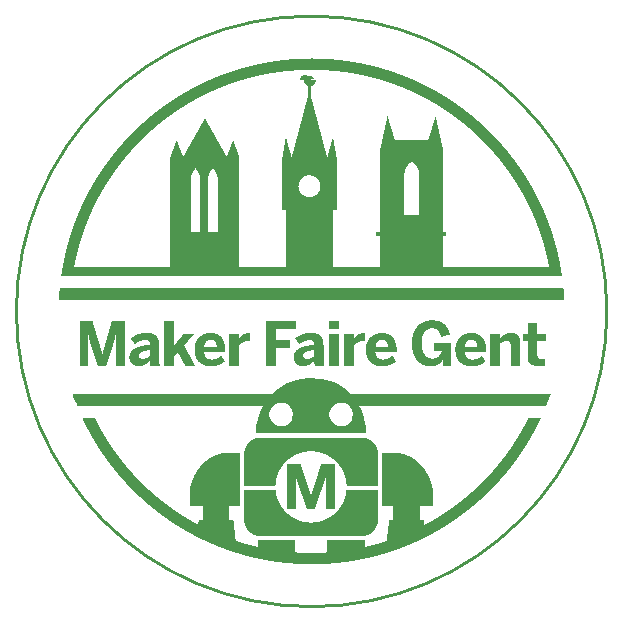
<source format=gto>
G04*
G04 #@! TF.GenerationSoftware,Altium Limited,Altium Designer,25.1.2 (22)*
G04*
G04 Layer_Color=65535*
%FSLAX25Y25*%
%MOIN*%
G70*
G04*
G04 #@! TF.SameCoordinates,20C2AC38-BB5E-479F-A31B-2D12C5FD2638*
G04*
G04*
G04 #@! TF.FilePolarity,Positive*
G04*
G01*
G75*
%ADD10C,0.01000*%
G36*
X98759Y182694D02*
X100093D01*
Y182670D01*
X101333D01*
Y182647D01*
X101857D01*
Y182623D01*
X102334D01*
Y182599D01*
X102953D01*
Y182575D01*
X103239D01*
Y182551D01*
X103835D01*
Y182527D01*
X104073D01*
Y182504D01*
X104455D01*
Y182480D01*
X104788D01*
Y182456D01*
X105050D01*
Y182432D01*
X105456D01*
Y182408D01*
X105646D01*
Y182385D01*
X106004D01*
Y182361D01*
X106218D01*
Y182337D01*
X106433D01*
Y182313D01*
X106743D01*
Y182289D01*
X106909D01*
Y182265D01*
X107243D01*
Y182241D01*
X107410D01*
Y182218D01*
X107648D01*
Y182194D01*
X107863D01*
Y182170D01*
X108029D01*
Y182146D01*
X108339D01*
Y182122D01*
X108458D01*
Y182098D01*
X108721D01*
Y182075D01*
X108863D01*
Y182051D01*
X109054D01*
Y182027D01*
X109269D01*
Y182003D01*
X109412D01*
Y181979D01*
X109650D01*
Y181956D01*
X109769D01*
Y181932D01*
X109984D01*
Y181908D01*
X110150D01*
Y181884D01*
X110293D01*
Y181860D01*
X110508D01*
Y181836D01*
X110627D01*
Y181813D01*
X110842D01*
Y181789D01*
X110985D01*
Y181765D01*
X111127D01*
Y181741D01*
X111318D01*
Y181717D01*
X111414D01*
Y181693D01*
X111628D01*
Y181670D01*
X111723D01*
Y181646D01*
X111914D01*
Y181622D01*
X112057D01*
Y181598D01*
X112176D01*
Y181574D01*
X112367D01*
Y181550D01*
X112462D01*
Y181527D01*
X112653D01*
Y181503D01*
X112748D01*
Y181479D01*
X112891D01*
Y181455D01*
X113058D01*
Y181431D01*
X113153D01*
Y181407D01*
X113320D01*
Y181384D01*
X113415D01*
Y181360D01*
X113582D01*
Y181336D01*
X113701D01*
Y181312D01*
X113821D01*
Y181288D01*
X113987D01*
Y181264D01*
X114083D01*
Y181241D01*
X114226D01*
Y181217D01*
X114345D01*
Y181193D01*
X114440D01*
Y181169D01*
X114607D01*
Y181145D01*
X114679D01*
Y181121D01*
X114845D01*
Y181098D01*
X114941D01*
Y181074D01*
X115060D01*
Y181050D01*
X115179D01*
Y181026D01*
X115274D01*
Y181002D01*
X115441D01*
Y180978D01*
X115513D01*
Y180955D01*
X115679D01*
Y180931D01*
X115751D01*
Y180907D01*
X115870D01*
Y180883D01*
X116013D01*
Y180859D01*
X116085D01*
Y180835D01*
X116251D01*
Y180812D01*
X116323D01*
Y180788D01*
X116442D01*
Y180764D01*
X116561D01*
Y180740D01*
X116633D01*
Y180716D01*
X116776D01*
Y180693D01*
X116847D01*
Y180669D01*
X116990D01*
Y180645D01*
X117086D01*
Y180621D01*
X117181D01*
Y180597D01*
X117300D01*
Y180573D01*
X117395D01*
Y180550D01*
X117514D01*
Y180526D01*
X117586D01*
Y180502D01*
X117705D01*
Y180478D01*
X117824D01*
Y180454D01*
X117896D01*
Y180430D01*
X118015D01*
Y180406D01*
X118086D01*
Y180383D01*
X118229D01*
Y180359D01*
X118301D01*
Y180335D01*
X118396D01*
Y180311D01*
X118515D01*
Y180287D01*
X118587D01*
Y180263D01*
X118730D01*
Y180240D01*
X118778D01*
Y180216D01*
X118897D01*
Y180192D01*
X118992D01*
Y180168D01*
X119063D01*
Y180144D01*
X119183D01*
Y180121D01*
X119254D01*
Y180097D01*
X119373D01*
Y180073D01*
X119445D01*
Y180049D01*
X119540D01*
Y180025D01*
X119659D01*
Y180001D01*
X119707D01*
Y179978D01*
X119826D01*
Y179954D01*
X119898D01*
Y179930D01*
X119993D01*
Y179906D01*
X120088D01*
Y179882D01*
X120160D01*
Y179858D01*
X120279D01*
Y179834D01*
X120350D01*
Y179811D01*
X120470D01*
Y179787D01*
X120541D01*
Y179763D01*
X120613D01*
Y179739D01*
X120732D01*
Y179715D01*
X120779D01*
Y179692D01*
X120899D01*
Y179668D01*
X120970D01*
Y179644D01*
X121065D01*
Y179620D01*
X121161D01*
Y179596D01*
X121232D01*
Y179572D01*
X121327D01*
Y179549D01*
X121375D01*
Y179525D01*
X121494D01*
Y179501D01*
X121566D01*
Y179477D01*
X121637D01*
Y179453D01*
X121756D01*
Y179429D01*
X121804D01*
Y179405D01*
X121923D01*
Y179382D01*
X121971D01*
Y179358D01*
X122066D01*
Y179334D01*
X122162D01*
Y179310D01*
X122209D01*
Y179286D01*
X122328D01*
Y179263D01*
X122376D01*
Y179239D01*
X122471D01*
Y179215D01*
X122543D01*
Y179191D01*
X122614D01*
Y179167D01*
X122710D01*
Y179143D01*
X122781D01*
Y179120D01*
X122877D01*
Y179096D01*
X122948D01*
Y179072D01*
X123020D01*
Y179048D01*
X123115D01*
Y179024D01*
X123163D01*
Y179000D01*
X123282D01*
Y178977D01*
X123329D01*
Y178953D01*
X123425D01*
Y178929D01*
X123472D01*
Y178905D01*
X123544D01*
Y178881D01*
X123663D01*
Y178857D01*
X123711D01*
Y178834D01*
X123806D01*
Y178810D01*
X123854D01*
Y178786D01*
X123949D01*
Y178762D01*
X124021D01*
Y178738D01*
X124092D01*
Y178714D01*
X124187D01*
Y178691D01*
X124235D01*
Y178667D01*
X124330D01*
Y178643D01*
X124402D01*
Y178619D01*
X124450D01*
Y178595D01*
X124545D01*
Y178571D01*
X124592D01*
Y178548D01*
X124688D01*
Y178524D01*
X124735D01*
Y178500D01*
X124831D01*
Y178476D01*
X124902D01*
Y178452D01*
X124950D01*
Y178428D01*
X125045D01*
Y178405D01*
X125093D01*
Y178381D01*
X125188D01*
Y178357D01*
X125260D01*
Y178333D01*
X125307D01*
Y178309D01*
X125403D01*
Y178285D01*
X125450D01*
Y178262D01*
X125546D01*
Y178238D01*
X125593D01*
Y178214D01*
X125689D01*
Y178190D01*
X125760D01*
Y178166D01*
X125808D01*
Y178142D01*
X125903D01*
Y178119D01*
X125951D01*
Y178095D01*
X126046D01*
Y178071D01*
X126094D01*
Y178047D01*
X126142D01*
Y178023D01*
X126237D01*
Y177999D01*
X126285D01*
Y177976D01*
X126380D01*
Y177952D01*
X126427D01*
Y177928D01*
X126499D01*
Y177904D01*
X126570D01*
Y177880D01*
X126618D01*
Y177857D01*
X126714D01*
Y177833D01*
X126761D01*
Y177809D01*
X126857D01*
Y177785D01*
X126904D01*
Y177761D01*
X126952D01*
Y177737D01*
X127047D01*
Y177714D01*
X127095D01*
Y177690D01*
X127190D01*
Y177666D01*
X127238D01*
Y177642D01*
X127309D01*
Y177618D01*
X127357D01*
Y177594D01*
X127405D01*
Y177570D01*
X127500D01*
Y177547D01*
X127548D01*
Y177523D01*
X127643D01*
Y177499D01*
X127691D01*
Y177475D01*
X127738D01*
Y177451D01*
X127834D01*
Y177427D01*
X127857D01*
Y177404D01*
X127953D01*
Y177380D01*
X128000D01*
Y177356D01*
X128072D01*
Y177332D01*
X128143D01*
Y177308D01*
X128191D01*
Y177285D01*
X128286D01*
Y177261D01*
X128310D01*
Y177237D01*
X128406D01*
Y177213D01*
X128453D01*
Y177189D01*
X128501D01*
Y177165D01*
X128572D01*
Y177141D01*
X128620D01*
Y177118D01*
X128691D01*
Y177094D01*
X128739D01*
Y177070D01*
X128811D01*
Y177046D01*
X128882D01*
Y177022D01*
X128930D01*
Y176998D01*
X129025D01*
Y176975D01*
X129049D01*
Y176951D01*
X129144D01*
Y176927D01*
X129192D01*
Y176903D01*
X129240D01*
Y176879D01*
X129311D01*
Y176856D01*
X129359D01*
Y176832D01*
X129430D01*
Y176808D01*
X129478D01*
Y176784D01*
X129550D01*
Y176760D01*
X129597D01*
Y176736D01*
X129645D01*
Y176713D01*
X129740D01*
Y176689D01*
X129764D01*
Y176665D01*
X129859D01*
Y176641D01*
X129907D01*
Y176617D01*
X129955D01*
Y176593D01*
X130026D01*
Y176570D01*
X130074D01*
Y176546D01*
X130145D01*
Y176522D01*
X130193D01*
Y176498D01*
X130264D01*
Y176474D01*
X130312D01*
Y176450D01*
X130360D01*
Y176427D01*
X130431D01*
Y176403D01*
X130479D01*
Y176379D01*
X130550D01*
Y176355D01*
X130598D01*
Y176331D01*
X130670D01*
Y176307D01*
X130717D01*
Y176284D01*
X130765D01*
Y176260D01*
X130860D01*
Y176236D01*
X130884D01*
Y176212D01*
X130956D01*
Y176188D01*
X131003D01*
Y176164D01*
X131051D01*
Y176141D01*
X131146D01*
Y176117D01*
X131170D01*
Y176093D01*
X131242D01*
Y176069D01*
X131289D01*
Y176045D01*
X131337D01*
Y176021D01*
X131408D01*
Y175998D01*
X131456D01*
Y175974D01*
X131527D01*
Y175950D01*
X131575D01*
Y175926D01*
X131623D01*
Y175902D01*
X131670D01*
Y175878D01*
X131718D01*
Y175855D01*
X131790D01*
Y175831D01*
X131837D01*
Y175807D01*
X131909D01*
Y175783D01*
X131957D01*
Y175759D01*
X132004D01*
Y175735D01*
X132076D01*
Y175712D01*
X132099D01*
Y175688D01*
X132195D01*
Y175664D01*
X132219D01*
Y175640D01*
X132290D01*
Y175616D01*
X132338D01*
Y175593D01*
X132386D01*
Y175569D01*
X132457D01*
Y175545D01*
X132481D01*
Y175521D01*
X132552D01*
Y175497D01*
X132600D01*
Y175473D01*
X132648D01*
Y175450D01*
X132719D01*
Y175426D01*
X132767D01*
Y175402D01*
X132838D01*
Y175378D01*
X132862D01*
Y175354D01*
X132934D01*
Y175330D01*
X132981D01*
Y175306D01*
X133029D01*
Y175283D01*
X133100D01*
Y175259D01*
X133124D01*
Y175235D01*
X133196D01*
Y175211D01*
X133243D01*
Y175187D01*
X133291D01*
Y175163D01*
X133363D01*
Y175140D01*
X133386D01*
Y175116D01*
X133458D01*
Y175092D01*
X133506D01*
Y175068D01*
X133553D01*
Y175044D01*
X133601D01*
Y175021D01*
X133649D01*
Y174997D01*
X133720D01*
Y174973D01*
X133744D01*
Y174949D01*
X133839D01*
Y174925D01*
X133863D01*
Y174901D01*
X133911D01*
Y174878D01*
X133982D01*
Y174854D01*
X134006D01*
Y174830D01*
X134078D01*
Y174806D01*
X134125D01*
Y174782D01*
X134173D01*
Y174758D01*
X134221D01*
Y174734D01*
X134268D01*
Y174711D01*
X134340D01*
Y174687D01*
X134363D01*
Y174663D01*
X134435D01*
Y174639D01*
X134483D01*
Y174615D01*
X134530D01*
Y174592D01*
X134578D01*
Y174568D01*
X134626D01*
Y174544D01*
X134697D01*
Y174520D01*
X134721D01*
Y174496D01*
X134769D01*
Y174472D01*
X134816D01*
Y174449D01*
X134864D01*
Y174425D01*
X134935D01*
Y174401D01*
X134959D01*
Y174377D01*
X135031D01*
Y174353D01*
X135078D01*
Y174329D01*
X135126D01*
Y174305D01*
X135174D01*
Y174282D01*
X135221D01*
Y174258D01*
X135269D01*
Y174234D01*
X135317D01*
Y174210D01*
X135364D01*
Y174186D01*
X135412D01*
Y174163D01*
X135460D01*
Y174139D01*
X135531D01*
Y174115D01*
X135555D01*
Y174091D01*
X135627D01*
Y174067D01*
X135650D01*
Y174043D01*
X135698D01*
Y174020D01*
X135770D01*
Y173996D01*
X135793D01*
Y173972D01*
X135865D01*
Y173948D01*
X135889D01*
Y173924D01*
X135960D01*
Y173900D01*
X136008D01*
Y173877D01*
X136032D01*
Y173853D01*
X136103D01*
Y173829D01*
X136127D01*
Y173805D01*
X136198D01*
Y173781D01*
X136222D01*
Y173757D01*
X136270D01*
Y173734D01*
X136342D01*
Y173710D01*
X136365D01*
Y173686D01*
X136437D01*
Y173662D01*
X136461D01*
Y173638D01*
X136508D01*
Y173614D01*
X136556D01*
Y173591D01*
X136604D01*
Y173567D01*
X136675D01*
Y173543D01*
X136699D01*
Y173519D01*
X136747D01*
Y173495D01*
X136794D01*
Y173471D01*
X136842D01*
Y173448D01*
X136890D01*
Y173424D01*
X136937D01*
Y173400D01*
X136985D01*
Y173376D01*
X137033D01*
Y173352D01*
X137080D01*
Y173328D01*
X137128D01*
Y173305D01*
X137152D01*
Y173281D01*
X137223D01*
Y173257D01*
X137247D01*
Y173233D01*
X137319D01*
Y173209D01*
X137343D01*
Y173185D01*
X137390D01*
Y173162D01*
X137438D01*
Y173138D01*
X137486D01*
Y173114D01*
X137533D01*
Y173090D01*
X137581D01*
Y173066D01*
X137628D01*
Y173043D01*
X137676D01*
Y173019D01*
X137700D01*
Y172995D01*
X137771D01*
Y172971D01*
X137795D01*
Y172947D01*
X137867D01*
Y172923D01*
X137891D01*
Y172899D01*
X137938D01*
Y172876D01*
X137986D01*
Y172852D01*
X138010D01*
Y172828D01*
X138081D01*
Y172804D01*
X138105D01*
Y172780D01*
X138177D01*
Y172757D01*
X138200D01*
Y172733D01*
X138248D01*
Y172709D01*
X138296D01*
Y172685D01*
X138320D01*
Y172661D01*
X138391D01*
Y172637D01*
X138415D01*
Y172614D01*
X138463D01*
Y172590D01*
X138510D01*
Y172566D01*
X138558D01*
Y172542D01*
X138605D01*
Y172518D01*
X138653D01*
Y172494D01*
X138701D01*
Y172470D01*
X138749D01*
Y172447D01*
X138772D01*
Y172423D01*
X138820D01*
Y172399D01*
X138868D01*
Y172375D01*
X138915D01*
Y172351D01*
X138963D01*
Y172327D01*
X138987D01*
Y172304D01*
X139034D01*
Y172280D01*
X139082D01*
Y172256D01*
X139130D01*
Y172232D01*
X139154D01*
Y172208D01*
X139225D01*
Y172185D01*
X139249D01*
Y172161D01*
X139297D01*
Y172137D01*
X139344D01*
Y172113D01*
X139368D01*
Y172089D01*
X139440D01*
Y172065D01*
X139463D01*
Y172041D01*
X139511D01*
Y172018D01*
X139559D01*
Y171994D01*
X139583D01*
Y171970D01*
X139654D01*
Y171946D01*
X139678D01*
Y171922D01*
X139726D01*
Y171898D01*
X139773D01*
Y171875D01*
X139797D01*
Y171851D01*
X139869D01*
Y171827D01*
X139892D01*
Y171803D01*
X139940D01*
Y171779D01*
X139988D01*
Y171756D01*
X140012D01*
Y171732D01*
X140059D01*
Y171708D01*
X140107D01*
Y171684D01*
X140155D01*
Y171660D01*
X140178D01*
Y171636D01*
X140226D01*
Y171613D01*
X140274D01*
Y171589D01*
X140298D01*
Y171565D01*
X140369D01*
Y171541D01*
X140393D01*
Y171517D01*
X140441D01*
Y171493D01*
X140464D01*
Y171470D01*
X140512D01*
Y171446D01*
X140560D01*
Y171422D01*
X140584D01*
Y171398D01*
X140655D01*
Y171374D01*
X140679D01*
Y171350D01*
X140727D01*
Y171327D01*
X140774D01*
Y171303D01*
X140798D01*
Y171279D01*
X140846D01*
Y171255D01*
X140870D01*
Y171231D01*
X140941D01*
Y171207D01*
X140965D01*
Y171184D01*
X141013D01*
Y171160D01*
X141060D01*
Y171136D01*
X141084D01*
Y171112D01*
X141132D01*
Y171088D01*
X141179D01*
Y171064D01*
X141227D01*
Y171041D01*
X141251D01*
Y171017D01*
X141275D01*
Y170993D01*
X141346D01*
Y170969D01*
X141370D01*
Y170945D01*
X141418D01*
Y170921D01*
X141442D01*
Y170898D01*
X141489D01*
Y170874D01*
X141537D01*
Y170850D01*
X141561D01*
Y170826D01*
X141632D01*
Y170802D01*
X141656D01*
Y170778D01*
X141704D01*
Y170755D01*
X141727D01*
Y170731D01*
X141775D01*
Y170707D01*
X141823D01*
Y170683D01*
X141847D01*
Y170659D01*
X141894D01*
Y170635D01*
X141942D01*
Y170612D01*
X141966D01*
Y170588D01*
X142014D01*
Y170564D01*
X142037D01*
Y170540D01*
X142085D01*
Y170516D01*
X142133D01*
Y170492D01*
X142180D01*
Y170469D01*
X142204D01*
Y170445D01*
X142228D01*
Y170421D01*
X142299D01*
Y170397D01*
X142323D01*
Y170373D01*
X142371D01*
Y170350D01*
X142395D01*
Y170326D01*
X142443D01*
Y170302D01*
X142490D01*
Y170278D01*
X142514D01*
Y170254D01*
X142562D01*
Y170230D01*
X142586D01*
Y170206D01*
X142633D01*
Y170183D01*
X142681D01*
Y170159D01*
X142705D01*
Y170135D01*
X142752D01*
Y170111D01*
X142776D01*
Y170087D01*
X142824D01*
Y170063D01*
X142871D01*
Y170040D01*
X142895D01*
Y170016D01*
X142943D01*
Y169992D01*
X142967D01*
Y169968D01*
X143014D01*
Y169944D01*
X143062D01*
Y169921D01*
X143086D01*
Y169897D01*
X143134D01*
Y169873D01*
X143157D01*
Y169849D01*
X143205D01*
Y169825D01*
X143229D01*
Y169801D01*
X143277D01*
Y169778D01*
X143324D01*
Y169754D01*
X143348D01*
Y169730D01*
X143396D01*
Y169706D01*
X143420D01*
Y169682D01*
X143467D01*
Y169658D01*
X143491D01*
Y169634D01*
X143539D01*
Y169611D01*
X143586D01*
Y169587D01*
X143610D01*
Y169563D01*
X143658D01*
Y169539D01*
X143682D01*
Y169515D01*
X143729D01*
Y169492D01*
X143777D01*
Y169468D01*
X143801D01*
Y169444D01*
X143849D01*
Y169420D01*
X143872D01*
Y169396D01*
X143920D01*
Y169372D01*
X143944D01*
Y169349D01*
X143991D01*
Y169325D01*
X144039D01*
Y169301D01*
X144063D01*
Y169277D01*
X144111D01*
Y169253D01*
X144134D01*
Y169229D01*
X144182D01*
Y169205D01*
X144206D01*
Y169182D01*
X144254D01*
Y169158D01*
X144301D01*
Y169134D01*
X144325D01*
Y169110D01*
X144373D01*
Y169086D01*
X144397D01*
Y169063D01*
X144444D01*
Y169039D01*
X144468D01*
Y169015D01*
X144492D01*
Y168991D01*
X144540D01*
Y168967D01*
X144563D01*
Y168943D01*
X144611D01*
Y168920D01*
X144659D01*
Y168896D01*
X144683D01*
Y168872D01*
X144730D01*
Y168848D01*
X144754D01*
Y168824D01*
X144802D01*
Y168800D01*
X144826D01*
Y168777D01*
X144873D01*
Y168753D01*
X144897D01*
Y168729D01*
X144945D01*
Y168705D01*
X144992D01*
Y168681D01*
X145016D01*
Y168657D01*
X145064D01*
Y168634D01*
X145088D01*
Y168610D01*
X145112D01*
Y168586D01*
X145159D01*
Y168562D01*
X145183D01*
Y168538D01*
X145231D01*
Y168514D01*
X145255D01*
Y168491D01*
X145302D01*
Y168467D01*
X145326D01*
Y168443D01*
X145374D01*
Y168419D01*
X145421D01*
Y168395D01*
X145445D01*
Y168371D01*
X145469D01*
Y168348D01*
X145517D01*
Y168324D01*
X145541D01*
Y168300D01*
X145588D01*
Y168276D01*
X145612D01*
Y168252D01*
X145660D01*
Y168228D01*
X145684D01*
Y168205D01*
X145731D01*
Y168181D01*
X145755D01*
Y168157D01*
X145779D01*
Y168133D01*
X145827D01*
Y168109D01*
X145850D01*
Y168085D01*
X145898D01*
Y168062D01*
X145922D01*
Y168038D01*
X145970D01*
Y168014D01*
X145993D01*
Y167990D01*
X146041D01*
Y167966D01*
X146065D01*
Y167943D01*
X146113D01*
Y167919D01*
X146136D01*
Y167895D01*
X146184D01*
Y167871D01*
X146208D01*
Y167847D01*
X146256D01*
Y167823D01*
X146279D01*
Y167799D01*
X146327D01*
Y167776D01*
X146351D01*
Y167752D01*
X146375D01*
Y167728D01*
X146422D01*
Y167704D01*
X146446D01*
Y167680D01*
X146494D01*
Y167657D01*
X146518D01*
Y167633D01*
X146565D01*
Y167609D01*
X146589D01*
Y167585D01*
X146613D01*
Y167561D01*
X146661D01*
Y167537D01*
X146685D01*
Y167514D01*
X146732D01*
Y167490D01*
X146756D01*
Y167466D01*
X146780D01*
Y167442D01*
X146827D01*
Y167418D01*
X146851D01*
Y167394D01*
X146899D01*
Y167370D01*
X146923D01*
Y167347D01*
X146970D01*
Y167323D01*
X146994D01*
Y167299D01*
X147018D01*
Y167275D01*
X147066D01*
Y167251D01*
X147090D01*
Y167227D01*
X147137D01*
Y167204D01*
X147161D01*
Y167180D01*
X147185D01*
Y167156D01*
X147233D01*
Y167132D01*
X147257D01*
Y167108D01*
X147304D01*
Y167085D01*
X147328D01*
Y167061D01*
X147376D01*
Y167037D01*
X147399D01*
Y167013D01*
X147423D01*
Y166989D01*
X147471D01*
Y166965D01*
X147495D01*
Y166941D01*
X147543D01*
Y166918D01*
X147566D01*
Y166894D01*
X147590D01*
Y166870D01*
X147638D01*
Y166846D01*
X147662D01*
Y166822D01*
X147709D01*
Y166798D01*
X147733D01*
Y166775D01*
X147757D01*
Y166751D01*
X147805D01*
Y166727D01*
X147828D01*
Y166703D01*
X147876D01*
Y166679D01*
X147900D01*
Y166656D01*
X147924D01*
Y166632D01*
X147948D01*
Y166608D01*
X147995D01*
Y166584D01*
X148019D01*
Y166560D01*
X148043D01*
Y166536D01*
X148091D01*
Y166513D01*
X148114D01*
Y166489D01*
X148162D01*
Y166465D01*
X148186D01*
Y166441D01*
X148210D01*
Y166417D01*
X148257D01*
Y166393D01*
X148281D01*
Y166370D01*
X148329D01*
Y166346D01*
X148353D01*
Y166322D01*
X148377D01*
Y166298D01*
X148424D01*
Y166274D01*
X148448D01*
Y166250D01*
X148496D01*
Y166227D01*
X148520D01*
Y166203D01*
X148543D01*
Y166179D01*
X148567D01*
Y166155D01*
X148615D01*
Y166131D01*
X148639D01*
Y166107D01*
X148663D01*
Y166084D01*
X148710D01*
Y166060D01*
X148734D01*
Y166036D01*
X148758D01*
Y166012D01*
X148805D01*
Y165988D01*
X148829D01*
Y165964D01*
X148877D01*
Y165941D01*
X148901D01*
Y165917D01*
X148925D01*
Y165893D01*
X148972D01*
Y165869D01*
X148996D01*
Y165845D01*
X149020D01*
Y165821D01*
X149044D01*
Y165798D01*
X149091D01*
Y165774D01*
X149115D01*
Y165750D01*
X149139D01*
Y165726D01*
X149187D01*
Y165702D01*
X149211D01*
Y165678D01*
X149258D01*
Y165655D01*
X149282D01*
Y165631D01*
X149306D01*
Y165607D01*
X149330D01*
Y165583D01*
X149354D01*
Y165559D01*
X149401D01*
Y165535D01*
X149425D01*
Y165512D01*
X149473D01*
Y165488D01*
X149497D01*
Y165464D01*
X149521D01*
Y165440D01*
X149568D01*
Y165416D01*
X149592D01*
Y165392D01*
X149616D01*
Y165369D01*
X149640D01*
Y165345D01*
X149687D01*
Y165321D01*
X149711D01*
Y165297D01*
X149735D01*
Y165273D01*
X149783D01*
Y165250D01*
X149806D01*
Y165226D01*
X149830D01*
Y165202D01*
X149878D01*
Y165178D01*
X149902D01*
Y165154D01*
X149926D01*
Y165130D01*
X149950D01*
Y165106D01*
X149997D01*
Y165083D01*
X150021D01*
Y165059D01*
X150045D01*
Y165035D01*
X150092D01*
Y165011D01*
X150116D01*
Y164987D01*
X150140D01*
Y164963D01*
X150164D01*
Y164940D01*
X150212D01*
Y164916D01*
X150235D01*
Y164892D01*
X150259D01*
Y164868D01*
X150307D01*
Y164844D01*
X150331D01*
Y164821D01*
X150355D01*
Y164797D01*
X150378D01*
Y164773D01*
X150426D01*
Y164749D01*
X150450D01*
Y164725D01*
X150474D01*
Y164701D01*
X150521D01*
Y164678D01*
X150545D01*
Y164654D01*
X150569D01*
Y164630D01*
X150593D01*
Y164606D01*
X150617D01*
Y164582D01*
X150664D01*
Y164558D01*
X150688D01*
Y164534D01*
X150736D01*
Y164511D01*
X150760D01*
Y164487D01*
X150784D01*
Y164463D01*
X150807D01*
Y164439D01*
X150831D01*
Y164415D01*
X150879D01*
Y164392D01*
X150903D01*
Y164368D01*
X150927D01*
Y164344D01*
X150974D01*
Y164320D01*
X150998D01*
Y164296D01*
X151022D01*
Y164272D01*
X151046D01*
Y164249D01*
X151093D01*
Y164225D01*
X151117D01*
Y164201D01*
X151141D01*
Y164177D01*
X151165D01*
Y164153D01*
X151189D01*
Y164129D01*
X151236D01*
Y164105D01*
X151260D01*
Y164082D01*
X151284D01*
Y164058D01*
X151332D01*
Y164034D01*
X151356D01*
Y164010D01*
X151379D01*
Y163986D01*
X151403D01*
Y163963D01*
X151427D01*
Y163939D01*
X151451D01*
Y163915D01*
X151498D01*
Y163891D01*
X151522D01*
Y163867D01*
X151546D01*
Y163843D01*
X151594D01*
Y163820D01*
X151618D01*
Y163796D01*
X151641D01*
Y163772D01*
X151665D01*
Y163748D01*
X151689D01*
Y163724D01*
X151737D01*
Y163700D01*
X151761D01*
Y163677D01*
X151785D01*
Y163653D01*
X151808D01*
Y163629D01*
X151856D01*
Y163605D01*
X151880D01*
Y163581D01*
X151904D01*
Y163557D01*
X151927D01*
Y163534D01*
X151951D01*
Y163510D01*
X151999D01*
Y163486D01*
X152023D01*
Y163462D01*
X152047D01*
Y163438D01*
X152070D01*
Y163414D01*
X152094D01*
Y163391D01*
X152142D01*
Y163367D01*
X152166D01*
Y163343D01*
X152190D01*
Y163319D01*
X152214D01*
Y163295D01*
X152237D01*
Y163271D01*
X152285D01*
Y163248D01*
X152309D01*
Y163224D01*
X152333D01*
Y163200D01*
X152357D01*
Y163176D01*
X152380D01*
Y163152D01*
X152428D01*
Y163128D01*
X152452D01*
Y163105D01*
X152476D01*
Y163081D01*
X152499D01*
Y163057D01*
X152547D01*
Y163033D01*
X152571D01*
Y163009D01*
X152595D01*
Y162985D01*
X152619D01*
Y162962D01*
X152643D01*
Y162938D01*
X152690D01*
Y162914D01*
X152714D01*
Y162890D01*
X152738D01*
Y162866D01*
X152762D01*
Y162843D01*
X152785D01*
Y162819D01*
X152809D01*
Y162795D01*
X152833D01*
Y162771D01*
X152881D01*
Y162747D01*
X152905D01*
Y162723D01*
X152928D01*
Y162699D01*
X152952D01*
Y162676D01*
X152976D01*
Y162652D01*
X153024D01*
Y162628D01*
X153048D01*
Y162604D01*
X153071D01*
Y162580D01*
X153095D01*
Y162557D01*
X153119D01*
Y162533D01*
X153143D01*
Y162509D01*
X153167D01*
Y162485D01*
X153214D01*
Y162461D01*
X153238D01*
Y162437D01*
X153262D01*
Y162414D01*
X153286D01*
Y162390D01*
X153310D01*
Y162366D01*
X153357D01*
Y162342D01*
X153381D01*
Y162318D01*
X153405D01*
Y162294D01*
X153429D01*
Y162270D01*
X153453D01*
Y162247D01*
X153500D01*
Y162199D01*
X153548D01*
Y162175D01*
X153572D01*
Y162151D01*
X153596D01*
Y162127D01*
X153620D01*
Y162104D01*
X153643D01*
Y162080D01*
X153691D01*
Y162056D01*
X153715D01*
Y162032D01*
X153739D01*
Y162008D01*
X153763D01*
Y161985D01*
X153786D01*
Y161961D01*
X153810D01*
Y161937D01*
X153834D01*
Y161913D01*
X153882D01*
Y161889D01*
X153905D01*
Y161865D01*
X153929D01*
Y161841D01*
X153953D01*
Y161818D01*
X153977D01*
Y161794D01*
X154001D01*
Y161770D01*
X154025D01*
Y161746D01*
X154049D01*
Y161722D01*
X154096D01*
Y161698D01*
X154120D01*
Y161675D01*
X154144D01*
Y161651D01*
X154168D01*
Y161627D01*
X154192D01*
Y161603D01*
X154215D01*
Y161579D01*
X154239D01*
Y161556D01*
X154287D01*
Y161532D01*
X154311D01*
Y161508D01*
X154334D01*
Y161484D01*
X154358D01*
Y161460D01*
X154382D01*
Y161436D01*
X154406D01*
Y161413D01*
X154430D01*
Y161389D01*
X154478D01*
Y161341D01*
X154525D01*
Y161317D01*
X154549D01*
Y161293D01*
X154573D01*
Y161270D01*
X154597D01*
Y161246D01*
X154621D01*
Y161222D01*
X154644D01*
Y161198D01*
X154668D01*
Y161174D01*
X154716D01*
Y161150D01*
X154740D01*
Y161127D01*
X154763D01*
Y161103D01*
X154787D01*
Y161079D01*
X154811D01*
Y161055D01*
X154835D01*
Y161031D01*
X154859D01*
Y161007D01*
X154883D01*
Y160984D01*
X154930D01*
Y160936D01*
X154978D01*
Y160912D01*
X155002D01*
Y160888D01*
X155026D01*
Y160864D01*
X155050D01*
Y160841D01*
X155073D01*
Y160817D01*
X155097D01*
Y160793D01*
X155121D01*
Y160769D01*
X155145D01*
Y160745D01*
X155169D01*
Y160721D01*
X155192D01*
Y160698D01*
X155240D01*
Y160674D01*
X155264D01*
Y160650D01*
X155288D01*
Y160626D01*
X155312D01*
Y160602D01*
X155335D01*
Y160578D01*
X155359D01*
Y160555D01*
X155383D01*
Y160531D01*
X155407D01*
Y160507D01*
X155431D01*
Y160483D01*
X155455D01*
Y160459D01*
X155502D01*
Y160435D01*
X155526D01*
Y160412D01*
X155550D01*
Y160388D01*
X155574D01*
Y160364D01*
X155598D01*
Y160340D01*
X155621D01*
Y160316D01*
X155645D01*
Y160292D01*
X155669D01*
Y160269D01*
X155693D01*
Y160245D01*
X155717D01*
Y160221D01*
X155741D01*
Y160197D01*
X155764D01*
Y160173D01*
X155788D01*
Y160150D01*
X155812D01*
Y160126D01*
X155860D01*
Y160102D01*
X155884D01*
Y160078D01*
X155907D01*
Y160054D01*
X155931D01*
Y160030D01*
X155955D01*
Y160006D01*
X155979D01*
Y159983D01*
X156003D01*
Y159959D01*
X156027D01*
Y159935D01*
X156050D01*
Y159911D01*
X156074D01*
Y159887D01*
X156098D01*
Y159863D01*
X156122D01*
Y159840D01*
X156170D01*
Y159792D01*
X156217D01*
Y159768D01*
X156241D01*
Y159744D01*
X156265D01*
Y159721D01*
X156289D01*
Y159697D01*
X156313D01*
Y159673D01*
X156336D01*
Y159649D01*
X156360D01*
Y159625D01*
X156384D01*
Y159601D01*
X156408D01*
Y159578D01*
X156432D01*
Y159554D01*
X156456D01*
Y159530D01*
X156479D01*
Y159506D01*
X156503D01*
Y159482D01*
X156527D01*
Y159458D01*
X156551D01*
Y159434D01*
X156575D01*
Y159411D01*
X156598D01*
Y159387D01*
X156646D01*
Y159339D01*
X156694D01*
Y159315D01*
X156718D01*
Y159292D01*
X156741D01*
Y159268D01*
X156765D01*
Y159244D01*
X156789D01*
Y159220D01*
X156813D01*
Y159196D01*
X156837D01*
Y159172D01*
X156861D01*
Y159149D01*
X156885D01*
Y159125D01*
X156908D01*
Y159101D01*
X156932D01*
Y159077D01*
X156956D01*
Y159053D01*
X156980D01*
Y159029D01*
X157004D01*
Y159005D01*
X157027D01*
Y158982D01*
X157051D01*
Y158958D01*
X157075D01*
Y158934D01*
X157099D01*
Y158910D01*
X157123D01*
Y158886D01*
X157147D01*
Y158863D01*
X157170D01*
Y158839D01*
X157194D01*
Y158815D01*
X157218D01*
Y158791D01*
X157242D01*
Y158767D01*
X157266D01*
Y158743D01*
X157290D01*
Y158720D01*
X157314D01*
Y158696D01*
X157361D01*
Y158672D01*
X157385D01*
Y158648D01*
X157409D01*
Y158624D01*
X157433D01*
Y158600D01*
X157457D01*
Y158577D01*
X157480D01*
Y158553D01*
X157504D01*
Y158529D01*
X157528D01*
Y158505D01*
X157552D01*
Y158481D01*
X157576D01*
Y158457D01*
X157599D01*
Y158434D01*
X157623D01*
Y158410D01*
X157647D01*
Y158386D01*
X157671D01*
Y158362D01*
X157695D01*
Y158338D01*
X157719D01*
Y158314D01*
X157743D01*
Y158291D01*
X157766D01*
Y158267D01*
X157790D01*
Y158243D01*
X157814D01*
Y158219D01*
X157838D01*
Y158195D01*
X157862D01*
Y158171D01*
X157885D01*
Y158148D01*
X157909D01*
Y158124D01*
X157933D01*
Y158100D01*
X157957D01*
Y158076D01*
X157981D01*
Y158052D01*
X158005D01*
Y158028D01*
X158028D01*
Y158005D01*
X158052D01*
Y157981D01*
X158076D01*
Y157957D01*
X158100D01*
Y157933D01*
X158124D01*
Y157909D01*
X158148D01*
Y157885D01*
X158171D01*
Y157862D01*
X158195D01*
Y157838D01*
X158219D01*
Y157814D01*
X158243D01*
Y157790D01*
X158267D01*
Y157766D01*
X158291D01*
Y157743D01*
X158314D01*
Y157719D01*
X158338D01*
Y157695D01*
X158362D01*
Y157671D01*
X158386D01*
Y157647D01*
X158410D01*
Y157623D01*
X158434D01*
Y157599D01*
X158457D01*
Y157576D01*
X158481D01*
Y157552D01*
X158505D01*
Y157528D01*
X158529D01*
Y157504D01*
X158553D01*
Y157480D01*
X158577D01*
Y157457D01*
X158600D01*
Y157433D01*
X158624D01*
Y157409D01*
X158648D01*
Y157385D01*
X158672D01*
Y157361D01*
X158696D01*
Y157314D01*
X158720D01*
Y157290D01*
X158743D01*
Y157266D01*
X158767D01*
Y157242D01*
X158791D01*
Y157218D01*
X158815D01*
Y157194D01*
X158839D01*
Y157170D01*
X158863D01*
Y157147D01*
X158886D01*
Y157123D01*
X158910D01*
Y157099D01*
X158934D01*
Y157075D01*
X158958D01*
Y157051D01*
X158982D01*
Y157027D01*
X159005D01*
Y157004D01*
X159029D01*
Y156980D01*
X159053D01*
Y156956D01*
X159077D01*
Y156932D01*
X159101D01*
Y156908D01*
X159125D01*
Y156885D01*
X159149D01*
Y156861D01*
X159172D01*
Y156837D01*
X159196D01*
Y156813D01*
X159220D01*
Y156789D01*
X159244D01*
Y156765D01*
X159268D01*
Y156741D01*
X159292D01*
Y156718D01*
X159315D01*
Y156694D01*
X159339D01*
Y156646D01*
X159387D01*
Y156598D01*
X159411D01*
Y156575D01*
X159434D01*
Y156551D01*
X159458D01*
Y156527D01*
X159482D01*
Y156503D01*
X159506D01*
Y156479D01*
X159530D01*
Y156456D01*
X159554D01*
Y156432D01*
X159578D01*
Y156408D01*
X159601D01*
Y156384D01*
X159625D01*
Y156360D01*
X159649D01*
Y156336D01*
X159673D01*
Y156313D01*
X159697D01*
Y156289D01*
X159721D01*
Y156265D01*
X159744D01*
Y156241D01*
X159768D01*
Y156217D01*
X159792D01*
Y156193D01*
X159816D01*
Y156170D01*
X159840D01*
Y156122D01*
X159863D01*
Y156098D01*
X159887D01*
Y156074D01*
X159911D01*
Y156050D01*
X159935D01*
Y156027D01*
X159959D01*
Y156003D01*
X159983D01*
Y155979D01*
X160006D01*
Y155955D01*
X160030D01*
Y155931D01*
X160054D01*
Y155907D01*
X160078D01*
Y155884D01*
X160102D01*
Y155860D01*
X160126D01*
Y155812D01*
X160150D01*
Y155788D01*
X160173D01*
Y155764D01*
X160197D01*
Y155741D01*
X160221D01*
Y155717D01*
X160245D01*
Y155693D01*
X160269D01*
Y155669D01*
X160292D01*
Y155645D01*
X160316D01*
Y155621D01*
X160340D01*
Y155598D01*
X160364D01*
Y155574D01*
X160388D01*
Y155550D01*
X160412D01*
Y155526D01*
X160435D01*
Y155502D01*
X160459D01*
Y155455D01*
X160483D01*
Y155431D01*
X160507D01*
Y155407D01*
X160531D01*
Y155383D01*
X160555D01*
Y155359D01*
X160578D01*
Y155335D01*
X160602D01*
Y155312D01*
X160626D01*
Y155288D01*
X160650D01*
Y155264D01*
X160674D01*
Y155240D01*
X160698D01*
Y155192D01*
X160721D01*
Y155169D01*
X160745D01*
Y155145D01*
X160769D01*
Y155121D01*
X160793D01*
Y155097D01*
X160817D01*
Y155073D01*
X160841D01*
Y155050D01*
X160864D01*
Y155026D01*
X160888D01*
Y155002D01*
X160912D01*
Y154978D01*
X160936D01*
Y154930D01*
X160960D01*
Y154906D01*
X160984D01*
Y154883D01*
X161007D01*
Y154859D01*
X161031D01*
Y154835D01*
X161055D01*
Y154811D01*
X161079D01*
Y154787D01*
X161103D01*
Y154763D01*
X161127D01*
Y154740D01*
X161150D01*
Y154692D01*
X161174D01*
Y154668D01*
X161198D01*
Y154644D01*
X161222D01*
Y154621D01*
X161246D01*
Y154597D01*
X161270D01*
Y154573D01*
X161293D01*
Y154549D01*
X161317D01*
Y154525D01*
X161341D01*
Y154478D01*
X161365D01*
Y154454D01*
X161389D01*
Y154430D01*
X161413D01*
Y154406D01*
X161436D01*
Y154382D01*
X161460D01*
Y154358D01*
X161484D01*
Y154334D01*
X161508D01*
Y154311D01*
X161532D01*
Y154287D01*
X161556D01*
Y154239D01*
X161579D01*
Y154215D01*
X161603D01*
Y154192D01*
X161627D01*
Y154168D01*
X161651D01*
Y154144D01*
X161675D01*
Y154120D01*
X161698D01*
Y154096D01*
X161722D01*
Y154049D01*
X161746D01*
Y154025D01*
X161770D01*
Y154001D01*
X161794D01*
Y153977D01*
X161818D01*
Y153953D01*
X161841D01*
Y153929D01*
X161865D01*
Y153905D01*
X161889D01*
Y153882D01*
X161913D01*
Y153834D01*
X161937D01*
Y153810D01*
X161961D01*
Y153786D01*
X161985D01*
Y153763D01*
X162008D01*
Y153739D01*
X162032D01*
Y153715D01*
X162056D01*
Y153667D01*
X162080D01*
Y153643D01*
X162104D01*
Y153620D01*
X162127D01*
Y153596D01*
X162151D01*
Y153572D01*
X162175D01*
Y153548D01*
X162199D01*
Y153500D01*
X162223D01*
Y153477D01*
X162247D01*
Y153453D01*
X162270D01*
Y153429D01*
X162294D01*
Y153405D01*
X162318D01*
Y153381D01*
X162342D01*
Y153357D01*
X162366D01*
Y153310D01*
X162390D01*
Y153286D01*
X162414D01*
Y153262D01*
X162437D01*
Y153238D01*
X162461D01*
Y153214D01*
X162485D01*
Y153167D01*
X162509D01*
Y153143D01*
X162533D01*
Y153119D01*
X162557D01*
Y153095D01*
X162580D01*
Y153071D01*
X162604D01*
Y153048D01*
X162628D01*
Y153024D01*
X162652D01*
Y152976D01*
X162676D01*
Y152952D01*
X162699D01*
Y152928D01*
X162723D01*
Y152905D01*
X162747D01*
Y152881D01*
X162771D01*
Y152833D01*
X162795D01*
Y152809D01*
X162819D01*
Y152785D01*
X162843D01*
Y152762D01*
X162866D01*
Y152738D01*
X162890D01*
Y152690D01*
X162938D01*
Y152643D01*
X162962D01*
Y152619D01*
X162985D01*
Y152595D01*
X163009D01*
Y152571D01*
X163033D01*
Y152523D01*
X163057D01*
Y152499D01*
X163081D01*
Y152476D01*
X163105D01*
Y152452D01*
X163128D01*
Y152428D01*
X163152D01*
Y152380D01*
X163176D01*
Y152357D01*
X163200D01*
Y152333D01*
X163224D01*
Y152309D01*
X163248D01*
Y152285D01*
X163271D01*
Y152237D01*
X163295D01*
Y152214D01*
X163319D01*
Y152190D01*
X163343D01*
Y152166D01*
X163367D01*
Y152142D01*
X163391D01*
Y152094D01*
X163414D01*
Y152070D01*
X163438D01*
Y152047D01*
X163462D01*
Y152023D01*
X163486D01*
Y151999D01*
X163510D01*
Y151951D01*
X163534D01*
Y151927D01*
X163557D01*
Y151904D01*
X163581D01*
Y151880D01*
X163605D01*
Y151856D01*
X163629D01*
Y151808D01*
X163653D01*
Y151785D01*
X163677D01*
Y151761D01*
X163700D01*
Y151737D01*
X163724D01*
Y151689D01*
X163748D01*
Y151665D01*
X163772D01*
Y151641D01*
X163796D01*
Y151618D01*
X163820D01*
Y151594D01*
X163843D01*
Y151546D01*
X163867D01*
Y151522D01*
X163891D01*
Y151498D01*
X163915D01*
Y151451D01*
X163939D01*
Y151427D01*
X163963D01*
Y151403D01*
X163986D01*
Y151379D01*
X164010D01*
Y151356D01*
X164034D01*
Y151308D01*
X164058D01*
Y151284D01*
X164082D01*
Y151260D01*
X164105D01*
Y151236D01*
X164129D01*
Y151189D01*
X164153D01*
Y151165D01*
X164177D01*
Y151141D01*
X164201D01*
Y151117D01*
X164225D01*
Y151093D01*
X164249D01*
Y151046D01*
X164272D01*
Y151022D01*
X164296D01*
Y150998D01*
X164320D01*
Y150950D01*
X164344D01*
Y150927D01*
X164368D01*
Y150903D01*
X164392D01*
Y150879D01*
X164415D01*
Y150831D01*
X164439D01*
Y150807D01*
X164463D01*
Y150784D01*
X164487D01*
Y150760D01*
X164511D01*
Y150736D01*
X164534D01*
Y150688D01*
X164558D01*
Y150664D01*
X164582D01*
Y150617D01*
X164606D01*
Y150593D01*
X164630D01*
Y150569D01*
X164654D01*
Y150545D01*
X164678D01*
Y150521D01*
X164701D01*
Y150474D01*
X164725D01*
Y150450D01*
X164749D01*
Y150426D01*
X164773D01*
Y150378D01*
X164797D01*
Y150355D01*
X164821D01*
Y150331D01*
X164844D01*
Y150307D01*
X164868D01*
Y150259D01*
X164892D01*
Y150235D01*
X164916D01*
Y150212D01*
X164940D01*
Y150164D01*
X164963D01*
Y150140D01*
X164987D01*
Y150116D01*
X165011D01*
Y150069D01*
X165035D01*
Y150045D01*
X165059D01*
Y150021D01*
X165083D01*
Y149997D01*
X165106D01*
Y149950D01*
X165130D01*
Y149926D01*
X165154D01*
Y149902D01*
X165178D01*
Y149854D01*
X165202D01*
Y149830D01*
X165226D01*
Y149806D01*
X165250D01*
Y149783D01*
X165273D01*
Y149735D01*
X165297D01*
Y149711D01*
X165321D01*
Y149687D01*
X165345D01*
Y149640D01*
X165369D01*
Y149616D01*
X165392D01*
Y149592D01*
X165416D01*
Y149568D01*
X165440D01*
Y149521D01*
X165464D01*
Y149497D01*
X165488D01*
Y149473D01*
X165512D01*
Y149425D01*
X165535D01*
Y149401D01*
X165559D01*
Y149354D01*
X165583D01*
Y149330D01*
X165607D01*
Y149306D01*
X165631D01*
Y149282D01*
X165655D01*
Y149258D01*
X165678D01*
Y149211D01*
X165702D01*
Y149187D01*
X165726D01*
Y149139D01*
X165750D01*
Y149115D01*
X165774D01*
Y149091D01*
X165798D01*
Y149044D01*
X165821D01*
Y149020D01*
X165845D01*
Y148996D01*
X165869D01*
Y148972D01*
X165893D01*
Y148925D01*
X165917D01*
Y148901D01*
X165941D01*
Y148877D01*
X165964D01*
Y148829D01*
X165988D01*
Y148805D01*
X166012D01*
Y148758D01*
X166036D01*
Y148734D01*
X166060D01*
Y148710D01*
X166084D01*
Y148663D01*
X166107D01*
Y148639D01*
X166131D01*
Y148615D01*
X166155D01*
Y148567D01*
X166179D01*
Y148543D01*
X166203D01*
Y148496D01*
X166227D01*
Y148472D01*
X166250D01*
Y148448D01*
X166274D01*
Y148424D01*
X166298D01*
Y148377D01*
X166322D01*
Y148353D01*
X166346D01*
Y148329D01*
X166370D01*
Y148281D01*
X166393D01*
Y148257D01*
X166417D01*
Y148210D01*
X166441D01*
Y148186D01*
X166465D01*
Y148162D01*
X166489D01*
Y148114D01*
X166513D01*
Y148091D01*
X166536D01*
Y148043D01*
X166560D01*
Y148019D01*
X166584D01*
Y147995D01*
X166608D01*
Y147948D01*
X166632D01*
Y147924D01*
X166656D01*
Y147900D01*
X166679D01*
Y147876D01*
X166703D01*
Y147828D01*
X166727D01*
Y147781D01*
X166751D01*
Y147757D01*
X166775D01*
Y147733D01*
X166798D01*
Y147709D01*
X166822D01*
Y147662D01*
X166846D01*
Y147638D01*
X166870D01*
Y147590D01*
X166894D01*
Y147566D01*
X166918D01*
Y147543D01*
X166941D01*
Y147495D01*
X166965D01*
Y147471D01*
X166989D01*
Y147423D01*
X167013D01*
Y147399D01*
X167037D01*
Y147376D01*
X167061D01*
Y147328D01*
X167085D01*
Y147304D01*
X167108D01*
Y147257D01*
X167132D01*
Y147233D01*
X167156D01*
Y147185D01*
X167180D01*
Y147161D01*
X167204D01*
Y147137D01*
X167227D01*
Y147090D01*
X167251D01*
Y147066D01*
X167275D01*
Y147018D01*
X167299D01*
Y146994D01*
X167323D01*
Y146970D01*
X167347D01*
Y146923D01*
X167370D01*
Y146899D01*
X167394D01*
Y146851D01*
X167418D01*
Y146827D01*
X167442D01*
Y146780D01*
X167466D01*
Y146756D01*
X167490D01*
Y146732D01*
X167514D01*
Y146685D01*
X167537D01*
Y146661D01*
X167561D01*
Y146613D01*
X167585D01*
Y146589D01*
X167609D01*
Y146565D01*
X167633D01*
Y146518D01*
X167657D01*
Y146494D01*
X167680D01*
Y146446D01*
X167704D01*
Y146422D01*
X167728D01*
Y146375D01*
X167752D01*
Y146351D01*
X167776D01*
Y146327D01*
X167799D01*
Y146279D01*
X167823D01*
Y146256D01*
X167847D01*
Y146208D01*
X167871D01*
Y146184D01*
X167895D01*
Y146136D01*
X167919D01*
Y146113D01*
X167943D01*
Y146065D01*
X167966D01*
Y146041D01*
X167990D01*
Y145993D01*
X168014D01*
Y145970D01*
X168038D01*
Y145922D01*
X168062D01*
Y145898D01*
X168085D01*
Y145850D01*
X168109D01*
Y145827D01*
X168133D01*
Y145779D01*
X168157D01*
Y145755D01*
X168181D01*
Y145731D01*
X168205D01*
Y145684D01*
X168228D01*
Y145660D01*
X168252D01*
Y145612D01*
X168276D01*
Y145588D01*
X168300D01*
Y145541D01*
X168324D01*
Y145517D01*
X168348D01*
Y145469D01*
X168371D01*
Y145445D01*
X168395D01*
Y145421D01*
X168419D01*
Y145374D01*
X168443D01*
Y145326D01*
X168467D01*
Y145302D01*
X168491D01*
Y145255D01*
X168514D01*
Y145231D01*
X168538D01*
Y145183D01*
X168562D01*
Y145159D01*
X168586D01*
Y145112D01*
X168610D01*
Y145088D01*
X168634D01*
Y145040D01*
X168657D01*
Y144992D01*
X168681D01*
Y144969D01*
X168705D01*
Y144945D01*
X168729D01*
Y144897D01*
X168753D01*
Y144873D01*
X168777D01*
Y144826D01*
X168800D01*
Y144802D01*
X168824D01*
Y144754D01*
X168848D01*
Y144730D01*
X168872D01*
Y144683D01*
X168896D01*
Y144659D01*
X168920D01*
Y144611D01*
X168943D01*
Y144563D01*
X168967D01*
Y144540D01*
X168991D01*
Y144492D01*
X169015D01*
Y144468D01*
X169039D01*
Y144444D01*
X169063D01*
Y144397D01*
X169086D01*
Y144373D01*
X169110D01*
Y144325D01*
X169134D01*
Y144301D01*
X169158D01*
Y144254D01*
X169182D01*
Y144206D01*
X169205D01*
Y144182D01*
X169229D01*
Y144134D01*
X169253D01*
Y144111D01*
X169277D01*
Y144063D01*
X169301D01*
Y144039D01*
X169325D01*
Y143991D01*
X169349D01*
Y143944D01*
X169372D01*
Y143920D01*
X169396D01*
Y143872D01*
X169420D01*
Y143849D01*
X169444D01*
Y143801D01*
X169468D01*
Y143777D01*
X169492D01*
Y143729D01*
X169515D01*
Y143682D01*
X169539D01*
Y143658D01*
X169563D01*
Y143610D01*
X169587D01*
Y143586D01*
X169611D01*
Y143539D01*
X169634D01*
Y143491D01*
X169658D01*
Y143467D01*
X169682D01*
Y143420D01*
X169706D01*
Y143396D01*
X169730D01*
Y143348D01*
X169754D01*
Y143324D01*
X169778D01*
Y143277D01*
X169801D01*
Y143229D01*
X169825D01*
Y143205D01*
X169849D01*
Y143157D01*
X169873D01*
Y143134D01*
X169897D01*
Y143086D01*
X169921D01*
Y143038D01*
X169944D01*
Y143014D01*
X169968D01*
Y142967D01*
X169992D01*
Y142943D01*
X170016D01*
Y142895D01*
X170040D01*
Y142871D01*
X170063D01*
Y142824D01*
X170087D01*
Y142776D01*
X170111D01*
Y142752D01*
X170135D01*
Y142705D01*
X170159D01*
Y142681D01*
X170183D01*
Y142633D01*
X170206D01*
Y142586D01*
X170230D01*
Y142562D01*
X170254D01*
Y142514D01*
X170278D01*
Y142466D01*
X170302D01*
Y142443D01*
X170326D01*
Y142395D01*
X170350D01*
Y142371D01*
X170373D01*
Y142323D01*
X170397D01*
Y142276D01*
X170421D01*
Y142228D01*
X170445D01*
Y142204D01*
X170469D01*
Y142157D01*
X170492D01*
Y142133D01*
X170516D01*
Y142085D01*
X170540D01*
Y142037D01*
X170564D01*
Y142014D01*
X170588D01*
Y141966D01*
X170612D01*
Y141918D01*
X170635D01*
Y141894D01*
X170659D01*
Y141847D01*
X170683D01*
Y141823D01*
X170707D01*
Y141751D01*
X170731D01*
Y141727D01*
X170755D01*
Y141704D01*
X170778D01*
Y141656D01*
X170802D01*
Y141608D01*
X170826D01*
Y141561D01*
X170850D01*
Y141537D01*
X170874D01*
Y141489D01*
X170898D01*
Y141442D01*
X170921D01*
Y141418D01*
X170945D01*
Y141370D01*
X170969D01*
Y141346D01*
X170993D01*
Y141275D01*
X171017D01*
Y141251D01*
X171041D01*
Y141203D01*
X171064D01*
Y141156D01*
X171088D01*
Y141132D01*
X171112D01*
Y141084D01*
X171136D01*
Y141060D01*
X171160D01*
Y141013D01*
X171184D01*
Y140965D01*
X171207D01*
Y140941D01*
X171231D01*
Y140870D01*
X171255D01*
Y140846D01*
X171279D01*
Y140798D01*
X171303D01*
Y140750D01*
X171327D01*
Y140727D01*
X171350D01*
Y140679D01*
X171374D01*
Y140655D01*
X171398D01*
Y140584D01*
X171422D01*
Y140560D01*
X171446D01*
Y140512D01*
X171470D01*
Y140464D01*
X171493D01*
Y140441D01*
X171517D01*
Y140393D01*
X171541D01*
Y140369D01*
X171565D01*
Y140298D01*
X171589D01*
Y140274D01*
X171613D01*
Y140226D01*
X171636D01*
Y140178D01*
X171660D01*
Y140155D01*
X171684D01*
Y140083D01*
X171708D01*
Y140059D01*
X171732D01*
Y140012D01*
X171756D01*
Y139964D01*
X171779D01*
Y139940D01*
X171803D01*
Y139892D01*
X171827D01*
Y139845D01*
X171851D01*
Y139797D01*
X171875D01*
Y139773D01*
X171898D01*
Y139726D01*
X171922D01*
Y139678D01*
X171946D01*
Y139654D01*
X171970D01*
Y139583D01*
X171994D01*
Y139559D01*
X172018D01*
Y139511D01*
X172041D01*
Y139463D01*
X172065D01*
Y139440D01*
X172089D01*
Y139368D01*
X172113D01*
Y139344D01*
X172137D01*
Y139297D01*
X172161D01*
Y139249D01*
X172185D01*
Y139201D01*
X172208D01*
Y139154D01*
X172232D01*
Y139130D01*
X172256D01*
Y139082D01*
X172280D01*
Y139034D01*
X172304D01*
Y138987D01*
X172327D01*
Y138939D01*
X172351D01*
Y138915D01*
X172375D01*
Y138844D01*
X172399D01*
Y138820D01*
X172423D01*
Y138772D01*
X172447D01*
Y138725D01*
X172470D01*
Y138701D01*
X172494D01*
Y138653D01*
X172518D01*
Y138605D01*
X172542D01*
Y138558D01*
X172566D01*
Y138510D01*
X172590D01*
Y138463D01*
X172614D01*
Y138415D01*
X172637D01*
Y138391D01*
X172661D01*
Y138320D01*
X172685D01*
Y138296D01*
X172709D01*
Y138248D01*
X172733D01*
Y138200D01*
X172757D01*
Y138153D01*
X172780D01*
Y138105D01*
X172804D01*
Y138081D01*
X172828D01*
Y138010D01*
X172852D01*
Y137986D01*
X172876D01*
Y137938D01*
X172899D01*
Y137891D01*
X172923D01*
Y137867D01*
X172947D01*
Y137795D01*
X172971D01*
Y137771D01*
X172995D01*
Y137700D01*
X173019D01*
Y137676D01*
X173043D01*
Y137628D01*
X173066D01*
Y137581D01*
X173090D01*
Y137533D01*
X173114D01*
Y137486D01*
X173138D01*
Y137438D01*
X173162D01*
Y137390D01*
X173185D01*
Y137343D01*
X173209D01*
Y137319D01*
X173233D01*
Y137247D01*
X173257D01*
Y137223D01*
X173281D01*
Y137152D01*
X173305D01*
Y137128D01*
X173328D01*
Y137080D01*
X173352D01*
Y137009D01*
X173376D01*
Y136985D01*
X173400D01*
Y136937D01*
X173424D01*
Y136890D01*
X173448D01*
Y136842D01*
X173471D01*
Y136794D01*
X173495D01*
Y136747D01*
X173519D01*
Y136699D01*
X173543D01*
Y136651D01*
X173567D01*
Y136604D01*
X173591D01*
Y136556D01*
X173614D01*
Y136508D01*
X173638D01*
Y136461D01*
X173662D01*
Y136437D01*
X173686D01*
Y136365D01*
X173710D01*
Y136318D01*
X173734D01*
Y136270D01*
X173757D01*
Y136222D01*
X173781D01*
Y136198D01*
X173805D01*
Y136127D01*
X173829D01*
Y136103D01*
X173853D01*
Y136032D01*
X173877D01*
Y135984D01*
X173900D01*
Y135936D01*
X173924D01*
Y135889D01*
X173948D01*
Y135865D01*
X173972D01*
Y135793D01*
X173996D01*
Y135770D01*
X174020D01*
Y135698D01*
X174043D01*
Y135650D01*
X174067D01*
Y135603D01*
X174091D01*
Y135555D01*
X174115D01*
Y135507D01*
X174139D01*
Y135460D01*
X174163D01*
Y135412D01*
X174186D01*
Y135364D01*
X174210D01*
Y135317D01*
X174234D01*
Y135269D01*
X174258D01*
Y135198D01*
X174282D01*
Y135174D01*
X174305D01*
Y135126D01*
X174329D01*
Y135078D01*
X174353D01*
Y135031D01*
X174377D01*
Y134959D01*
X174401D01*
Y134935D01*
X174425D01*
Y134864D01*
X174449D01*
Y134816D01*
X174472D01*
Y134769D01*
X174496D01*
Y134721D01*
X174520D01*
Y134673D01*
X174544D01*
Y134602D01*
X174568D01*
Y134578D01*
X174592D01*
Y134530D01*
X174615D01*
Y134483D01*
X174639D01*
Y134435D01*
X174663D01*
Y134363D01*
X174687D01*
Y134340D01*
X174711D01*
Y134268D01*
X174734D01*
Y134221D01*
X174758D01*
Y134173D01*
X174782D01*
Y134125D01*
X174806D01*
Y134078D01*
X174830D01*
Y134006D01*
X174854D01*
Y133982D01*
X174878D01*
Y133911D01*
X174901D01*
Y133863D01*
X174925D01*
Y133815D01*
X174949D01*
Y133744D01*
X174973D01*
Y133720D01*
X174997D01*
Y133649D01*
X175021D01*
Y133601D01*
X175044D01*
Y133553D01*
X175068D01*
Y133506D01*
X175092D01*
Y133458D01*
X175116D01*
Y133386D01*
X175140D01*
Y133339D01*
X175163D01*
Y133291D01*
X175187D01*
Y133243D01*
X175211D01*
Y133196D01*
X175235D01*
Y133124D01*
X175259D01*
Y133100D01*
X175283D01*
Y133029D01*
X175306D01*
Y132981D01*
X175330D01*
Y132934D01*
X175354D01*
Y132862D01*
X175378D01*
Y132838D01*
X175402D01*
Y132743D01*
X175426D01*
Y132719D01*
X175450D01*
Y132648D01*
X175473D01*
Y132600D01*
X175497D01*
Y132552D01*
X175521D01*
Y132481D01*
X175545D01*
Y132457D01*
X175569D01*
Y132386D01*
X175593D01*
Y132338D01*
X175616D01*
Y132290D01*
X175640D01*
Y132219D01*
X175664D01*
Y132195D01*
X175688D01*
Y132099D01*
X175712D01*
Y132076D01*
X175735D01*
Y132004D01*
X175759D01*
Y131957D01*
X175783D01*
Y131909D01*
X175807D01*
Y131837D01*
X175831D01*
Y131790D01*
X175855D01*
Y131718D01*
X175878D01*
Y131670D01*
X175902D01*
Y131623D01*
X175926D01*
Y131551D01*
X175950D01*
Y131527D01*
X175974D01*
Y131432D01*
X175998D01*
Y131408D01*
X176021D01*
Y131337D01*
X176045D01*
Y131289D01*
X176069D01*
Y131242D01*
X176093D01*
Y131170D01*
X176117D01*
Y131122D01*
X176141D01*
Y131051D01*
X176164D01*
Y131003D01*
X176188D01*
Y130956D01*
X176212D01*
Y130884D01*
X176236D01*
Y130836D01*
X176260D01*
Y130765D01*
X176284D01*
Y130717D01*
X176307D01*
Y130670D01*
X176331D01*
Y130598D01*
X176355D01*
Y130550D01*
X176379D01*
Y130479D01*
X176403D01*
Y130431D01*
X176427D01*
Y130360D01*
X176450D01*
Y130312D01*
X176474D01*
Y130264D01*
X176498D01*
Y130193D01*
X176522D01*
Y130145D01*
X176546D01*
Y130074D01*
X176570D01*
Y130026D01*
X176593D01*
Y129955D01*
X176617D01*
Y129907D01*
X176641D01*
Y129859D01*
X176665D01*
Y129764D01*
X176689D01*
Y129740D01*
X176713D01*
Y129645D01*
X176736D01*
Y129597D01*
X176760D01*
Y129550D01*
X176784D01*
Y129478D01*
X176808D01*
Y129430D01*
X176832D01*
Y129359D01*
X176856D01*
Y129311D01*
X176879D01*
Y129240D01*
X176903D01*
Y129192D01*
X176927D01*
Y129144D01*
X176951D01*
Y129049D01*
X176975D01*
Y129001D01*
X176998D01*
Y128930D01*
X177022D01*
Y128882D01*
X177046D01*
Y128811D01*
X177070D01*
Y128739D01*
X177094D01*
Y128691D01*
X177118D01*
Y128620D01*
X177141D01*
Y128572D01*
X177165D01*
Y128501D01*
X177189D01*
Y128453D01*
X177213D01*
Y128406D01*
X177237D01*
Y128310D01*
X177261D01*
Y128263D01*
X177285D01*
Y128167D01*
X177308D01*
Y128120D01*
X177332D01*
Y128072D01*
X177356D01*
Y128000D01*
X177380D01*
Y127953D01*
X177404D01*
Y127857D01*
X177427D01*
Y127810D01*
X177451D01*
Y127738D01*
X177475D01*
Y127667D01*
X177499D01*
Y127643D01*
X177523D01*
Y127548D01*
X177547D01*
Y127500D01*
X177570D01*
Y127405D01*
X177594D01*
Y127357D01*
X177618D01*
Y127309D01*
X177642D01*
Y127214D01*
X177666D01*
Y127166D01*
X177690D01*
Y127071D01*
X177714D01*
Y127047D01*
X177737D01*
Y126952D01*
X177761D01*
Y126880D01*
X177785D01*
Y126833D01*
X177809D01*
Y126761D01*
X177833D01*
Y126714D01*
X177857D01*
Y126618D01*
X177880D01*
Y126570D01*
X177904D01*
Y126499D01*
X177928D01*
Y126427D01*
X177952D01*
Y126380D01*
X177976D01*
Y126285D01*
X177999D01*
Y126237D01*
X178023D01*
Y126142D01*
X178047D01*
Y126094D01*
X178071D01*
Y126022D01*
X178095D01*
Y125927D01*
X178119D01*
Y125879D01*
X178142D01*
Y125808D01*
X178166D01*
Y125736D01*
X178190D01*
Y125689D01*
X178214D01*
Y125593D01*
X178238D01*
Y125546D01*
X178262D01*
Y125450D01*
X178285D01*
Y125403D01*
X178309D01*
Y125307D01*
X178333D01*
Y125236D01*
X178357D01*
Y125188D01*
X178381D01*
Y125093D01*
X178405D01*
Y125045D01*
X178428D01*
Y124950D01*
X178452D01*
Y124902D01*
X178476D01*
Y124831D01*
X178500D01*
Y124735D01*
X178524D01*
Y124688D01*
X178548D01*
Y124592D01*
X178571D01*
Y124545D01*
X178595D01*
Y124450D01*
X178619D01*
Y124378D01*
X178643D01*
Y124330D01*
X178667D01*
Y124211D01*
X178691D01*
Y124163D01*
X178714D01*
Y124068D01*
X178738D01*
Y124021D01*
X178762D01*
Y123949D01*
X178786D01*
Y123854D01*
X178810D01*
Y123806D01*
X178834D01*
Y123687D01*
X178857D01*
Y123639D01*
X178881D01*
Y123544D01*
X178905D01*
Y123472D01*
X178929D01*
Y123425D01*
X178953D01*
Y123306D01*
X178977D01*
Y123258D01*
X179000D01*
Y123163D01*
X179024D01*
Y123091D01*
X179048D01*
Y123020D01*
X179072D01*
Y122924D01*
X179096D01*
Y122877D01*
X179120D01*
Y122757D01*
X179143D01*
Y122710D01*
X179167D01*
Y122614D01*
X179191D01*
Y122543D01*
X179215D01*
Y122471D01*
X179239D01*
Y122376D01*
X179263D01*
Y122305D01*
X179286D01*
Y122209D01*
X179310D01*
Y122138D01*
X179334D01*
Y122066D01*
X179358D01*
Y121971D01*
X179382D01*
Y121899D01*
X179405D01*
Y121780D01*
X179429D01*
Y121733D01*
X179453D01*
Y121637D01*
X179477D01*
Y121566D01*
X179501D01*
Y121494D01*
X179525D01*
Y121375D01*
X179549D01*
Y121327D01*
X179572D01*
Y121208D01*
X179596D01*
Y121137D01*
X179620D01*
Y121065D01*
X179644D01*
Y120946D01*
X179668D01*
Y120899D01*
X179692D01*
Y120779D01*
X179715D01*
Y120708D01*
X179739D01*
Y120613D01*
X179763D01*
Y120541D01*
X179787D01*
Y120470D01*
X179811D01*
Y120327D01*
X179834D01*
Y120279D01*
X179858D01*
Y120160D01*
X179882D01*
Y120088D01*
X179906D01*
Y119993D01*
X179930D01*
Y119898D01*
X179954D01*
Y119826D01*
X179978D01*
Y119707D01*
X180001D01*
Y119635D01*
X180025D01*
Y119540D01*
X180049D01*
Y119445D01*
X180073D01*
Y119373D01*
X180097D01*
Y119254D01*
X180121D01*
Y119183D01*
X180144D01*
Y119063D01*
X180168D01*
Y118968D01*
X180192D01*
Y118897D01*
X180216D01*
Y118778D01*
X180240D01*
Y118706D01*
X180263D01*
Y118563D01*
X180287D01*
Y118515D01*
X180311D01*
Y118396D01*
X180335D01*
Y118301D01*
X180359D01*
Y118206D01*
X180383D01*
Y118086D01*
X180406D01*
Y118015D01*
X180430D01*
Y117872D01*
X180454D01*
Y117800D01*
X180478D01*
Y117705D01*
X180502D01*
Y117586D01*
X180526D01*
Y117514D01*
X180550D01*
Y117371D01*
X180573D01*
Y117300D01*
X180597D01*
Y117181D01*
X180621D01*
Y117062D01*
X180645D01*
Y116990D01*
X180669D01*
Y116847D01*
X180693D01*
Y116776D01*
X180716D01*
Y116633D01*
X180740D01*
Y116537D01*
X180764D01*
Y116442D01*
X180788D01*
Y116323D01*
X180812D01*
Y116227D01*
X180835D01*
Y116085D01*
X180859D01*
Y115989D01*
X180883D01*
Y115870D01*
X180907D01*
Y115751D01*
X180931D01*
Y115656D01*
X180955D01*
Y115513D01*
X180978D01*
Y115441D01*
X181002D01*
Y115274D01*
X181026D01*
Y115179D01*
X181050D01*
Y115060D01*
X181074D01*
Y114941D01*
X181098D01*
Y114845D01*
X181121D01*
Y114679D01*
X181145D01*
Y114583D01*
X181169D01*
Y114440D01*
X181193D01*
Y114321D01*
X181217D01*
Y114226D01*
X181241D01*
Y114059D01*
X181264D01*
Y113963D01*
X181288D01*
Y113797D01*
X181312D01*
Y113701D01*
X181336D01*
Y113582D01*
X181360D01*
Y113415D01*
X181384D01*
Y113320D01*
X181407D01*
Y113129D01*
X181431D01*
Y113034D01*
X181455D01*
Y112867D01*
X181479D01*
Y112748D01*
X181503D01*
Y112629D01*
X181527D01*
Y112438D01*
X181550D01*
Y112343D01*
X181574D01*
Y112152D01*
X181598D01*
Y112033D01*
X181622D01*
Y111914D01*
X181646D01*
Y111723D01*
X181670D01*
Y111628D01*
X181693D01*
Y111414D01*
X181717D01*
Y111294D01*
X181741D01*
Y111104D01*
X181765D01*
Y110961D01*
X181789D01*
Y110842D01*
X181813D01*
Y110603D01*
X181836D01*
Y110508D01*
X181860D01*
Y110293D01*
X181836D01*
Y110270D01*
X181789D01*
Y110293D01*
X180526D01*
Y110270D01*
X178071D01*
Y110293D01*
X18779D01*
Y110270D01*
X16301D01*
Y110293D01*
X15062D01*
Y110270D01*
X15014D01*
Y110293D01*
X14990D01*
Y110508D01*
X15014D01*
Y110627D01*
X15038D01*
Y110842D01*
X15062D01*
Y110961D01*
X15086D01*
Y111104D01*
X15109D01*
Y111318D01*
X15133D01*
Y111414D01*
X15157D01*
Y111628D01*
X15181D01*
Y111723D01*
X15205D01*
Y111890D01*
X15228D01*
Y112057D01*
X15252D01*
Y112152D01*
X15276D01*
Y112367D01*
X15300D01*
Y112462D01*
X15324D01*
Y112629D01*
X15348D01*
Y112748D01*
X15371D01*
Y112867D01*
X15395D01*
Y113058D01*
X15419D01*
Y113129D01*
X15443D01*
Y113320D01*
X15467D01*
Y113415D01*
X15491D01*
Y113582D01*
X15515D01*
Y113701D01*
X15538D01*
Y113797D01*
X15562D01*
Y113987D01*
X15586D01*
Y114059D01*
X15610D01*
Y114226D01*
X15634D01*
Y114345D01*
X15657D01*
Y114440D01*
X15681D01*
Y114607D01*
X15705D01*
Y114679D01*
X15729D01*
Y114845D01*
X15753D01*
Y114941D01*
X15777D01*
Y115060D01*
X15800D01*
Y115179D01*
X15824D01*
Y115274D01*
X15848D01*
Y115441D01*
X15872D01*
Y115513D01*
X15896D01*
Y115656D01*
X15920D01*
Y115751D01*
X15944D01*
Y115870D01*
X15967D01*
Y115989D01*
X15991D01*
Y116085D01*
X16015D01*
Y116227D01*
X16039D01*
Y116323D01*
X16063D01*
Y116442D01*
X16086D01*
Y116561D01*
X16110D01*
Y116633D01*
X16134D01*
Y116776D01*
X16158D01*
Y116847D01*
X16182D01*
Y116990D01*
X16206D01*
Y117062D01*
X16229D01*
Y117181D01*
X16253D01*
Y117300D01*
X16277D01*
Y117371D01*
X16301D01*
Y117514D01*
X16325D01*
Y117586D01*
X16349D01*
Y117705D01*
X16372D01*
Y117800D01*
X16396D01*
Y117872D01*
X16420D01*
Y118015D01*
X16444D01*
Y118086D01*
X16468D01*
Y118229D01*
X16492D01*
Y118301D01*
X16515D01*
Y118396D01*
X16539D01*
Y118515D01*
X16563D01*
Y118587D01*
X16587D01*
Y118706D01*
X16611D01*
Y118778D01*
X16635D01*
Y118897D01*
X16658D01*
Y118992D01*
X16682D01*
Y119063D01*
X16706D01*
Y119183D01*
X16730D01*
Y119254D01*
X16754D01*
Y119373D01*
X16778D01*
Y119445D01*
X16801D01*
Y119540D01*
X16825D01*
Y119635D01*
X16849D01*
Y119707D01*
X16873D01*
Y119826D01*
X16897D01*
Y119898D01*
X16921D01*
Y119993D01*
X16944D01*
Y120088D01*
X16968D01*
Y120160D01*
X16992D01*
Y120279D01*
X17016D01*
Y120350D01*
X17040D01*
Y120470D01*
X17063D01*
Y120541D01*
X17087D01*
Y120613D01*
X17111D01*
Y120708D01*
X17135D01*
Y120779D01*
X17159D01*
Y120899D01*
X17183D01*
Y120946D01*
X17207D01*
Y121065D01*
X17230D01*
Y121137D01*
X17254D01*
Y121208D01*
X17278D01*
Y121327D01*
X17302D01*
Y121375D01*
X17326D01*
Y121494D01*
X17349D01*
Y121566D01*
X17373D01*
Y121637D01*
X17397D01*
Y121733D01*
X17421D01*
Y121804D01*
X17445D01*
Y121899D01*
X17469D01*
Y121971D01*
X17492D01*
Y122066D01*
X17516D01*
Y122138D01*
X17540D01*
Y122209D01*
X17564D01*
Y122328D01*
X17588D01*
Y122376D01*
X17612D01*
Y122471D01*
X17636D01*
Y122543D01*
X17659D01*
Y122614D01*
X17683D01*
Y122710D01*
X17707D01*
Y122757D01*
X17731D01*
Y122877D01*
X17755D01*
Y122924D01*
X17778D01*
Y123020D01*
X17802D01*
Y123091D01*
X17826D01*
Y123163D01*
X17850D01*
Y123258D01*
X17874D01*
Y123306D01*
X17898D01*
Y123425D01*
X17921D01*
Y123472D01*
X17945D01*
Y123544D01*
X17969D01*
Y123639D01*
X17993D01*
Y123687D01*
X18017D01*
Y123806D01*
X18041D01*
Y123854D01*
X18065D01*
Y123949D01*
X18088D01*
Y124021D01*
X18112D01*
Y124068D01*
X18136D01*
Y124163D01*
X18160D01*
Y124235D01*
X18184D01*
Y124330D01*
X18207D01*
Y124378D01*
X18231D01*
Y124450D01*
X18255D01*
Y124545D01*
X18279D01*
Y124592D01*
X18303D01*
Y124688D01*
X18327D01*
Y124735D01*
X18350D01*
Y124831D01*
X18374D01*
Y124902D01*
X18398D01*
Y124950D01*
X18422D01*
Y125045D01*
X18446D01*
Y125093D01*
X18470D01*
Y125188D01*
X18494D01*
Y125260D01*
X18517D01*
Y125307D01*
X18541D01*
Y125403D01*
X18565D01*
Y125450D01*
X18589D01*
Y125546D01*
X18613D01*
Y125593D01*
X18636D01*
Y125689D01*
X18660D01*
Y125736D01*
X18684D01*
Y125808D01*
X18708D01*
Y125903D01*
X18732D01*
Y125927D01*
X18756D01*
Y126046D01*
X18779D01*
Y126094D01*
X18803D01*
Y126142D01*
X18827D01*
Y126237D01*
X18851D01*
Y126285D01*
X18875D01*
Y126380D01*
X18899D01*
Y126427D01*
X18922D01*
Y126499D01*
X18946D01*
Y126570D01*
X18970D01*
Y126618D01*
X18994D01*
Y126714D01*
X19018D01*
Y126761D01*
X19042D01*
Y126833D01*
X19065D01*
Y126904D01*
X19089D01*
Y126952D01*
X19113D01*
Y127047D01*
X19137D01*
Y127071D01*
X19161D01*
Y127166D01*
X19185D01*
Y127214D01*
X19208D01*
Y127309D01*
X19232D01*
Y127357D01*
X19256D01*
Y127405D01*
X19280D01*
Y127500D01*
X19304D01*
Y127548D01*
X19328D01*
Y127619D01*
X19351D01*
Y127691D01*
X19375D01*
Y127738D01*
X19399D01*
Y127810D01*
X19423D01*
Y127857D01*
X19447D01*
Y127953D01*
X19471D01*
Y128000D01*
X19494D01*
Y128072D01*
X19518D01*
Y128143D01*
X19542D01*
Y128191D01*
X19566D01*
Y128263D01*
X19590D01*
Y128310D01*
X19613D01*
Y128406D01*
X19637D01*
Y128453D01*
X19661D01*
Y128501D01*
X19685D01*
Y128572D01*
X19709D01*
Y128620D01*
X19733D01*
Y128715D01*
X19757D01*
Y128739D01*
X19780D01*
Y128811D01*
X19804D01*
Y128882D01*
X19828D01*
Y128930D01*
X19852D01*
Y129025D01*
X19876D01*
Y129049D01*
X19899D01*
Y129144D01*
X19923D01*
Y129192D01*
X19947D01*
Y129240D01*
X19971D01*
Y129311D01*
X19995D01*
Y129359D01*
X20019D01*
Y129430D01*
X20042D01*
Y129478D01*
X20066D01*
Y129550D01*
X20090D01*
Y129597D01*
X20114D01*
Y129645D01*
X20138D01*
Y129740D01*
X20162D01*
Y129764D01*
X20186D01*
Y129859D01*
X20209D01*
Y129907D01*
X20233D01*
Y129955D01*
X20257D01*
Y130026D01*
X20281D01*
Y130074D01*
X20305D01*
Y130145D01*
X20328D01*
Y130193D01*
X20352D01*
Y130264D01*
X20376D01*
Y130312D01*
X20400D01*
Y130360D01*
X20424D01*
Y130431D01*
X20448D01*
Y130479D01*
X20471D01*
Y130550D01*
X20495D01*
Y130598D01*
X20519D01*
Y130646D01*
X20543D01*
Y130717D01*
X20567D01*
Y130765D01*
X20591D01*
Y130836D01*
X20615D01*
Y130884D01*
X20638D01*
Y130956D01*
X20662D01*
Y131003D01*
X20686D01*
Y131051D01*
X20710D01*
Y131122D01*
X20734D01*
Y131170D01*
X20757D01*
Y131242D01*
X20781D01*
Y131289D01*
X20805D01*
Y131337D01*
X20829D01*
Y131408D01*
X20853D01*
Y131456D01*
X20877D01*
Y131527D01*
X20900D01*
Y131551D01*
X20924D01*
Y131623D01*
X20948D01*
Y131670D01*
X20972D01*
Y131718D01*
X20996D01*
Y131790D01*
X21020D01*
Y131837D01*
X21044D01*
Y131909D01*
X21067D01*
Y131957D01*
X21091D01*
Y132004D01*
X21115D01*
Y132076D01*
X21139D01*
Y132099D01*
X21163D01*
Y132195D01*
X21186D01*
Y132219D01*
X21210D01*
Y132290D01*
X21234D01*
Y132338D01*
X21258D01*
Y132386D01*
X21282D01*
Y132457D01*
X21306D01*
Y132481D01*
X21329D01*
Y132552D01*
X21353D01*
Y132600D01*
X21377D01*
Y132648D01*
X21401D01*
Y132719D01*
X21425D01*
Y132743D01*
X21449D01*
Y132838D01*
X21472D01*
Y132862D01*
X21496D01*
Y132934D01*
X21520D01*
Y132981D01*
X21544D01*
Y133029D01*
X21568D01*
Y133100D01*
X21592D01*
Y133124D01*
X21615D01*
Y133196D01*
X21639D01*
Y133243D01*
X21663D01*
Y133291D01*
X21687D01*
Y133363D01*
X21711D01*
Y133386D01*
X21735D01*
Y133458D01*
X21758D01*
Y133506D01*
X21782D01*
Y133553D01*
X21806D01*
Y133601D01*
X21830D01*
Y133649D01*
X21854D01*
Y133720D01*
X21878D01*
Y133744D01*
X21901D01*
Y133815D01*
X21925D01*
Y133863D01*
X21949D01*
Y133911D01*
X21973D01*
Y133982D01*
X21997D01*
Y134006D01*
X22021D01*
Y134078D01*
X22044D01*
Y134125D01*
X22068D01*
Y134173D01*
X22092D01*
Y134221D01*
X22116D01*
Y134268D01*
X22140D01*
Y134340D01*
X22163D01*
Y134363D01*
X22187D01*
Y134435D01*
X22211D01*
Y134483D01*
X22235D01*
Y134506D01*
X22259D01*
Y134578D01*
X22283D01*
Y134626D01*
X22307D01*
Y134697D01*
X22330D01*
Y134721D01*
X22354D01*
Y134769D01*
X22378D01*
Y134816D01*
X22402D01*
Y134864D01*
X22426D01*
Y134935D01*
X22449D01*
Y134959D01*
X22473D01*
Y135031D01*
X22497D01*
Y135078D01*
X22521D01*
Y135126D01*
X22545D01*
Y135174D01*
X22569D01*
Y135198D01*
X22592D01*
Y135269D01*
X22616D01*
Y135317D01*
X22640D01*
Y135364D01*
X22664D01*
Y135412D01*
X22688D01*
Y135460D01*
X22712D01*
Y135531D01*
X22736D01*
Y135555D01*
X22759D01*
Y135627D01*
X22783D01*
Y135650D01*
X22807D01*
Y135698D01*
X22831D01*
Y135770D01*
X22855D01*
Y135793D01*
X22878D01*
Y135865D01*
X22902D01*
Y135889D01*
X22926D01*
Y135960D01*
X22950D01*
Y136008D01*
X22974D01*
Y136032D01*
X22998D01*
Y136103D01*
X23021D01*
Y136127D01*
X23045D01*
Y136198D01*
X23069D01*
Y136222D01*
X23093D01*
Y136270D01*
X23117D01*
Y136342D01*
X23141D01*
Y136365D01*
X23165D01*
Y136437D01*
X23188D01*
Y136461D01*
X23212D01*
Y136508D01*
X23236D01*
Y136556D01*
X23260D01*
Y136604D01*
X23284D01*
Y136675D01*
X23307D01*
Y136699D01*
X23331D01*
Y136770D01*
X23355D01*
Y136794D01*
X23379D01*
Y136842D01*
X23403D01*
Y136890D01*
X23427D01*
Y136937D01*
X23450D01*
Y136985D01*
X23474D01*
Y137033D01*
X23498D01*
Y137080D01*
X23522D01*
Y137128D01*
X23546D01*
Y137152D01*
X23570D01*
Y137223D01*
X23594D01*
Y137247D01*
X23617D01*
Y137319D01*
X23641D01*
Y137343D01*
X23665D01*
Y137390D01*
X23689D01*
Y137438D01*
X23713D01*
Y137486D01*
X23736D01*
Y137533D01*
X23760D01*
Y137581D01*
X23784D01*
Y137628D01*
X23808D01*
Y137676D01*
X23832D01*
Y137700D01*
X23856D01*
Y137771D01*
X23879D01*
Y137795D01*
X23903D01*
Y137867D01*
X23927D01*
Y137891D01*
X23951D01*
Y137938D01*
X23975D01*
Y137986D01*
X23999D01*
Y138010D01*
X24022D01*
Y138081D01*
X24046D01*
Y138105D01*
X24070D01*
Y138153D01*
X24094D01*
Y138200D01*
X24118D01*
Y138248D01*
X24142D01*
Y138296D01*
X24165D01*
Y138320D01*
X24189D01*
Y138391D01*
X24213D01*
Y138415D01*
X24237D01*
Y138463D01*
X24261D01*
Y138510D01*
X24285D01*
Y138558D01*
X24308D01*
Y138605D01*
X24332D01*
Y138653D01*
X24356D01*
Y138701D01*
X24380D01*
Y138725D01*
X24404D01*
Y138772D01*
X24428D01*
Y138820D01*
X24451D01*
Y138868D01*
X24475D01*
Y138915D01*
X24499D01*
Y138939D01*
X24523D01*
Y138987D01*
X24547D01*
Y139034D01*
X24571D01*
Y139082D01*
X24594D01*
Y139130D01*
X24618D01*
Y139154D01*
X24642D01*
Y139201D01*
X24666D01*
Y139249D01*
X24690D01*
Y139297D01*
X24713D01*
Y139344D01*
X24737D01*
Y139368D01*
X24761D01*
Y139440D01*
X24785D01*
Y139463D01*
X24809D01*
Y139511D01*
X24833D01*
Y139559D01*
X24857D01*
Y139583D01*
X24880D01*
Y139654D01*
X24904D01*
Y139678D01*
X24928D01*
Y139726D01*
X24952D01*
Y139773D01*
X24976D01*
Y139797D01*
X24999D01*
Y139845D01*
X25023D01*
Y139892D01*
X25047D01*
Y139940D01*
X25071D01*
Y139964D01*
X25095D01*
Y140012D01*
X25119D01*
Y140059D01*
X25142D01*
Y140083D01*
X25166D01*
Y140155D01*
X25190D01*
Y140178D01*
X25214D01*
Y140226D01*
X25238D01*
Y140274D01*
X25262D01*
Y140298D01*
X25286D01*
Y140369D01*
X25309D01*
Y140393D01*
X25333D01*
Y140441D01*
X25357D01*
Y140464D01*
X25381D01*
Y140512D01*
X25405D01*
Y140560D01*
X25429D01*
Y140584D01*
X25452D01*
Y140655D01*
X25476D01*
Y140679D01*
X25500D01*
Y140727D01*
X25524D01*
Y140774D01*
X25548D01*
Y140798D01*
X25572D01*
Y140846D01*
X25595D01*
Y140870D01*
X25619D01*
Y140941D01*
X25643D01*
Y140965D01*
X25667D01*
Y141013D01*
X25691D01*
Y141060D01*
X25714D01*
Y141084D01*
X25738D01*
Y141132D01*
X25762D01*
Y141179D01*
X25786D01*
Y141227D01*
X25810D01*
Y141251D01*
X25834D01*
Y141275D01*
X25857D01*
Y141346D01*
X25881D01*
Y141370D01*
X25905D01*
Y141418D01*
X25929D01*
Y141442D01*
X25953D01*
Y141489D01*
X25977D01*
Y141537D01*
X26000D01*
Y141561D01*
X26024D01*
Y141608D01*
X26048D01*
Y141656D01*
X26072D01*
Y141704D01*
X26096D01*
Y141727D01*
X26120D01*
Y141775D01*
X26144D01*
Y141823D01*
X26167D01*
Y141847D01*
X26191D01*
Y141894D01*
X26215D01*
Y141918D01*
X26239D01*
Y141966D01*
X26263D01*
Y142014D01*
X26286D01*
Y142037D01*
X26310D01*
Y142085D01*
X26334D01*
Y142133D01*
X26358D01*
Y142157D01*
X26382D01*
Y142204D01*
X26406D01*
Y142228D01*
X26429D01*
Y142276D01*
X26453D01*
Y142323D01*
X26477D01*
Y142371D01*
X26501D01*
Y142395D01*
X26525D01*
Y142443D01*
X26549D01*
Y142490D01*
X26572D01*
Y142514D01*
X26596D01*
Y142562D01*
X26620D01*
Y142586D01*
X26644D01*
Y142633D01*
X26668D01*
Y142681D01*
X26692D01*
Y142705D01*
X26715D01*
Y142752D01*
X26739D01*
Y142776D01*
X26763D01*
Y142824D01*
X26787D01*
Y142871D01*
X26811D01*
Y142895D01*
X26835D01*
Y142943D01*
X26858D01*
Y142967D01*
X26882D01*
Y143014D01*
X26906D01*
Y143062D01*
X26930D01*
Y143086D01*
X26954D01*
Y143134D01*
X26978D01*
Y143157D01*
X27001D01*
Y143205D01*
X27025D01*
Y143229D01*
X27049D01*
Y143277D01*
X27073D01*
Y143324D01*
X27097D01*
Y143348D01*
X27121D01*
Y143396D01*
X27144D01*
Y143420D01*
X27168D01*
Y143467D01*
X27192D01*
Y143491D01*
X27216D01*
Y143539D01*
X27240D01*
Y143586D01*
X27264D01*
Y143610D01*
X27287D01*
Y143658D01*
X27311D01*
Y143682D01*
X27335D01*
Y143729D01*
X27359D01*
Y143777D01*
X27383D01*
Y143801D01*
X27406D01*
Y143849D01*
X27430D01*
Y143872D01*
X27454D01*
Y143920D01*
X27478D01*
Y143944D01*
X27502D01*
Y143991D01*
X27526D01*
Y144039D01*
X27549D01*
Y144063D01*
X27573D01*
Y144111D01*
X27597D01*
Y144134D01*
X27621D01*
Y144182D01*
X27645D01*
Y144206D01*
X27669D01*
Y144254D01*
X27692D01*
Y144278D01*
X27716D01*
Y144325D01*
X27740D01*
Y144373D01*
X27764D01*
Y144397D01*
X27788D01*
Y144444D01*
X27812D01*
Y144468D01*
X27836D01*
Y144492D01*
X27859D01*
Y144540D01*
X27883D01*
Y144563D01*
X27907D01*
Y144611D01*
X27931D01*
Y144659D01*
X27955D01*
Y144683D01*
X27979D01*
Y144730D01*
X28002D01*
Y144754D01*
X28026D01*
Y144802D01*
X28050D01*
Y144826D01*
X28074D01*
Y144873D01*
X28098D01*
Y144897D01*
X28122D01*
Y144945D01*
X28145D01*
Y144969D01*
X28169D01*
Y145016D01*
X28193D01*
Y145064D01*
X28217D01*
Y145088D01*
X28241D01*
Y145112D01*
X28264D01*
Y145159D01*
X28288D01*
Y145183D01*
X28312D01*
Y145231D01*
X28336D01*
Y145255D01*
X28360D01*
Y145302D01*
X28384D01*
Y145326D01*
X28407D01*
Y145374D01*
X28431D01*
Y145398D01*
X28455D01*
Y145445D01*
X28479D01*
Y145469D01*
X28503D01*
Y145517D01*
X28527D01*
Y145541D01*
X28550D01*
Y145588D01*
X28574D01*
Y145612D01*
X28598D01*
Y145660D01*
X28622D01*
Y145684D01*
X28646D01*
Y145731D01*
X28670D01*
Y145755D01*
X28694D01*
Y145779D01*
X28717D01*
Y145827D01*
X28741D01*
Y145850D01*
X28765D01*
Y145898D01*
X28789D01*
Y145922D01*
X28813D01*
Y145970D01*
X28836D01*
Y145993D01*
X28860D01*
Y146017D01*
X28884D01*
Y146065D01*
X28908D01*
Y146113D01*
X28932D01*
Y146136D01*
X28956D01*
Y146184D01*
X28979D01*
Y146208D01*
X29003D01*
Y146256D01*
X29027D01*
Y146279D01*
X29051D01*
Y146327D01*
X29075D01*
Y146351D01*
X29099D01*
Y146375D01*
X29122D01*
Y146422D01*
X29146D01*
Y146446D01*
X29170D01*
Y146494D01*
X29194D01*
Y146518D01*
X29218D01*
Y146565D01*
X29242D01*
Y146589D01*
X29265D01*
Y146613D01*
X29289D01*
Y146661D01*
X29313D01*
Y146685D01*
X29337D01*
Y146732D01*
X29361D01*
Y146756D01*
X29385D01*
Y146780D01*
X29408D01*
Y146827D01*
X29432D01*
Y146851D01*
X29456D01*
Y146899D01*
X29480D01*
Y146923D01*
X29504D01*
Y146970D01*
X29528D01*
Y146994D01*
X29551D01*
Y147018D01*
X29575D01*
Y147066D01*
X29599D01*
Y147090D01*
X29623D01*
Y147137D01*
X29647D01*
Y147161D01*
X29671D01*
Y147185D01*
X29694D01*
Y147233D01*
X29718D01*
Y147257D01*
X29742D01*
Y147304D01*
X29766D01*
Y147328D01*
X29790D01*
Y147376D01*
X29814D01*
Y147399D01*
X29837D01*
Y147423D01*
X29861D01*
Y147471D01*
X29885D01*
Y147495D01*
X29909D01*
Y147543D01*
X29933D01*
Y147566D01*
X29956D01*
Y147590D01*
X29980D01*
Y147638D01*
X30004D01*
Y147662D01*
X30028D01*
Y147709D01*
X30052D01*
Y147733D01*
X30076D01*
Y147757D01*
X30099D01*
Y147805D01*
X30123D01*
Y147828D01*
X30147D01*
Y147876D01*
X30171D01*
Y147900D01*
X30195D01*
Y147924D01*
X30219D01*
Y147948D01*
X30242D01*
Y147995D01*
X30266D01*
Y148019D01*
X30290D01*
Y148043D01*
X30314D01*
Y148091D01*
X30338D01*
Y148114D01*
X30362D01*
Y148162D01*
X30386D01*
Y148186D01*
X30409D01*
Y148210D01*
X30433D01*
Y148257D01*
X30457D01*
Y148281D01*
X30481D01*
Y148329D01*
X30505D01*
Y148353D01*
X30529D01*
Y148377D01*
X30552D01*
Y148424D01*
X30576D01*
Y148448D01*
X30600D01*
Y148472D01*
X30624D01*
Y148520D01*
X30648D01*
Y148543D01*
X30672D01*
Y148567D01*
X30695D01*
Y148591D01*
X30719D01*
Y148639D01*
X30743D01*
Y148663D01*
X30767D01*
Y148710D01*
X30791D01*
Y148734D01*
X30814D01*
Y148758D01*
X30838D01*
Y148805D01*
X30862D01*
Y148829D01*
X30886D01*
Y148877D01*
X30910D01*
Y148901D01*
X30934D01*
Y148925D01*
X30957D01*
Y148972D01*
X30981D01*
Y148996D01*
X31005D01*
Y149020D01*
X31029D01*
Y149044D01*
X31053D01*
Y149091D01*
X31077D01*
Y149115D01*
X31100D01*
Y149139D01*
X31124D01*
Y149187D01*
X31148D01*
Y149211D01*
X31172D01*
Y149258D01*
X31220D01*
Y149306D01*
X31244D01*
Y149330D01*
X31267D01*
Y149354D01*
X31291D01*
Y149401D01*
X31315D01*
Y149425D01*
X31339D01*
Y149473D01*
X31363D01*
Y149497D01*
X31386D01*
Y149521D01*
X31410D01*
Y149568D01*
X31434D01*
Y149592D01*
X31458D01*
Y149616D01*
X31482D01*
Y149640D01*
X31506D01*
Y149687D01*
X31529D01*
Y149711D01*
X31553D01*
Y149735D01*
X31577D01*
Y149783D01*
X31601D01*
Y149806D01*
X31625D01*
Y149830D01*
X31649D01*
Y149854D01*
X31672D01*
Y149902D01*
X31696D01*
Y149926D01*
X31720D01*
Y149950D01*
X31744D01*
Y149997D01*
X31768D01*
Y150021D01*
X31792D01*
Y150045D01*
X31815D01*
Y150069D01*
X31839D01*
Y150116D01*
X31863D01*
Y150140D01*
X31887D01*
Y150164D01*
X31911D01*
Y150212D01*
X31935D01*
Y150235D01*
X31958D01*
Y150259D01*
X31982D01*
Y150307D01*
X32006D01*
Y150331D01*
X32030D01*
Y150355D01*
X32054D01*
Y150378D01*
X32078D01*
Y150426D01*
X32101D01*
Y150450D01*
X32125D01*
Y150474D01*
X32149D01*
Y150521D01*
X32173D01*
Y150545D01*
X32197D01*
Y150569D01*
X32221D01*
Y150593D01*
X32244D01*
Y150617D01*
X32268D01*
Y150664D01*
X32292D01*
Y150688D01*
X32316D01*
Y150736D01*
X32340D01*
Y150760D01*
X32364D01*
Y150784D01*
X32387D01*
Y150807D01*
X32411D01*
Y150831D01*
X32435D01*
Y150879D01*
X32459D01*
Y150903D01*
X32483D01*
Y150927D01*
X32506D01*
Y150950D01*
X32530D01*
Y150998D01*
X32554D01*
Y151022D01*
X32578D01*
Y151046D01*
X32602D01*
Y151093D01*
X32649D01*
Y151141D01*
X32673D01*
Y151165D01*
X32697D01*
Y151189D01*
X32721D01*
Y151236D01*
X32745D01*
Y151260D01*
X32769D01*
Y151284D01*
X32792D01*
Y151308D01*
X32816D01*
Y151356D01*
X32840D01*
Y151379D01*
X32864D01*
Y151403D01*
X32888D01*
Y151427D01*
X32912D01*
Y151451D01*
X32936D01*
Y151498D01*
X32959D01*
Y151522D01*
X32983D01*
Y151546D01*
X33007D01*
Y151594D01*
X33031D01*
Y151618D01*
X33055D01*
Y151641D01*
X33079D01*
Y151665D01*
X33102D01*
Y151689D01*
X33126D01*
Y151737D01*
X33150D01*
Y151761D01*
X33174D01*
Y151785D01*
X33198D01*
Y151808D01*
X33222D01*
Y151832D01*
X33245D01*
Y151880D01*
X33269D01*
Y151904D01*
X33293D01*
Y151927D01*
X33317D01*
Y151951D01*
X33341D01*
Y151999D01*
X33364D01*
Y152023D01*
X33388D01*
Y152047D01*
X33412D01*
Y152070D01*
X33436D01*
Y152094D01*
X33460D01*
Y152142D01*
X33484D01*
Y152166D01*
X33507D01*
Y152190D01*
X33531D01*
Y152214D01*
X33555D01*
Y152237D01*
X33579D01*
Y152285D01*
X33603D01*
Y152309D01*
X33627D01*
Y152333D01*
X33650D01*
Y152357D01*
X33674D01*
Y152380D01*
X33698D01*
Y152428D01*
X33722D01*
Y152452D01*
X33746D01*
Y152476D01*
X33770D01*
Y152499D01*
X33793D01*
Y152523D01*
X33817D01*
Y152571D01*
X33841D01*
Y152595D01*
X33865D01*
Y152619D01*
X33889D01*
Y152643D01*
X33913D01*
Y152690D01*
X33936D01*
Y152714D01*
X33960D01*
Y152738D01*
X33984D01*
Y152762D01*
X34008D01*
Y152785D01*
X34032D01*
Y152809D01*
X34056D01*
Y152833D01*
X34079D01*
Y152881D01*
X34103D01*
Y152905D01*
X34127D01*
Y152928D01*
X34151D01*
Y152952D01*
X34175D01*
Y152976D01*
X34199D01*
Y153024D01*
X34222D01*
Y153048D01*
X34246D01*
Y153071D01*
X34270D01*
Y153095D01*
X34294D01*
Y153119D01*
X34318D01*
Y153143D01*
X34342D01*
Y153167D01*
X34365D01*
Y153214D01*
X34389D01*
Y153238D01*
X34413D01*
Y153262D01*
X34437D01*
Y153286D01*
X34461D01*
Y153310D01*
X34485D01*
Y153357D01*
X34508D01*
Y153381D01*
X34532D01*
Y153405D01*
X34556D01*
Y153429D01*
X34580D01*
Y153453D01*
X34604D01*
Y153477D01*
X34628D01*
Y153500D01*
X34651D01*
Y153548D01*
X34675D01*
Y153572D01*
X34699D01*
Y153596D01*
X34723D01*
Y153620D01*
X34747D01*
Y153643D01*
X34771D01*
Y153691D01*
X34794D01*
Y153715D01*
X34818D01*
Y153739D01*
X34842D01*
Y153763D01*
X34866D01*
Y153786D01*
X34890D01*
Y153810D01*
X34914D01*
Y153834D01*
X34937D01*
Y153882D01*
X34961D01*
Y153905D01*
X34985D01*
Y153929D01*
X35009D01*
Y153953D01*
X35033D01*
Y153977D01*
X35056D01*
Y154001D01*
X35080D01*
Y154025D01*
X35104D01*
Y154049D01*
X35128D01*
Y154096D01*
X35152D01*
Y154120D01*
X35176D01*
Y154144D01*
X35199D01*
Y154168D01*
X35223D01*
Y154192D01*
X35247D01*
Y154215D01*
X35271D01*
Y154239D01*
X35295D01*
Y154287D01*
X35319D01*
Y154311D01*
X35342D01*
Y154334D01*
X35366D01*
Y154358D01*
X35390D01*
Y154382D01*
X35414D01*
Y154406D01*
X35438D01*
Y154430D01*
X35462D01*
Y154454D01*
X35486D01*
Y154478D01*
X35509D01*
Y154525D01*
X35533D01*
Y154549D01*
X35557D01*
Y154573D01*
X35581D01*
Y154597D01*
X35605D01*
Y154621D01*
X35629D01*
Y154644D01*
X35652D01*
Y154668D01*
X35676D01*
Y154692D01*
X35700D01*
Y154740D01*
X35724D01*
Y154763D01*
X35748D01*
Y154787D01*
X35772D01*
Y154811D01*
X35795D01*
Y154835D01*
X35819D01*
Y154859D01*
X35843D01*
Y154883D01*
X35867D01*
Y154906D01*
X35891D01*
Y154930D01*
X35914D01*
Y154978D01*
X35938D01*
Y155002D01*
X35962D01*
Y155026D01*
X35986D01*
Y155050D01*
X36010D01*
Y155073D01*
X36034D01*
Y155097D01*
X36057D01*
Y155121D01*
X36081D01*
Y155145D01*
X36105D01*
Y155169D01*
X36129D01*
Y155192D01*
X36153D01*
Y155240D01*
X36177D01*
Y155264D01*
X36200D01*
Y155288D01*
X36224D01*
Y155312D01*
X36248D01*
Y155335D01*
X36272D01*
Y155359D01*
X36296D01*
Y155383D01*
X36320D01*
Y155407D01*
X36343D01*
Y155431D01*
X36367D01*
Y155455D01*
X36391D01*
Y155502D01*
X36415D01*
Y155526D01*
X36439D01*
Y155550D01*
X36463D01*
Y155574D01*
X36486D01*
Y155598D01*
X36510D01*
Y155621D01*
X36534D01*
Y155645D01*
X36558D01*
Y155669D01*
X36582D01*
Y155693D01*
X36606D01*
Y155717D01*
X36629D01*
Y155741D01*
X36653D01*
Y155764D01*
X36677D01*
Y155788D01*
X36701D01*
Y155812D01*
X36725D01*
Y155860D01*
X36749D01*
Y155884D01*
X36772D01*
Y155907D01*
X36796D01*
Y155931D01*
X36820D01*
Y155955D01*
X36844D01*
Y155979D01*
X36868D01*
Y156003D01*
X36892D01*
Y156027D01*
X36915D01*
Y156050D01*
X36939D01*
Y156074D01*
X36963D01*
Y156098D01*
X36987D01*
Y156122D01*
X37011D01*
Y156170D01*
X37058D01*
Y156217D01*
X37082D01*
Y156241D01*
X37106D01*
Y156265D01*
X37130D01*
Y156289D01*
X37154D01*
Y156313D01*
X37178D01*
Y156336D01*
X37201D01*
Y156360D01*
X37225D01*
Y156384D01*
X37249D01*
Y156408D01*
X37273D01*
Y156432D01*
X37297D01*
Y156456D01*
X37321D01*
Y156479D01*
X37344D01*
Y156503D01*
X37368D01*
Y156527D01*
X37392D01*
Y156551D01*
X37416D01*
Y156575D01*
X37440D01*
Y156598D01*
X37464D01*
Y156646D01*
X37511D01*
Y156694D01*
X37559D01*
Y156741D01*
X37583D01*
Y156765D01*
X37606D01*
Y156789D01*
X37630D01*
Y156813D01*
X37654D01*
Y156837D01*
X37678D01*
Y156861D01*
X37702D01*
Y156885D01*
X37726D01*
Y156908D01*
X37749D01*
Y156932D01*
X37773D01*
Y156956D01*
X37797D01*
Y156980D01*
X37821D01*
Y157004D01*
X37845D01*
Y157027D01*
X37869D01*
Y157051D01*
X37892D01*
Y157075D01*
X37916D01*
Y157099D01*
X37940D01*
Y157123D01*
X37964D01*
Y157147D01*
X37988D01*
Y157170D01*
X38012D01*
Y157194D01*
X38036D01*
Y157218D01*
X38059D01*
Y157242D01*
X38083D01*
Y157266D01*
X38107D01*
Y157314D01*
X38155D01*
Y157337D01*
X38179D01*
Y157361D01*
X38202D01*
Y157385D01*
X38226D01*
Y157409D01*
X38250D01*
Y157457D01*
X38274D01*
Y157480D01*
X38298D01*
Y157504D01*
X38322D01*
Y157528D01*
X38345D01*
Y157552D01*
X38369D01*
Y157576D01*
X38393D01*
Y157599D01*
X38417D01*
Y157623D01*
X38441D01*
Y157647D01*
X38464D01*
Y157671D01*
X38488D01*
Y157695D01*
X38512D01*
Y157719D01*
X38536D01*
Y157743D01*
X38560D01*
Y157766D01*
X38584D01*
Y157790D01*
X38607D01*
Y157814D01*
X38631D01*
Y157838D01*
X38655D01*
Y157862D01*
X38679D01*
Y157885D01*
X38703D01*
Y157909D01*
X38727D01*
Y157933D01*
X38750D01*
Y157957D01*
X38774D01*
Y157981D01*
X38798D01*
Y158005D01*
X38822D01*
Y158028D01*
X38846D01*
Y158052D01*
X38870D01*
Y158076D01*
X38893D01*
Y158100D01*
X38917D01*
Y158124D01*
X38941D01*
Y158148D01*
X38965D01*
Y158171D01*
X38989D01*
Y158195D01*
X39013D01*
Y158219D01*
X39036D01*
Y158243D01*
X39060D01*
Y158267D01*
X39084D01*
Y158291D01*
X39108D01*
Y158314D01*
X39132D01*
Y158338D01*
X39156D01*
Y158362D01*
X39179D01*
Y158386D01*
X39203D01*
Y158410D01*
X39227D01*
Y158434D01*
X39251D01*
Y158457D01*
X39275D01*
Y158481D01*
X39299D01*
Y158505D01*
X39322D01*
Y158529D01*
X39346D01*
Y158553D01*
X39370D01*
Y158577D01*
X39394D01*
Y158600D01*
X39418D01*
Y158624D01*
X39442D01*
Y158648D01*
X39489D01*
Y158672D01*
X39513D01*
Y158696D01*
X39537D01*
Y158743D01*
X39585D01*
Y158767D01*
X39608D01*
Y158791D01*
X39632D01*
Y158815D01*
X39656D01*
Y158839D01*
X39680D01*
Y158863D01*
X39704D01*
Y158886D01*
X39728D01*
Y158910D01*
X39751D01*
Y158934D01*
X39775D01*
Y158958D01*
X39799D01*
Y158982D01*
X39823D01*
Y159005D01*
X39847D01*
Y159029D01*
X39871D01*
Y159053D01*
X39894D01*
Y159077D01*
X39918D01*
Y159101D01*
X39942D01*
Y159125D01*
X39966D01*
Y159149D01*
X39990D01*
Y159172D01*
X40014D01*
Y159196D01*
X40037D01*
Y159220D01*
X40061D01*
Y159244D01*
X40085D01*
Y159268D01*
X40109D01*
Y159292D01*
X40133D01*
Y159315D01*
X40156D01*
Y159339D01*
X40204D01*
Y159387D01*
X40252D01*
Y159411D01*
X40276D01*
Y159434D01*
X40299D01*
Y159458D01*
X40323D01*
Y159482D01*
X40347D01*
Y159506D01*
X40371D01*
Y159530D01*
X40395D01*
Y159554D01*
X40419D01*
Y159578D01*
X40442D01*
Y159601D01*
X40466D01*
Y159625D01*
X40490D01*
Y159649D01*
X40514D01*
Y159673D01*
X40538D01*
Y159697D01*
X40562D01*
Y159721D01*
X40586D01*
Y159744D01*
X40609D01*
Y159768D01*
X40633D01*
Y159792D01*
X40681D01*
Y159840D01*
X40729D01*
Y159863D01*
X40752D01*
Y159887D01*
X40776D01*
Y159911D01*
X40800D01*
Y159935D01*
X40824D01*
Y159959D01*
X40848D01*
Y159983D01*
X40872D01*
Y160006D01*
X40895D01*
Y160030D01*
X40919D01*
Y160054D01*
X40943D01*
Y160078D01*
X40967D01*
Y160102D01*
X40991D01*
Y160126D01*
X41038D01*
Y160150D01*
X41062D01*
Y160173D01*
X41086D01*
Y160197D01*
X41110D01*
Y160221D01*
X41134D01*
Y160245D01*
X41157D01*
Y160269D01*
X41181D01*
Y160292D01*
X41205D01*
Y160316D01*
X41229D01*
Y160340D01*
X41253D01*
Y160364D01*
X41277D01*
Y160388D01*
X41300D01*
Y160412D01*
X41348D01*
Y160459D01*
X41396D01*
Y160483D01*
X41420D01*
Y160507D01*
X41443D01*
Y160531D01*
X41467D01*
Y160555D01*
X41491D01*
Y160578D01*
X41515D01*
Y160602D01*
X41539D01*
Y160626D01*
X41563D01*
Y160650D01*
X41610D01*
Y160674D01*
X41634D01*
Y160698D01*
X41658D01*
Y160721D01*
X41682D01*
Y160745D01*
X41706D01*
Y160769D01*
X41729D01*
Y160793D01*
X41753D01*
Y160817D01*
X41777D01*
Y160841D01*
X41801D01*
Y160864D01*
X41825D01*
Y160888D01*
X41849D01*
Y160912D01*
X41872D01*
Y160936D01*
X41920D01*
Y160960D01*
X41944D01*
Y160984D01*
X41968D01*
Y161007D01*
X41992D01*
Y161031D01*
X42015D01*
Y161055D01*
X42039D01*
Y161079D01*
X42063D01*
Y161103D01*
X42087D01*
Y161127D01*
X42111D01*
Y161150D01*
X42158D01*
Y161174D01*
X42182D01*
Y161198D01*
X42206D01*
Y161222D01*
X42230D01*
Y161246D01*
X42254D01*
Y161270D01*
X42278D01*
Y161293D01*
X42301D01*
Y161317D01*
X42325D01*
Y161341D01*
X42373D01*
Y161365D01*
X42397D01*
Y161389D01*
X42421D01*
Y161413D01*
X42444D01*
Y161436D01*
X42468D01*
Y161460D01*
X42492D01*
Y161484D01*
X42516D01*
Y161508D01*
X42540D01*
Y161532D01*
X42564D01*
Y161556D01*
X42611D01*
Y161579D01*
X42635D01*
Y161603D01*
X42659D01*
Y161627D01*
X42683D01*
Y161651D01*
X42707D01*
Y161675D01*
X42730D01*
Y161698D01*
X42754D01*
Y161722D01*
X42802D01*
Y161746D01*
X42826D01*
Y161770D01*
X42849D01*
Y161794D01*
X42873D01*
Y161818D01*
X42897D01*
Y161841D01*
X42921D01*
Y161865D01*
X42945D01*
Y161889D01*
X42992D01*
Y161913D01*
X43016D01*
Y161937D01*
X43040D01*
Y161961D01*
X43064D01*
Y161985D01*
X43088D01*
Y162008D01*
X43112D01*
Y162032D01*
X43135D01*
Y162056D01*
X43159D01*
Y162080D01*
X43207D01*
Y162104D01*
X43231D01*
Y162127D01*
X43255D01*
Y162151D01*
X43279D01*
Y162175D01*
X43302D01*
Y162199D01*
X43350D01*
Y162247D01*
X43398D01*
Y162270D01*
X43422D01*
Y162294D01*
X43445D01*
Y162318D01*
X43469D01*
Y162342D01*
X43493D01*
Y162366D01*
X43541D01*
Y162390D01*
X43565D01*
Y162414D01*
X43588D01*
Y162437D01*
X43612D01*
Y162461D01*
X43636D01*
Y162485D01*
X43684D01*
Y162509D01*
X43707D01*
Y162533D01*
X43731D01*
Y162557D01*
X43755D01*
Y162580D01*
X43779D01*
Y162604D01*
X43803D01*
Y162628D01*
X43827D01*
Y162652D01*
X43874D01*
Y162676D01*
X43898D01*
Y162699D01*
X43922D01*
Y162723D01*
X43946D01*
Y162747D01*
X43970D01*
Y162771D01*
X44017D01*
Y162795D01*
X44041D01*
Y162819D01*
X44065D01*
Y162843D01*
X44089D01*
Y162866D01*
X44113D01*
Y162890D01*
X44160D01*
Y162914D01*
X44184D01*
Y162938D01*
X44208D01*
Y162962D01*
X44232D01*
Y162985D01*
X44256D01*
Y163009D01*
X44279D01*
Y163033D01*
X44327D01*
Y163057D01*
X44351D01*
Y163081D01*
X44375D01*
Y163105D01*
X44399D01*
Y163128D01*
X44422D01*
Y163152D01*
X44470D01*
Y163176D01*
X44494D01*
Y163200D01*
X44518D01*
Y163224D01*
X44542D01*
Y163248D01*
X44565D01*
Y163271D01*
X44613D01*
Y163295D01*
X44637D01*
Y163319D01*
X44661D01*
Y163343D01*
X44685D01*
Y163367D01*
X44708D01*
Y163391D01*
X44756D01*
Y163414D01*
X44780D01*
Y163438D01*
X44804D01*
Y163462D01*
X44828D01*
Y163486D01*
X44851D01*
Y163510D01*
X44899D01*
Y163534D01*
X44923D01*
Y163557D01*
X44947D01*
Y163581D01*
X44971D01*
Y163605D01*
X45018D01*
Y163629D01*
X45042D01*
Y163653D01*
X45066D01*
Y163677D01*
X45090D01*
Y163700D01*
X45114D01*
Y163724D01*
X45161D01*
Y163748D01*
X45185D01*
Y163772D01*
X45209D01*
Y163796D01*
X45233D01*
Y163820D01*
X45257D01*
Y163843D01*
X45304D01*
Y163867D01*
X45328D01*
Y163891D01*
X45352D01*
Y163915D01*
X45399D01*
Y163939D01*
X45423D01*
Y163963D01*
X45447D01*
Y163986D01*
X45471D01*
Y164010D01*
X45495D01*
Y164034D01*
X45542D01*
Y164058D01*
X45566D01*
Y164082D01*
X45590D01*
Y164105D01*
X45614D01*
Y164129D01*
X45662D01*
Y164153D01*
X45685D01*
Y164177D01*
X45709D01*
Y164201D01*
X45757D01*
Y164249D01*
X45805D01*
Y164272D01*
X45829D01*
Y164296D01*
X45852D01*
Y164320D01*
X45900D01*
Y164344D01*
X45924D01*
Y164368D01*
X45948D01*
Y164392D01*
X45972D01*
Y164415D01*
X46019D01*
Y164439D01*
X46043D01*
Y164463D01*
X46067D01*
Y164487D01*
X46091D01*
Y164511D01*
X46115D01*
Y164534D01*
X46162D01*
Y164558D01*
X46186D01*
Y164582D01*
X46234D01*
Y164606D01*
X46257D01*
Y164630D01*
X46281D01*
Y164654D01*
X46305D01*
Y164678D01*
X46329D01*
Y164701D01*
X46377D01*
Y164725D01*
X46400D01*
Y164749D01*
X46424D01*
Y164773D01*
X46472D01*
Y164797D01*
X46496D01*
Y164821D01*
X46520D01*
Y164844D01*
X46543D01*
Y164868D01*
X46591D01*
Y164892D01*
X46615D01*
Y164916D01*
X46639D01*
Y164940D01*
X46686D01*
Y164963D01*
X46710D01*
Y164987D01*
X46734D01*
Y165011D01*
X46782D01*
Y165035D01*
X46806D01*
Y165059D01*
X46829D01*
Y165083D01*
X46853D01*
Y165106D01*
X46901D01*
Y165130D01*
X46925D01*
Y165154D01*
X46949D01*
Y165178D01*
X46996D01*
Y165202D01*
X47020D01*
Y165226D01*
X47044D01*
Y165250D01*
X47068D01*
Y165273D01*
X47115D01*
Y165297D01*
X47139D01*
Y165321D01*
X47163D01*
Y165345D01*
X47211D01*
Y165369D01*
X47235D01*
Y165392D01*
X47258D01*
Y165416D01*
X47282D01*
Y165440D01*
X47330D01*
Y165464D01*
X47354D01*
Y165488D01*
X47378D01*
Y165512D01*
X47425D01*
Y165535D01*
X47449D01*
Y165559D01*
X47497D01*
Y165583D01*
X47521D01*
Y165607D01*
X47544D01*
Y165631D01*
X47568D01*
Y165655D01*
X47592D01*
Y165678D01*
X47640D01*
Y165702D01*
X47664D01*
Y165726D01*
X47711D01*
Y165750D01*
X47735D01*
Y165774D01*
X47759D01*
Y165798D01*
X47807D01*
Y165821D01*
X47830D01*
Y165845D01*
X47854D01*
Y165869D01*
X47878D01*
Y165893D01*
X47926D01*
Y165917D01*
X47949D01*
Y165941D01*
X47973D01*
Y165964D01*
X48021D01*
Y165988D01*
X48045D01*
Y166012D01*
X48092D01*
Y166036D01*
X48116D01*
Y166060D01*
X48140D01*
Y166084D01*
X48188D01*
Y166107D01*
X48212D01*
Y166131D01*
X48259D01*
Y166155D01*
X48283D01*
Y166179D01*
X48307D01*
Y166203D01*
X48355D01*
Y166227D01*
X48379D01*
Y166250D01*
X48402D01*
Y166274D01*
X48426D01*
Y166298D01*
X48474D01*
Y166322D01*
X48498D01*
Y166346D01*
X48522D01*
Y166370D01*
X48569D01*
Y166393D01*
X48593D01*
Y166417D01*
X48641D01*
Y166441D01*
X48665D01*
Y166465D01*
X48688D01*
Y166489D01*
X48736D01*
Y166513D01*
X48760D01*
Y166536D01*
X48807D01*
Y166560D01*
X48831D01*
Y166584D01*
X48855D01*
Y166608D01*
X48903D01*
Y166632D01*
X48927D01*
Y166656D01*
X48950D01*
Y166679D01*
X48974D01*
Y166703D01*
X49022D01*
Y166727D01*
X49070D01*
Y166751D01*
X49093D01*
Y166775D01*
X49117D01*
Y166798D01*
X49141D01*
Y166822D01*
X49189D01*
Y166846D01*
X49213D01*
Y166870D01*
X49260D01*
Y166894D01*
X49284D01*
Y166918D01*
X49308D01*
Y166941D01*
X49356D01*
Y166965D01*
X49379D01*
Y166989D01*
X49427D01*
Y167013D01*
X49451D01*
Y167037D01*
X49499D01*
Y167061D01*
X49522D01*
Y167085D01*
X49546D01*
Y167108D01*
X49594D01*
Y167132D01*
X49618D01*
Y167156D01*
X49665D01*
Y167180D01*
X49689D01*
Y167204D01*
X49713D01*
Y167227D01*
X49761D01*
Y167251D01*
X49785D01*
Y167275D01*
X49832D01*
Y167299D01*
X49856D01*
Y167323D01*
X49880D01*
Y167347D01*
X49928D01*
Y167370D01*
X49951D01*
Y167394D01*
X49999D01*
Y167418D01*
X50023D01*
Y167442D01*
X50071D01*
Y167466D01*
X50094D01*
Y167490D01*
X50118D01*
Y167514D01*
X50166D01*
Y167537D01*
X50190D01*
Y167561D01*
X50237D01*
Y167585D01*
X50261D01*
Y167609D01*
X50309D01*
Y167633D01*
X50333D01*
Y167657D01*
X50357D01*
Y167680D01*
X50404D01*
Y167704D01*
X50428D01*
Y167728D01*
X50476D01*
Y167752D01*
X50499D01*
Y167776D01*
X50523D01*
Y167799D01*
X50571D01*
Y167823D01*
X50595D01*
Y167847D01*
X50643D01*
Y167871D01*
X50666D01*
Y167895D01*
X50714D01*
Y167919D01*
X50762D01*
Y167943D01*
X50785D01*
Y167966D01*
X50833D01*
Y167990D01*
X50857D01*
Y168014D01*
X50881D01*
Y168038D01*
X50928D01*
Y168062D01*
X50952D01*
Y168085D01*
X51000D01*
Y168109D01*
X51024D01*
Y168133D01*
X51072D01*
Y168157D01*
X51095D01*
Y168181D01*
X51119D01*
Y168205D01*
X51167D01*
Y168228D01*
X51191D01*
Y168252D01*
X51238D01*
Y168276D01*
X51262D01*
Y168300D01*
X51310D01*
Y168324D01*
X51334D01*
Y168348D01*
X51381D01*
Y168371D01*
X51405D01*
Y168395D01*
X51453D01*
Y168419D01*
X51500D01*
Y168443D01*
X51524D01*
Y168467D01*
X51548D01*
Y168491D01*
X51596D01*
Y168514D01*
X51620D01*
Y168538D01*
X51667D01*
Y168562D01*
X51691D01*
Y168586D01*
X51739D01*
Y168610D01*
X51763D01*
Y168634D01*
X51810D01*
Y168657D01*
X51858D01*
Y168681D01*
X51882D01*
Y168705D01*
X51906D01*
Y168729D01*
X51953D01*
Y168753D01*
X51977D01*
Y168777D01*
X52025D01*
Y168800D01*
X52049D01*
Y168824D01*
X52096D01*
Y168848D01*
X52120D01*
Y168872D01*
X52168D01*
Y168896D01*
X52192D01*
Y168920D01*
X52239D01*
Y168943D01*
X52287D01*
Y168967D01*
X52311D01*
Y168991D01*
X52358D01*
Y169015D01*
X52382D01*
Y169039D01*
X52406D01*
Y169063D01*
X52454D01*
Y169086D01*
X52478D01*
Y169110D01*
X52525D01*
Y169134D01*
X52573D01*
Y169158D01*
X52597D01*
Y169182D01*
X52644D01*
Y169205D01*
X52668D01*
Y169229D01*
X52716D01*
Y169253D01*
X52740D01*
Y169277D01*
X52787D01*
Y169301D01*
X52835D01*
Y169325D01*
X52859D01*
Y169349D01*
X52907D01*
Y169372D01*
X52930D01*
Y169396D01*
X52978D01*
Y169420D01*
X53002D01*
Y169444D01*
X53049D01*
Y169468D01*
X53073D01*
Y169492D01*
X53121D01*
Y169515D01*
X53169D01*
Y169539D01*
X53193D01*
Y169563D01*
X53240D01*
Y169587D01*
X53264D01*
Y169611D01*
X53312D01*
Y169634D01*
X53359D01*
Y169658D01*
X53383D01*
Y169682D01*
X53431D01*
Y169706D01*
X53455D01*
Y169730D01*
X53502D01*
Y169754D01*
X53526D01*
Y169778D01*
X53574D01*
Y169801D01*
X53622D01*
Y169825D01*
X53645D01*
Y169849D01*
X53693D01*
Y169873D01*
X53717D01*
Y169897D01*
X53764D01*
Y169921D01*
X53812D01*
Y169944D01*
X53836D01*
Y169968D01*
X53884D01*
Y169992D01*
X53908D01*
Y170016D01*
X53955D01*
Y170040D01*
X53979D01*
Y170063D01*
X54027D01*
Y170087D01*
X54074D01*
Y170111D01*
X54098D01*
Y170135D01*
X54146D01*
Y170159D01*
X54170D01*
Y170183D01*
X54217D01*
Y170206D01*
X54265D01*
Y170230D01*
X54289D01*
Y170254D01*
X54336D01*
Y170278D01*
X54384D01*
Y170302D01*
X54408D01*
Y170326D01*
X54456D01*
Y170350D01*
X54479D01*
Y170373D01*
X54551D01*
Y170397D01*
X54575D01*
Y170421D01*
X54622D01*
Y170445D01*
X54646D01*
Y170469D01*
X54694D01*
Y170492D01*
X54718D01*
Y170516D01*
X54765D01*
Y170540D01*
X54813D01*
Y170564D01*
X54837D01*
Y170588D01*
X54885D01*
Y170612D01*
X54932D01*
Y170635D01*
X54956D01*
Y170659D01*
X55004D01*
Y170683D01*
X55028D01*
Y170707D01*
X55099D01*
Y170731D01*
X55123D01*
Y170755D01*
X55147D01*
Y170778D01*
X55194D01*
Y170802D01*
X55242D01*
Y170826D01*
X55290D01*
Y170850D01*
X55313D01*
Y170874D01*
X55361D01*
Y170898D01*
X55409D01*
Y170921D01*
X55433D01*
Y170945D01*
X55480D01*
Y170969D01*
X55504D01*
Y170993D01*
X55552D01*
Y171017D01*
X55599D01*
Y171041D01*
X55623D01*
Y171064D01*
X55695D01*
Y171088D01*
X55719D01*
Y171112D01*
X55766D01*
Y171136D01*
X55790D01*
Y171160D01*
X55838D01*
Y171184D01*
X55885D01*
Y171207D01*
X55909D01*
Y171231D01*
X55981D01*
Y171255D01*
X56005D01*
Y171279D01*
X56052D01*
Y171303D01*
X56100D01*
Y171327D01*
X56124D01*
Y171350D01*
X56172D01*
Y171374D01*
X56219D01*
Y171398D01*
X56267D01*
Y171422D01*
X56291D01*
Y171446D01*
X56338D01*
Y171470D01*
X56386D01*
Y171493D01*
X56410D01*
Y171517D01*
X56457D01*
Y171541D01*
X56481D01*
Y171565D01*
X56553D01*
Y171589D01*
X56577D01*
Y171613D01*
X56624D01*
Y171636D01*
X56672D01*
Y171660D01*
X56696D01*
Y171684D01*
X56767D01*
Y171708D01*
X56791D01*
Y171732D01*
X56839D01*
Y171756D01*
X56886D01*
Y171779D01*
X56910D01*
Y171803D01*
X56958D01*
Y171827D01*
X57006D01*
Y171851D01*
X57053D01*
Y171875D01*
X57077D01*
Y171898D01*
X57125D01*
Y171922D01*
X57172D01*
Y171946D01*
X57196D01*
Y171970D01*
X57268D01*
Y171994D01*
X57292D01*
Y172018D01*
X57339D01*
Y172041D01*
X57387D01*
Y172065D01*
X57411D01*
Y172089D01*
X57482D01*
Y172113D01*
X57506D01*
Y172137D01*
X57554D01*
Y172161D01*
X57601D01*
Y172185D01*
X57649D01*
Y172208D01*
X57697D01*
Y172232D01*
X57721D01*
Y172256D01*
X57792D01*
Y172280D01*
X57816D01*
Y172304D01*
X57863D01*
Y172327D01*
X57911D01*
Y172351D01*
X57935D01*
Y172375D01*
X58007D01*
Y172399D01*
X58030D01*
Y172423D01*
X58078D01*
Y172447D01*
X58126D01*
Y172470D01*
X58149D01*
Y172494D01*
X58197D01*
Y172518D01*
X58245D01*
Y172542D01*
X58316D01*
Y172566D01*
X58340D01*
Y172590D01*
X58388D01*
Y172614D01*
X58435D01*
Y172637D01*
X58459D01*
Y172661D01*
X58531D01*
Y172685D01*
X58555D01*
Y172709D01*
X58602D01*
Y172733D01*
X58650D01*
Y172757D01*
X58698D01*
Y172780D01*
X58745D01*
Y172804D01*
X58769D01*
Y172828D01*
X58841D01*
Y172852D01*
X58864D01*
Y172876D01*
X58912D01*
Y172899D01*
X58960D01*
Y172923D01*
X59007D01*
Y172947D01*
X59055D01*
Y172971D01*
X59079D01*
Y172995D01*
X59150D01*
Y173019D01*
X59174D01*
Y173043D01*
X59222D01*
Y173066D01*
X59270D01*
Y173090D01*
X59317D01*
Y173114D01*
X59389D01*
Y173138D01*
X59413D01*
Y173162D01*
X59460D01*
Y173185D01*
X59508D01*
Y173209D01*
X59532D01*
Y173233D01*
X59603D01*
Y173257D01*
X59627D01*
Y173281D01*
X59699D01*
Y173305D01*
X59722D01*
Y173328D01*
X59770D01*
Y173352D01*
X59842D01*
Y173376D01*
X59865D01*
Y173400D01*
X59937D01*
Y173424D01*
X59961D01*
Y173448D01*
X60008D01*
Y173471D01*
X60056D01*
Y173495D01*
X60080D01*
Y173519D01*
X60151D01*
Y173543D01*
X60199D01*
Y173567D01*
X60247D01*
Y173591D01*
X60294D01*
Y173614D01*
X60342D01*
Y173638D01*
X60390D01*
Y173662D01*
X60413D01*
Y173686D01*
X60485D01*
Y173710D01*
X60533D01*
Y173734D01*
X60580D01*
Y173757D01*
X60628D01*
Y173781D01*
X60652D01*
Y173805D01*
X60723D01*
Y173829D01*
X60747D01*
Y173853D01*
X60819D01*
Y173877D01*
X60843D01*
Y173900D01*
X60890D01*
Y173924D01*
X60962D01*
Y173948D01*
X60985D01*
Y173972D01*
X61057D01*
Y173996D01*
X61081D01*
Y174020D01*
X61152D01*
Y174043D01*
X61200D01*
Y174067D01*
X61248D01*
Y174091D01*
X61295D01*
Y174115D01*
X61343D01*
Y174139D01*
X61391D01*
Y174163D01*
X61438D01*
Y174186D01*
X61486D01*
Y174210D01*
X61534D01*
Y174234D01*
X61581D01*
Y174258D01*
X61653D01*
Y174282D01*
X61677D01*
Y174305D01*
X61724D01*
Y174329D01*
X61772D01*
Y174353D01*
X61820D01*
Y174377D01*
X61891D01*
Y174401D01*
X61915D01*
Y174425D01*
X61986D01*
Y174449D01*
X62034D01*
Y174472D01*
X62082D01*
Y174496D01*
X62129D01*
Y174520D01*
X62177D01*
Y174544D01*
X62249D01*
Y174568D01*
X62272D01*
Y174592D01*
X62344D01*
Y174615D01*
X62392D01*
Y174639D01*
X62415D01*
Y174663D01*
X62487D01*
Y174687D01*
X62511D01*
Y174711D01*
X62582D01*
Y174734D01*
X62630D01*
Y174758D01*
X62678D01*
Y174782D01*
X62749D01*
Y174806D01*
X62773D01*
Y174830D01*
X62844D01*
Y174854D01*
X62868D01*
Y174878D01*
X62940D01*
Y174901D01*
X62987D01*
Y174925D01*
X63035D01*
Y174949D01*
X63107D01*
Y174973D01*
X63130D01*
Y174997D01*
X63202D01*
Y175021D01*
X63249D01*
Y175044D01*
X63297D01*
Y175068D01*
X63369D01*
Y175092D01*
X63393D01*
Y175116D01*
X63464D01*
Y175140D01*
X63512D01*
Y175163D01*
X63559D01*
Y175187D01*
X63607D01*
Y175211D01*
X63655D01*
Y175235D01*
X63726D01*
Y175259D01*
X63750D01*
Y175283D01*
X63822D01*
Y175306D01*
X63869D01*
Y175330D01*
X63917D01*
Y175354D01*
X63988D01*
Y175378D01*
X64012D01*
Y175402D01*
X64107D01*
Y175426D01*
X64131D01*
Y175450D01*
X64203D01*
Y175473D01*
X64250D01*
Y175497D01*
X64298D01*
Y175521D01*
X64370D01*
Y175545D01*
X64393D01*
Y175569D01*
X64465D01*
Y175593D01*
X64513D01*
Y175616D01*
X64560D01*
Y175640D01*
X64632D01*
Y175664D01*
X64656D01*
Y175688D01*
X64751D01*
Y175712D01*
X64775D01*
Y175735D01*
X64846D01*
Y175759D01*
X64894D01*
Y175783D01*
X64942D01*
Y175807D01*
X65013D01*
Y175831D01*
X65061D01*
Y175855D01*
X65132D01*
Y175878D01*
X65180D01*
Y175902D01*
X65228D01*
Y175926D01*
X65299D01*
Y175950D01*
X65323D01*
Y175974D01*
X65418D01*
Y175998D01*
X65442D01*
Y176021D01*
X65513D01*
Y176045D01*
X65561D01*
Y176069D01*
X65609D01*
Y176093D01*
X65680D01*
Y176117D01*
X65728D01*
Y176141D01*
X65799D01*
Y176164D01*
X65847D01*
Y176188D01*
X65895D01*
Y176212D01*
X65966D01*
Y176236D01*
X66014D01*
Y176260D01*
X66085D01*
Y176284D01*
X66133D01*
Y176307D01*
X66205D01*
Y176331D01*
X66252D01*
Y176355D01*
X66300D01*
Y176379D01*
X66372D01*
Y176403D01*
X66419D01*
Y176427D01*
X66491D01*
Y176450D01*
X66538D01*
Y176474D01*
X66586D01*
Y176498D01*
X66657D01*
Y176522D01*
X66705D01*
Y176546D01*
X66800D01*
Y176570D01*
X66824D01*
Y176593D01*
X66896D01*
Y176617D01*
X66967D01*
Y176641D01*
X66991D01*
Y176665D01*
X67086D01*
Y176689D01*
X67134D01*
Y176713D01*
X67206D01*
Y176736D01*
X67253D01*
Y176760D01*
X67301D01*
Y176784D01*
X67372D01*
Y176808D01*
X67420D01*
Y176832D01*
X67492D01*
Y176856D01*
X67539D01*
Y176879D01*
X67611D01*
Y176903D01*
X67682D01*
Y176927D01*
X67730D01*
Y176951D01*
X67801D01*
Y176975D01*
X67849D01*
Y176998D01*
X67921D01*
Y177022D01*
X67968D01*
Y177046D01*
X68040D01*
Y177070D01*
X68111D01*
Y177094D01*
X68159D01*
Y177118D01*
X68230D01*
Y177141D01*
X68278D01*
Y177165D01*
X68349D01*
Y177189D01*
X68421D01*
Y177213D01*
X68469D01*
Y177237D01*
X68540D01*
Y177261D01*
X68588D01*
Y177285D01*
X68659D01*
Y177308D01*
X68731D01*
Y177332D01*
X68779D01*
Y177356D01*
X68850D01*
Y177380D01*
X68898D01*
Y177404D01*
X68993D01*
Y177427D01*
X69041D01*
Y177451D01*
X69112D01*
Y177475D01*
X69184D01*
Y177499D01*
X69231D01*
Y177523D01*
X69327D01*
Y177547D01*
X69350D01*
Y177570D01*
X69446D01*
Y177594D01*
X69493D01*
Y177618D01*
X69541D01*
Y177642D01*
X69636D01*
Y177666D01*
X69684D01*
Y177690D01*
X69779D01*
Y177714D01*
X69827D01*
Y177737D01*
X69899D01*
Y177761D01*
X69970D01*
Y177785D01*
X70018D01*
Y177809D01*
X70113D01*
Y177833D01*
X70137D01*
Y177857D01*
X70232D01*
Y177880D01*
X70280D01*
Y177904D01*
X70351D01*
Y177928D01*
X70423D01*
Y177952D01*
X70470D01*
Y177976D01*
X70566D01*
Y177999D01*
X70613D01*
Y178023D01*
X70709D01*
Y178047D01*
X70780D01*
Y178071D01*
X70828D01*
Y178095D01*
X70923D01*
Y178119D01*
X70971D01*
Y178142D01*
X71066D01*
Y178166D01*
X71114D01*
Y178190D01*
X71185D01*
Y178214D01*
X71257D01*
Y178238D01*
X71305D01*
Y178262D01*
X71400D01*
Y178285D01*
X71448D01*
Y178309D01*
X71543D01*
Y178333D01*
X71614D01*
Y178357D01*
X71662D01*
Y178381D01*
X71757D01*
Y178405D01*
X71805D01*
Y178428D01*
X71900D01*
Y178452D01*
X71972D01*
Y178476D01*
X72020D01*
Y178500D01*
X72115D01*
Y178524D01*
X72163D01*
Y178548D01*
X72258D01*
Y178571D01*
X72306D01*
Y178595D01*
X72401D01*
Y178619D01*
X72472D01*
Y178643D01*
X72520D01*
Y178667D01*
X72639D01*
Y178691D01*
X72687D01*
Y178714D01*
X72782D01*
Y178738D01*
X72854D01*
Y178762D01*
X72925D01*
Y178786D01*
X72997D01*
Y178810D01*
X73068D01*
Y178834D01*
X73163D01*
Y178857D01*
X73211D01*
Y178881D01*
X73307D01*
Y178905D01*
X73378D01*
Y178929D01*
X73426D01*
Y178953D01*
X73545D01*
Y178977D01*
X73593D01*
Y179000D01*
X73712D01*
Y179024D01*
X73759D01*
Y179048D01*
X73831D01*
Y179072D01*
X73926D01*
Y179096D01*
X73974D01*
Y179120D01*
X74093D01*
Y179143D01*
X74141D01*
Y179167D01*
X74236D01*
Y179191D01*
X74307D01*
Y179215D01*
X74379D01*
Y179239D01*
X74474D01*
Y179263D01*
X74546D01*
Y179286D01*
X74641D01*
Y179310D01*
X74713D01*
Y179334D01*
X74784D01*
Y179358D01*
X74879D01*
Y179382D01*
X74951D01*
Y179405D01*
X75070D01*
Y179429D01*
X75118D01*
Y179453D01*
X75213D01*
Y179477D01*
X75285D01*
Y179501D01*
X75356D01*
Y179525D01*
X75475D01*
Y179549D01*
X75547D01*
Y179572D01*
X75642D01*
Y179596D01*
X75713D01*
Y179620D01*
X75785D01*
Y179644D01*
X75904D01*
Y179668D01*
X75952D01*
Y179692D01*
X76071D01*
Y179715D01*
X76143D01*
Y179739D01*
X76238D01*
Y179763D01*
X76309D01*
Y179787D01*
X76381D01*
Y179811D01*
X76500D01*
Y179834D01*
X76572D01*
Y179858D01*
X76691D01*
Y179882D01*
X76762D01*
Y179906D01*
X76857D01*
Y179930D01*
X76977D01*
Y179954D01*
X77024D01*
Y179978D01*
X77143D01*
Y180001D01*
X77215D01*
Y180025D01*
X77310D01*
Y180049D01*
X77406D01*
Y180073D01*
X77477D01*
Y180097D01*
X77620D01*
Y180121D01*
X77668D01*
Y180144D01*
X77811D01*
Y180168D01*
X77882D01*
Y180192D01*
X77978D01*
Y180216D01*
X78073D01*
Y180240D01*
X78144D01*
Y180263D01*
X78263D01*
Y180287D01*
X78335D01*
Y180311D01*
X78454D01*
Y180335D01*
X78549D01*
Y180359D01*
X78645D01*
Y180383D01*
X78764D01*
Y180406D01*
X78835D01*
Y180430D01*
X78979D01*
Y180454D01*
X79050D01*
Y180478D01*
X79145D01*
Y180502D01*
X79264D01*
Y180526D01*
X79336D01*
Y180550D01*
X79479D01*
Y180573D01*
X79550D01*
Y180597D01*
X79693D01*
Y180621D01*
X79789D01*
Y180645D01*
X79884D01*
Y180669D01*
X80003D01*
Y180693D01*
X80075D01*
Y180716D01*
X80242D01*
Y180740D01*
X80313D01*
Y180764D01*
X80408D01*
Y180788D01*
X80551D01*
Y180812D01*
X80623D01*
Y180835D01*
X80766D01*
Y180859D01*
X80861D01*
Y180883D01*
X81004D01*
Y180907D01*
X81099D01*
Y180931D01*
X81195D01*
Y180955D01*
X81338D01*
Y180978D01*
X81409D01*
Y181002D01*
X81600D01*
Y181026D01*
X81672D01*
Y181050D01*
X81791D01*
Y181074D01*
X81934D01*
Y181098D01*
X82029D01*
Y181121D01*
X82196D01*
Y181145D01*
X82267D01*
Y181169D01*
X82410D01*
Y181193D01*
X82506D01*
Y181217D01*
X82625D01*
Y181241D01*
X82792D01*
Y181264D01*
X82887D01*
Y181288D01*
X83054D01*
Y181312D01*
X83173D01*
Y181336D01*
X83292D01*
Y181360D01*
X83435D01*
Y181384D01*
X83507D01*
Y181407D01*
X83721D01*
Y181431D01*
X83816D01*
Y181455D01*
X83983D01*
Y181479D01*
X84126D01*
Y181503D01*
X84222D01*
Y181527D01*
X84388D01*
Y181550D01*
X84484D01*
Y181574D01*
X84698D01*
Y181598D01*
X84817D01*
Y181622D01*
X84960D01*
Y181646D01*
X85151D01*
Y181670D01*
X85246D01*
Y181693D01*
X85437D01*
Y181717D01*
X85532D01*
Y181741D01*
X85770D01*
Y181765D01*
X85890D01*
Y181789D01*
X86033D01*
Y181813D01*
X86247D01*
Y181836D01*
X86366D01*
Y181860D01*
X86557D01*
Y181884D01*
X86700D01*
Y181908D01*
X86867D01*
Y181932D01*
X87105D01*
Y181956D01*
X87224D01*
Y181979D01*
X87439D01*
Y182003D01*
X87582D01*
Y182027D01*
X87820D01*
Y182051D01*
X88011D01*
Y182075D01*
X88154D01*
Y182098D01*
X88416D01*
Y182122D01*
X88559D01*
Y182146D01*
X88821D01*
Y182170D01*
X88988D01*
Y182194D01*
X89202D01*
Y182218D01*
X89464D01*
Y182241D01*
X89631D01*
Y182265D01*
X89941D01*
Y182289D01*
X90108D01*
Y182313D01*
X90418D01*
Y182337D01*
X90632D01*
Y182361D01*
X90847D01*
Y182385D01*
X91228D01*
Y182408D01*
X91443D01*
Y182432D01*
X91800D01*
Y182456D01*
X92062D01*
Y182480D01*
X92396D01*
Y182504D01*
X92777D01*
Y182527D01*
X93015D01*
Y182551D01*
X93611D01*
Y182575D01*
X93897D01*
Y182599D01*
X94517D01*
Y182623D01*
X94993D01*
Y182647D01*
X95518D01*
Y182670D01*
X96757D01*
Y182694D01*
X98092D01*
Y182718D01*
X98759D01*
Y182694D01*
D02*
G37*
G36*
X182391Y105656D02*
X182470Y104671D01*
X182537Y103685D01*
X182593Y102699D01*
X182615Y102205D01*
X98425Y102208D01*
X14235Y102205D01*
X14257Y102699D01*
X14313Y103685D01*
X14381Y104671D01*
X14460Y105656D01*
X14505Y106147D01*
Y106145D01*
X79279Y106145D01*
D01*
X98425D01*
X117572D01*
D01*
X182346Y106145D01*
Y106147D01*
X182391Y105656D01*
D02*
G37*
G36*
X173662Y94684D02*
X173686D01*
Y91037D01*
X173710D01*
Y91013D01*
X176427D01*
Y88702D01*
X173686D01*
Y83602D01*
X173710D01*
Y83483D01*
X173734D01*
Y83316D01*
X173757D01*
Y83268D01*
X173781D01*
Y83197D01*
X173805D01*
Y83125D01*
X173829D01*
Y83078D01*
X173853D01*
Y83030D01*
X173877D01*
Y83006D01*
X173900D01*
Y82958D01*
X173924D01*
Y82935D01*
X173948D01*
Y82911D01*
X173972D01*
Y82863D01*
X173996D01*
Y82839D01*
X174020D01*
Y82815D01*
X174043D01*
Y82792D01*
X174091D01*
Y82768D01*
X174115D01*
Y82744D01*
X174163D01*
Y82720D01*
X174186D01*
Y82696D01*
X174258D01*
Y82672D01*
X174282D01*
Y82649D01*
X174353D01*
Y82625D01*
X174449D01*
Y82601D01*
X174496D01*
Y82577D01*
X174687D01*
Y82553D01*
X174830D01*
Y82529D01*
X175545D01*
Y82553D01*
X175759D01*
Y82577D01*
X176021D01*
Y82601D01*
X176093D01*
Y82625D01*
X176236D01*
Y80385D01*
X176212D01*
Y80361D01*
X176045D01*
Y80337D01*
X175926D01*
Y80313D01*
X175616D01*
Y80289D01*
X175378D01*
Y80265D01*
X175140D01*
Y80242D01*
X174496D01*
Y80218D01*
X173662D01*
Y80242D01*
X173162D01*
Y80265D01*
X172995D01*
Y80289D01*
X172852D01*
Y80313D01*
X172637D01*
Y80337D01*
X172566D01*
Y80361D01*
X172399D01*
Y80385D01*
X172327D01*
Y80408D01*
X172232D01*
Y80432D01*
X172137D01*
Y80456D01*
X172089D01*
Y80480D01*
X171994D01*
Y80504D01*
X171946D01*
Y80528D01*
X171875D01*
Y80551D01*
X171827D01*
Y80575D01*
X171779D01*
Y80599D01*
X171708D01*
Y80623D01*
X171684D01*
Y80647D01*
X171613D01*
Y80670D01*
X171589D01*
Y80694D01*
X171541D01*
Y80718D01*
X171493D01*
Y80742D01*
X171470D01*
Y80766D01*
X171422D01*
Y80790D01*
X171398D01*
Y80813D01*
X171350D01*
Y80837D01*
X171327D01*
Y80861D01*
X171303D01*
Y80885D01*
X171255D01*
Y80909D01*
X171231D01*
Y80933D01*
X171207D01*
Y80957D01*
X171184D01*
Y80980D01*
X171160D01*
Y81004D01*
X171136D01*
Y81028D01*
X171112D01*
Y81052D01*
X171088D01*
Y81076D01*
X171064D01*
Y81099D01*
X171041D01*
Y81123D01*
X171017D01*
Y81171D01*
X170993D01*
Y81195D01*
X170969D01*
Y81219D01*
X170945D01*
Y81266D01*
X170921D01*
Y81290D01*
X170898D01*
Y81362D01*
X170874D01*
Y81385D01*
X170850D01*
Y81433D01*
X170826D01*
Y81481D01*
X170802D01*
Y81505D01*
X170778D01*
Y81576D01*
X170755D01*
Y81624D01*
X170731D01*
Y81695D01*
X170707D01*
Y81767D01*
X170683D01*
Y81838D01*
X170659D01*
Y81934D01*
X170635D01*
Y81981D01*
X170612D01*
Y82148D01*
X170588D01*
Y82243D01*
X170564D01*
Y82410D01*
X170540D01*
Y82672D01*
X170516D01*
Y82935D01*
X170492D01*
Y86080D01*
Y86104D01*
Y88702D01*
X168729D01*
Y88749D01*
X168705D01*
Y88773D01*
X168729D01*
Y91013D01*
X170469D01*
Y91037D01*
X170492D01*
Y94684D01*
X170516D01*
Y94707D01*
X170564D01*
Y94684D01*
X173614D01*
Y94707D01*
X173662D01*
Y94684D01*
D02*
G37*
G36*
X107386Y95065D02*
X107434D01*
Y92515D01*
X107386D01*
Y92491D01*
X104216D01*
Y92515D01*
X104192D01*
Y95065D01*
X104216D01*
Y95089D01*
X107386D01*
Y95065D01*
D02*
G37*
G36*
X139201Y95422D02*
X139392D01*
Y95399D01*
X139654D01*
Y95375D01*
X139845D01*
Y95351D01*
X139964D01*
Y95327D01*
X140178D01*
Y95303D01*
X140250D01*
Y95279D01*
X140393D01*
Y95256D01*
X140464D01*
Y95232D01*
X140560D01*
Y95208D01*
X140679D01*
Y95184D01*
X140727D01*
Y95160D01*
X140846D01*
Y95136D01*
X140893D01*
Y95113D01*
X140965D01*
Y95089D01*
X141060D01*
Y95065D01*
X141084D01*
Y95041D01*
X141179D01*
Y95017D01*
X141227D01*
Y94993D01*
X141298D01*
Y94970D01*
X141346D01*
Y94946D01*
X141394D01*
Y94922D01*
X141465D01*
Y94898D01*
X141513D01*
Y94874D01*
X141561D01*
Y94850D01*
X141608D01*
Y94827D01*
X141656D01*
Y94803D01*
X141704D01*
Y94779D01*
X141751D01*
Y94755D01*
X141799D01*
Y94731D01*
X141847D01*
Y94707D01*
X141894D01*
Y94684D01*
X141918D01*
Y94660D01*
X141966D01*
Y94636D01*
X142014D01*
Y94612D01*
X142037D01*
Y94588D01*
X142085D01*
Y94564D01*
X142109D01*
Y94541D01*
X142157D01*
Y94517D01*
X142180D01*
Y94493D01*
X142228D01*
Y94469D01*
X142276D01*
Y94445D01*
X142299D01*
Y94421D01*
X142323D01*
Y94398D01*
X142347D01*
Y94374D01*
X142395D01*
Y94350D01*
X142419D01*
Y94326D01*
X142443D01*
Y94302D01*
X142490D01*
Y94279D01*
X142514D01*
Y94255D01*
X142538D01*
Y94231D01*
X142562D01*
Y94207D01*
X142586D01*
Y94183D01*
X142633D01*
Y94159D01*
X142657D01*
Y94135D01*
X142681D01*
Y94112D01*
X142705D01*
Y94088D01*
X142728D01*
Y94064D01*
X142752D01*
Y94040D01*
X142776D01*
Y94016D01*
X142800D01*
Y93993D01*
X142824D01*
Y93969D01*
X142848D01*
Y93945D01*
X142895D01*
Y93897D01*
X142919D01*
Y93873D01*
X142943D01*
Y93849D01*
X142967D01*
Y93826D01*
X142991D01*
Y93802D01*
X143014D01*
Y93778D01*
X143038D01*
Y93754D01*
X143062D01*
Y93730D01*
X143086D01*
Y93707D01*
X143110D01*
Y93683D01*
X143134D01*
Y93659D01*
X143157D01*
Y93611D01*
X143181D01*
Y93587D01*
X143205D01*
Y93563D01*
X143229D01*
Y93540D01*
X143253D01*
Y93516D01*
X143277D01*
Y93492D01*
X143300D01*
Y93444D01*
X143324D01*
Y93420D01*
X143348D01*
Y93397D01*
X143372D01*
Y93349D01*
X143396D01*
Y93325D01*
X143420D01*
Y93278D01*
X143443D01*
Y93254D01*
X143467D01*
Y93230D01*
X143491D01*
Y93182D01*
X143515D01*
Y93158D01*
X143539D01*
Y93111D01*
X143563D01*
Y93087D01*
X143586D01*
Y93039D01*
X143610D01*
Y92992D01*
X143634D01*
Y92968D01*
X143658D01*
Y92920D01*
X143682D01*
Y92896D01*
X143705D01*
Y92849D01*
X143729D01*
Y92801D01*
X143753D01*
Y92777D01*
X143777D01*
Y92729D01*
X143801D01*
Y92682D01*
X143825D01*
Y92634D01*
X143849D01*
Y92610D01*
X143872D01*
Y92539D01*
X143896D01*
Y92491D01*
X143920D01*
Y92467D01*
X143944D01*
Y92396D01*
X143968D01*
Y92372D01*
X143991D01*
Y92300D01*
X144015D01*
Y92253D01*
X144039D01*
Y92229D01*
X144063D01*
Y92157D01*
X144087D01*
Y92110D01*
X144111D01*
Y92038D01*
X144134D01*
Y91991D01*
X144158D01*
Y91943D01*
X144182D01*
Y91872D01*
X144206D01*
Y91824D01*
X144230D01*
Y91752D01*
X144254D01*
Y91705D01*
X144278D01*
Y91609D01*
X144301D01*
Y91562D01*
X144325D01*
Y91514D01*
X144349D01*
Y91419D01*
X144373D01*
Y91371D01*
X144397D01*
Y91276D01*
X144421D01*
Y91228D01*
X144444D01*
Y91133D01*
X144468D01*
Y91061D01*
X144492D01*
Y90990D01*
X144516D01*
Y90870D01*
X144540D01*
Y90799D01*
X144563D01*
Y90704D01*
X144468D01*
Y90680D01*
X144397D01*
Y90656D01*
X144278D01*
Y90632D01*
X144206D01*
Y90608D01*
X144111D01*
Y90584D01*
X144039D01*
Y90561D01*
X143968D01*
Y90537D01*
X143849D01*
Y90513D01*
X143801D01*
Y90489D01*
X143682D01*
Y90465D01*
X143610D01*
Y90442D01*
X143515D01*
Y90418D01*
X143420D01*
Y90394D01*
X143348D01*
Y90370D01*
X143253D01*
Y90346D01*
X143181D01*
Y90322D01*
X143062D01*
Y90299D01*
X142991D01*
Y90275D01*
X142919D01*
Y90251D01*
X142800D01*
Y90227D01*
X142752D01*
Y90203D01*
X142633D01*
Y90179D01*
X142562D01*
Y90156D01*
X142490D01*
Y90132D01*
X142395D01*
Y90108D01*
X142323D01*
Y90084D01*
X142204D01*
Y90060D01*
X142133D01*
Y90036D01*
X142037D01*
Y90013D01*
X141966D01*
Y89989D01*
X141894D01*
Y89965D01*
X141775D01*
Y89941D01*
X141704D01*
Y89917D01*
X141608D01*
Y89965D01*
X141585D01*
Y90013D01*
X141561D01*
Y90132D01*
X141537D01*
Y90179D01*
X141513D01*
Y90251D01*
X141489D01*
Y90322D01*
X141465D01*
Y90346D01*
Y90370D01*
X141442D01*
Y90465D01*
X141418D01*
Y90513D01*
X141394D01*
Y90584D01*
X141370D01*
Y90632D01*
X141346D01*
Y90680D01*
X141322D01*
Y90751D01*
X141298D01*
Y90799D01*
X141275D01*
Y90870D01*
X141251D01*
Y90918D01*
X141227D01*
Y90966D01*
X141203D01*
Y91013D01*
X141179D01*
Y91037D01*
X141156D01*
Y91109D01*
X141132D01*
Y91133D01*
X141108D01*
Y91204D01*
X141084D01*
Y91252D01*
X141060D01*
Y91276D01*
X141036D01*
Y91323D01*
X141013D01*
Y91347D01*
X140989D01*
Y91419D01*
X140965D01*
Y91443D01*
X140941D01*
Y91490D01*
X140917D01*
Y91514D01*
X140893D01*
Y91538D01*
X140870D01*
Y91585D01*
X140846D01*
Y91609D01*
X140822D01*
Y91657D01*
X140798D01*
Y91681D01*
X140774D01*
Y91705D01*
X140750D01*
Y91752D01*
X140727D01*
Y91776D01*
X140703D01*
Y91800D01*
X140679D01*
Y91848D01*
X140655D01*
Y91872D01*
X140631D01*
Y91895D01*
X140607D01*
Y91919D01*
X140584D01*
Y91943D01*
X140560D01*
Y91967D01*
X140536D01*
Y91991D01*
X140512D01*
Y92014D01*
X140488D01*
Y92038D01*
X140464D01*
Y92062D01*
X140441D01*
Y92086D01*
X140417D01*
Y92110D01*
X140393D01*
Y92134D01*
X140369D01*
Y92157D01*
X140345D01*
Y92181D01*
X140321D01*
Y92205D01*
X140274D01*
Y92229D01*
X140250D01*
Y92253D01*
X140226D01*
Y92277D01*
X140202D01*
Y92300D01*
X140155D01*
Y92324D01*
X140131D01*
Y92348D01*
X140083D01*
Y92372D01*
X140059D01*
Y92396D01*
X140012D01*
Y92420D01*
X139964D01*
Y92443D01*
X139916D01*
Y92467D01*
X139892D01*
Y92491D01*
X139821D01*
Y92515D01*
X139797D01*
Y92539D01*
X139726D01*
Y92563D01*
X139678D01*
Y92586D01*
X139630D01*
Y92610D01*
X139559D01*
Y92634D01*
X139487D01*
Y92658D01*
X139368D01*
Y92682D01*
X139321D01*
Y92706D01*
X139178D01*
Y92729D01*
X139034D01*
Y92753D01*
X138868D01*
Y92777D01*
X138296D01*
Y92753D01*
X138129D01*
Y92729D01*
X138010D01*
Y92706D01*
X137843D01*
Y92682D01*
X137795D01*
Y92658D01*
X137676D01*
Y92634D01*
X137605D01*
Y92610D01*
X137533D01*
Y92586D01*
X137462D01*
Y92563D01*
X137414D01*
Y92539D01*
X137343D01*
Y92515D01*
X137295D01*
Y92491D01*
X137223D01*
Y92467D01*
X137176D01*
Y92443D01*
X137128D01*
Y92420D01*
X137080D01*
Y92396D01*
X137057D01*
Y92372D01*
X136985D01*
Y92348D01*
X136961D01*
Y92324D01*
X136914D01*
Y92300D01*
X136890D01*
Y92277D01*
X136842D01*
Y92253D01*
X136794D01*
Y92205D01*
X136747D01*
Y92181D01*
X136723D01*
Y92157D01*
X136675D01*
Y92134D01*
X136651D01*
Y92110D01*
X136627D01*
Y92086D01*
X136580D01*
Y92062D01*
X136556D01*
Y92038D01*
X136532D01*
Y92014D01*
X136508D01*
Y91991D01*
X136485D01*
Y91967D01*
X136461D01*
Y91943D01*
X136437D01*
Y91919D01*
X136413D01*
Y91895D01*
X136389D01*
Y91872D01*
X136365D01*
Y91848D01*
X136342D01*
Y91824D01*
X136318D01*
Y91800D01*
X136294D01*
Y91776D01*
X136270D01*
Y91752D01*
X136246D01*
Y91729D01*
X136222D01*
Y91705D01*
X136198D01*
Y91681D01*
X136175D01*
Y91657D01*
X136151D01*
Y91633D01*
X136127D01*
Y91585D01*
X136103D01*
Y91562D01*
X136079D01*
Y91538D01*
X136056D01*
Y91490D01*
X136032D01*
Y91466D01*
X136008D01*
Y91443D01*
X135984D01*
Y91395D01*
X135960D01*
Y91371D01*
X135936D01*
Y91323D01*
X135913D01*
Y91299D01*
X135889D01*
Y91252D01*
X135865D01*
Y91204D01*
X135841D01*
Y91180D01*
X135817D01*
Y91109D01*
X135793D01*
Y91085D01*
X135770D01*
Y91037D01*
X135746D01*
Y90990D01*
X135722D01*
Y90966D01*
X135698D01*
Y90894D01*
X135674D01*
Y90870D01*
X135650D01*
Y90799D01*
X135627D01*
Y90751D01*
X135603D01*
Y90704D01*
X135579D01*
Y90632D01*
X135555D01*
Y90584D01*
X135531D01*
Y90513D01*
X135507D01*
Y90465D01*
X135484D01*
Y90370D01*
X135460D01*
Y90322D01*
X135436D01*
Y90251D01*
X135412D01*
Y90156D01*
X135388D01*
Y90108D01*
X135364D01*
Y89965D01*
X135341D01*
Y89917D01*
X135317D01*
Y89798D01*
X135293D01*
Y89703D01*
X135269D01*
Y89607D01*
X135245D01*
Y89417D01*
X135221D01*
Y89345D01*
X135198D01*
Y89083D01*
X135174D01*
Y88964D01*
X135150D01*
Y88749D01*
X135126D01*
Y88106D01*
X135102D01*
Y87629D01*
X135126D01*
Y86986D01*
X135150D01*
Y86748D01*
X135174D01*
Y86605D01*
X135198D01*
Y86343D01*
X135221D01*
Y86247D01*
X135245D01*
Y86057D01*
X135269D01*
Y85985D01*
X135293D01*
Y85842D01*
X135317D01*
Y85747D01*
X135341D01*
Y85675D01*
X135364D01*
Y85532D01*
X135388D01*
Y85485D01*
X135412D01*
Y85389D01*
X135436D01*
Y85318D01*
X135460D01*
Y85246D01*
X135484D01*
Y85151D01*
X135507D01*
Y85103D01*
X135531D01*
Y85008D01*
X135555D01*
Y84984D01*
X135579D01*
Y84913D01*
X135603D01*
Y84841D01*
X135627D01*
Y84817D01*
X135650D01*
Y84722D01*
X135674D01*
Y84698D01*
X135698D01*
Y84627D01*
X135722D01*
Y84579D01*
X135746D01*
Y84555D01*
X135770D01*
Y84484D01*
X135793D01*
Y84460D01*
X135817D01*
Y84388D01*
X135841D01*
Y84364D01*
X135865D01*
Y84317D01*
X135889D01*
Y84293D01*
X135913D01*
Y84245D01*
X135936D01*
Y84198D01*
X135960D01*
Y84174D01*
X135984D01*
Y84126D01*
X136008D01*
Y84102D01*
X136032D01*
Y84055D01*
X136056D01*
Y84031D01*
X136079D01*
Y84007D01*
X136103D01*
Y83959D01*
X136127D01*
Y83935D01*
X136151D01*
Y83912D01*
X136175D01*
Y83864D01*
X136198D01*
Y83840D01*
X136222D01*
Y83816D01*
X136246D01*
Y83793D01*
X136270D01*
Y83745D01*
X136294D01*
Y83721D01*
X136318D01*
Y83697D01*
X136342D01*
Y83673D01*
X136365D01*
Y83649D01*
X136389D01*
Y83626D01*
X136413D01*
Y83602D01*
X136437D01*
Y83578D01*
X136461D01*
Y83554D01*
X136485D01*
Y83530D01*
X136508D01*
Y83507D01*
X136532D01*
Y83483D01*
X136556D01*
Y83459D01*
X136580D01*
Y83435D01*
X136627D01*
Y83411D01*
X136651D01*
Y83387D01*
X136675D01*
Y83363D01*
X136699D01*
Y83340D01*
X136723D01*
Y83316D01*
X136770D01*
Y83292D01*
X136794D01*
Y83268D01*
X136842D01*
Y83244D01*
X136866D01*
Y83220D01*
X136890D01*
Y83197D01*
X136937D01*
Y83173D01*
X136961D01*
Y83149D01*
X137009D01*
Y83125D01*
X137033D01*
Y83101D01*
X137080D01*
Y83078D01*
X137128D01*
Y83054D01*
X137176D01*
Y83030D01*
X137223D01*
Y83006D01*
X137271D01*
Y82982D01*
X137319D01*
Y82958D01*
X137366D01*
Y82935D01*
X137414D01*
Y82911D01*
X137486D01*
Y82887D01*
X137533D01*
Y82863D01*
X137628D01*
Y82839D01*
X137676D01*
Y82815D01*
X137771D01*
Y82792D01*
X137867D01*
Y82768D01*
X137938D01*
Y82744D01*
X138081D01*
Y82720D01*
X138177D01*
Y82696D01*
X138534D01*
Y82672D01*
X138915D01*
Y82696D01*
X139249D01*
Y82720D01*
X139344D01*
Y82744D01*
X139511D01*
Y82768D01*
X139583D01*
Y82792D01*
X139654D01*
Y82815D01*
X139750D01*
Y82839D01*
X139797D01*
Y82863D01*
X139892D01*
Y82887D01*
X139940D01*
Y82911D01*
X140012D01*
Y82935D01*
X140059D01*
Y82958D01*
X140107D01*
Y82982D01*
X140155D01*
Y83006D01*
X140178D01*
Y83030D01*
X140250D01*
Y83054D01*
X140274D01*
Y83078D01*
X140321D01*
Y83101D01*
X140369D01*
Y83125D01*
X140393D01*
Y83149D01*
X140441D01*
Y83173D01*
X140464D01*
Y83197D01*
X140512D01*
Y83220D01*
X140536D01*
Y83244D01*
X140584D01*
Y83268D01*
X140607D01*
Y83292D01*
X140631D01*
Y83316D01*
X140679D01*
Y83340D01*
X140703D01*
Y83363D01*
X140727D01*
Y83387D01*
X140750D01*
Y83411D01*
X140774D01*
Y83435D01*
X140798D01*
Y83459D01*
X140822D01*
Y83483D01*
X140846D01*
Y83507D01*
X140870D01*
Y83530D01*
X140893D01*
Y83554D01*
X140917D01*
Y83578D01*
X140941D01*
Y83602D01*
X140965D01*
Y83626D01*
X140989D01*
Y83649D01*
X141013D01*
Y83673D01*
X141036D01*
Y83721D01*
X141060D01*
Y83745D01*
X141084D01*
Y83769D01*
X141108D01*
Y83793D01*
X141132D01*
Y83840D01*
X141156D01*
Y83864D01*
X141179D01*
Y83888D01*
X141203D01*
Y83935D01*
X141227D01*
Y83959D01*
X141251D01*
Y84007D01*
X141275D01*
Y84055D01*
X141298D01*
Y84079D01*
X141322D01*
Y84126D01*
X141346D01*
Y84174D01*
X141370D01*
Y84198D01*
X141394D01*
Y84245D01*
X141418D01*
Y84293D01*
X141442D01*
Y84364D01*
X141465D01*
Y84388D01*
X141489D01*
Y84460D01*
X141513D01*
Y84507D01*
X141537D01*
Y84555D01*
X141561D01*
Y84627D01*
X141585D01*
Y84674D01*
X141608D01*
Y84746D01*
X141632D01*
Y84817D01*
X141656D01*
Y84889D01*
X141680D01*
Y84984D01*
X141704D01*
Y85032D01*
X141727D01*
Y85199D01*
X141751D01*
Y85246D01*
X141775D01*
Y85342D01*
X141751D01*
Y85365D01*
X139225D01*
Y85389D01*
X139201D01*
Y87772D01*
X144850D01*
Y80361D01*
X142252D01*
Y82386D01*
X142180D01*
Y82339D01*
X142157D01*
Y82267D01*
X142133D01*
Y82243D01*
X142109D01*
Y82172D01*
X142085D01*
Y82148D01*
X142061D01*
Y82077D01*
X142037D01*
Y82029D01*
X142014D01*
Y82005D01*
X141990D01*
Y81957D01*
X141966D01*
Y81934D01*
X141942D01*
Y81886D01*
X141918D01*
Y81838D01*
X141894D01*
Y81814D01*
X141870D01*
Y81791D01*
X141847D01*
Y81767D01*
X141823D01*
Y81719D01*
X141799D01*
Y81695D01*
X141775D01*
Y81648D01*
X141751D01*
Y81624D01*
X141727D01*
Y81600D01*
X141704D01*
Y81552D01*
X141656D01*
Y81505D01*
X141632D01*
Y81481D01*
X141608D01*
Y81457D01*
X141585D01*
Y81433D01*
X141561D01*
Y81409D01*
X141537D01*
Y81385D01*
X141513D01*
Y81362D01*
X141489D01*
Y81338D01*
X141465D01*
Y81314D01*
X141442D01*
Y81290D01*
X141418D01*
Y81266D01*
X141394D01*
Y81243D01*
X141370D01*
Y81219D01*
X141346D01*
Y81195D01*
X141322D01*
Y81171D01*
X141298D01*
Y81147D01*
X141275D01*
Y81123D01*
X141251D01*
Y81099D01*
X141203D01*
Y81052D01*
X141156D01*
Y81028D01*
X141132D01*
Y81004D01*
X141108D01*
Y80980D01*
X141060D01*
Y80957D01*
X141036D01*
Y80933D01*
X141013D01*
Y80909D01*
X140965D01*
Y80885D01*
X140941D01*
Y80861D01*
X140917D01*
Y80837D01*
X140870D01*
Y80813D01*
X140822D01*
Y80790D01*
X140798D01*
Y80766D01*
X140750D01*
Y80742D01*
X140727D01*
Y80718D01*
X140679D01*
Y80694D01*
X140631D01*
Y80670D01*
X140607D01*
Y80647D01*
X140560D01*
Y80623D01*
X140536D01*
Y80599D01*
X140464D01*
Y80575D01*
X140417D01*
Y80551D01*
X140393D01*
Y80528D01*
X140321D01*
Y80504D01*
X140298D01*
Y80480D01*
X140226D01*
Y80456D01*
X140178D01*
Y80432D01*
X140131D01*
Y80408D01*
X140059D01*
Y80385D01*
X140012D01*
Y80361D01*
X139916D01*
Y80337D01*
X139869D01*
Y80313D01*
X139797D01*
Y80289D01*
X139702D01*
Y80265D01*
X139654D01*
Y80242D01*
X139535D01*
Y80218D01*
X139487D01*
Y80194D01*
X139321D01*
Y80170D01*
X139225D01*
Y80146D01*
X139130D01*
Y80122D01*
X138891D01*
Y80099D01*
X138749D01*
Y80075D01*
X137795D01*
Y80099D01*
X137581D01*
Y80122D01*
X137319D01*
Y80146D01*
X137128D01*
Y80170D01*
X137033D01*
Y80194D01*
X136842D01*
Y80218D01*
X136747D01*
Y80242D01*
X136604D01*
Y80265D01*
X136532D01*
Y80289D01*
X136437D01*
Y80313D01*
X136342D01*
Y80337D01*
X136294D01*
Y80361D01*
X136175D01*
Y80385D01*
X136103D01*
Y80408D01*
X136032D01*
Y80432D01*
X135960D01*
Y80456D01*
X135913D01*
Y80480D01*
X135817D01*
Y80504D01*
X135770D01*
Y80528D01*
X135698D01*
Y80551D01*
X135650D01*
Y80575D01*
X135603D01*
Y80599D01*
X135531D01*
Y80623D01*
X135484D01*
Y80647D01*
X135412D01*
Y80670D01*
X135388D01*
Y80694D01*
X135317D01*
Y80718D01*
X135269D01*
Y80742D01*
X135245D01*
Y80766D01*
X135174D01*
Y80790D01*
X135150D01*
Y80813D01*
X135078D01*
Y80837D01*
X135055D01*
Y80861D01*
X135007D01*
Y80885D01*
X134959D01*
Y80909D01*
X134935D01*
Y80933D01*
X134888D01*
Y80957D01*
X134840D01*
Y80980D01*
X134816D01*
Y81004D01*
X134769D01*
Y81028D01*
X134745D01*
Y81052D01*
X134697D01*
Y81076D01*
X134673D01*
Y81099D01*
X134626D01*
Y81123D01*
X134602D01*
Y81147D01*
X134554D01*
Y81171D01*
X134530D01*
Y81195D01*
X134506D01*
Y81219D01*
X134459D01*
Y81243D01*
X134435D01*
Y81266D01*
X134387D01*
Y81290D01*
X134363D01*
Y81314D01*
X134340D01*
Y81338D01*
X134292D01*
Y81362D01*
X134268D01*
Y81385D01*
X134244D01*
Y81409D01*
X134221D01*
Y81433D01*
X134197D01*
Y81457D01*
X134173D01*
Y81481D01*
X134149D01*
Y81505D01*
X134101D01*
Y81529D01*
X134078D01*
Y81552D01*
X134054D01*
Y81576D01*
X134030D01*
Y81600D01*
X134006D01*
Y81624D01*
X133982D01*
Y81648D01*
X133958D01*
Y81672D01*
X133934D01*
Y81695D01*
X133911D01*
Y81719D01*
X133887D01*
Y81743D01*
X133863D01*
Y81767D01*
X133839D01*
Y81791D01*
X133815D01*
Y81814D01*
X133791D01*
Y81838D01*
X133768D01*
Y81862D01*
X133744D01*
Y81886D01*
X133720D01*
Y81910D01*
X133696D01*
Y81934D01*
X133672D01*
Y81981D01*
X133649D01*
Y82005D01*
X133625D01*
Y82029D01*
X133601D01*
Y82053D01*
X133577D01*
Y82077D01*
X133553D01*
Y82100D01*
X133529D01*
Y82124D01*
X133506D01*
Y82172D01*
X133482D01*
Y82196D01*
X133458D01*
Y82220D01*
X133434D01*
Y82267D01*
X133410D01*
Y82291D01*
X133386D01*
Y82315D01*
X133363D01*
Y82363D01*
X133339D01*
Y82386D01*
X133315D01*
Y82410D01*
X133291D01*
Y82434D01*
X133267D01*
Y82482D01*
X133243D01*
Y82506D01*
X133220D01*
Y82553D01*
X133196D01*
Y82601D01*
X133172D01*
Y82625D01*
X133148D01*
Y82672D01*
X133124D01*
Y82696D01*
X133100D01*
Y82744D01*
X133077D01*
Y82768D01*
X133053D01*
Y82815D01*
X133029D01*
Y82863D01*
X133005D01*
Y82887D01*
X132981D01*
Y82935D01*
X132957D01*
Y82982D01*
X132934D01*
Y83006D01*
X132910D01*
Y83054D01*
X132886D01*
Y83101D01*
X132862D01*
Y83149D01*
X132838D01*
Y83197D01*
X132814D01*
Y83244D01*
X132791D01*
Y83292D01*
X132767D01*
Y83316D01*
X132743D01*
Y83387D01*
X132719D01*
Y83411D01*
X132695D01*
Y83507D01*
X132671D01*
Y83530D01*
X132648D01*
Y83578D01*
X132624D01*
Y83649D01*
X132600D01*
Y83673D01*
X132576D01*
Y83769D01*
X132552D01*
Y83816D01*
X132528D01*
Y83888D01*
X132505D01*
Y83935D01*
X132481D01*
Y83983D01*
X132457D01*
Y84079D01*
X132433D01*
Y84126D01*
X132409D01*
Y84222D01*
X132386D01*
Y84269D01*
X132362D01*
Y84341D01*
X132338D01*
Y84412D01*
X132314D01*
Y84460D01*
X132290D01*
Y84579D01*
X132266D01*
Y84627D01*
X132243D01*
Y84746D01*
X132219D01*
Y84841D01*
X132195D01*
Y84889D01*
X132171D01*
Y85032D01*
X132147D01*
Y85079D01*
X132123D01*
Y85246D01*
X132099D01*
Y85342D01*
X132076D01*
Y85437D01*
X132052D01*
Y85604D01*
X132028D01*
Y85675D01*
X132004D01*
Y85890D01*
X131980D01*
Y86009D01*
X131957D01*
Y86223D01*
X131933D01*
Y86438D01*
X131909D01*
Y86605D01*
X131885D01*
Y87105D01*
X131861D01*
Y87510D01*
X131837D01*
Y88082D01*
X131861D01*
Y88487D01*
X131885D01*
Y88940D01*
X131909D01*
Y89107D01*
X131933D01*
Y89274D01*
X131957D01*
Y89512D01*
X131980D01*
Y89584D01*
X132004D01*
Y89798D01*
X132028D01*
Y89893D01*
X132052D01*
Y90036D01*
X132076D01*
Y90132D01*
X132099D01*
Y90203D01*
X132123D01*
Y90346D01*
X132147D01*
Y90418D01*
X132171D01*
Y90537D01*
X132195D01*
Y90608D01*
X132219D01*
Y90680D01*
X132243D01*
Y90775D01*
X132266D01*
Y90823D01*
X132290D01*
Y90942D01*
X132314D01*
Y90990D01*
X132338D01*
Y91061D01*
X132362D01*
Y91133D01*
X132386D01*
Y91180D01*
X132409D01*
Y91276D01*
X132433D01*
Y91323D01*
X132457D01*
Y91395D01*
X132481D01*
Y91443D01*
X132505D01*
Y91490D01*
X132528D01*
Y91585D01*
X132552D01*
Y91609D01*
X132576D01*
Y91681D01*
X132600D01*
Y91729D01*
X132624D01*
Y91776D01*
X132648D01*
Y91848D01*
X132671D01*
Y91872D01*
X132695D01*
Y91943D01*
X132719D01*
Y91991D01*
X132743D01*
Y92038D01*
X132767D01*
Y92086D01*
X132791D01*
Y92110D01*
X132814D01*
Y92181D01*
X132838D01*
Y92205D01*
X132862D01*
Y92277D01*
X132886D01*
Y92300D01*
X132910D01*
Y92348D01*
X132934D01*
Y92372D01*
X132957D01*
Y92420D01*
X132981D01*
Y92467D01*
X133005D01*
Y92491D01*
X133029D01*
Y92539D01*
X133053D01*
Y92586D01*
X133077D01*
Y92610D01*
X133100D01*
Y92658D01*
X133124D01*
Y92682D01*
X133148D01*
Y92729D01*
X133172D01*
Y92753D01*
X133196D01*
Y92801D01*
X133220D01*
Y92825D01*
X133243D01*
Y92872D01*
X133267D01*
Y92896D01*
X133291D01*
Y92920D01*
X133315D01*
Y92968D01*
X133339D01*
Y92992D01*
X133363D01*
Y93015D01*
X133386D01*
Y93063D01*
X133410D01*
Y93087D01*
X133434D01*
Y93134D01*
X133458D01*
Y93158D01*
X133482D01*
Y93182D01*
X133506D01*
Y93206D01*
X133529D01*
Y93230D01*
X133553D01*
Y93278D01*
X133577D01*
Y93301D01*
X133601D01*
Y93325D01*
X133625D01*
Y93349D01*
X133649D01*
Y93373D01*
X133672D01*
Y93397D01*
X133696D01*
Y93420D01*
X133720D01*
Y93468D01*
X133744D01*
Y93492D01*
X133768D01*
Y93516D01*
X133791D01*
Y93540D01*
X133815D01*
Y93563D01*
X133839D01*
Y93587D01*
X133863D01*
Y93611D01*
X133887D01*
Y93635D01*
X133911D01*
Y93659D01*
X133934D01*
Y93683D01*
X133958D01*
Y93707D01*
X133982D01*
Y93730D01*
X134006D01*
Y93754D01*
X134030D01*
Y93778D01*
X134054D01*
Y93802D01*
X134078D01*
Y93826D01*
X134101D01*
Y93849D01*
X134125D01*
Y93873D01*
X134149D01*
Y93897D01*
X134197D01*
Y93921D01*
X134221D01*
Y93945D01*
X134244D01*
Y93969D01*
X134268D01*
Y93993D01*
X134292D01*
Y94016D01*
X134340D01*
Y94040D01*
X134363D01*
Y94064D01*
X134387D01*
Y94088D01*
X134411D01*
Y94112D01*
X134435D01*
Y94135D01*
X134483D01*
Y94159D01*
X134506D01*
Y94183D01*
X134554D01*
Y94207D01*
X134578D01*
Y94231D01*
X134602D01*
Y94255D01*
X134626D01*
Y94279D01*
X134673D01*
Y94302D01*
X134721D01*
Y94326D01*
X134745D01*
Y94350D01*
X134769D01*
Y94374D01*
X134816D01*
Y94398D01*
X134840D01*
Y94421D01*
X134888D01*
Y94445D01*
X134912D01*
Y94469D01*
X134959D01*
Y94493D01*
X134983D01*
Y94517D01*
X135031D01*
Y94541D01*
X135078D01*
Y94564D01*
X135102D01*
Y94588D01*
X135150D01*
Y94612D01*
X135198D01*
Y94636D01*
X135245D01*
Y94660D01*
X135293D01*
Y94684D01*
X135317D01*
Y94707D01*
X135388D01*
Y94731D01*
X135412D01*
Y94755D01*
X135484D01*
Y94779D01*
X135507D01*
Y94803D01*
X135579D01*
Y94827D01*
X135627D01*
Y94850D01*
X135674D01*
Y94874D01*
X135746D01*
Y94898D01*
X135770D01*
Y94922D01*
X135865D01*
Y94946D01*
X135913D01*
Y94970D01*
X135960D01*
Y94993D01*
X136032D01*
Y95017D01*
X136056D01*
Y95041D01*
X136175D01*
Y95065D01*
X136222D01*
Y95089D01*
X136294D01*
Y95113D01*
X136365D01*
Y95136D01*
X136413D01*
Y95160D01*
X136532D01*
Y95184D01*
X136604D01*
Y95208D01*
X136723D01*
Y95232D01*
X136794D01*
Y95256D01*
X136890D01*
Y95279D01*
X137033D01*
Y95303D01*
X137104D01*
Y95327D01*
X137295D01*
Y95351D01*
X137390D01*
Y95375D01*
X137605D01*
Y95399D01*
X137819D01*
Y95422D01*
X138034D01*
Y95446D01*
X139201D01*
Y95422D01*
D02*
G37*
G36*
X165226Y91204D02*
X165512D01*
Y91180D01*
X165583D01*
Y91157D01*
X165798D01*
Y91133D01*
X165845D01*
Y91109D01*
X165941D01*
Y91085D01*
X166036D01*
Y91061D01*
X166084D01*
Y91037D01*
X166203D01*
Y91013D01*
X166227D01*
Y90990D01*
X166322D01*
Y90966D01*
X166370D01*
Y90942D01*
X166393D01*
Y90918D01*
X166465D01*
Y90894D01*
X166513D01*
Y90870D01*
X166560D01*
Y90847D01*
X166608D01*
Y90823D01*
X166632D01*
Y90799D01*
X166679D01*
Y90775D01*
X166727D01*
Y90751D01*
X166775D01*
Y90728D01*
X166798D01*
Y90704D01*
X166822D01*
Y90680D01*
X166870D01*
Y90656D01*
X166894D01*
Y90632D01*
X166918D01*
Y90608D01*
X166941D01*
Y90584D01*
X166989D01*
Y90561D01*
X167013D01*
Y90537D01*
X167037D01*
Y90513D01*
X167061D01*
Y90489D01*
X167085D01*
Y90465D01*
X167108D01*
Y90442D01*
X167132D01*
Y90418D01*
X167156D01*
Y90394D01*
X167180D01*
Y90370D01*
X167204D01*
Y90346D01*
X167227D01*
Y90322D01*
X167251D01*
Y90299D01*
X167275D01*
Y90275D01*
X167299D01*
Y90251D01*
X167323D01*
Y90203D01*
X167347D01*
Y90179D01*
X167370D01*
Y90156D01*
X167394D01*
Y90108D01*
X167418D01*
Y90084D01*
X167442D01*
Y90036D01*
X167466D01*
Y90013D01*
X167490D01*
Y89965D01*
X167514D01*
Y89917D01*
X167537D01*
Y89893D01*
X167561D01*
Y89822D01*
X167585D01*
Y89774D01*
X167609D01*
Y89703D01*
X167633D01*
Y89655D01*
X167657D01*
Y89631D01*
X167680D01*
Y89536D01*
X167704D01*
Y89512D01*
X167728D01*
Y89393D01*
X167752D01*
Y89345D01*
X167776D01*
Y89274D01*
X167799D01*
Y89131D01*
X167823D01*
Y89059D01*
X167847D01*
Y88893D01*
X167871D01*
Y88773D01*
X167895D01*
Y88487D01*
X167919D01*
Y80361D01*
X164749D01*
Y87320D01*
X164725D01*
Y87606D01*
X164701D01*
Y87701D01*
X164678D01*
Y87772D01*
X164654D01*
Y87868D01*
X164630D01*
Y87915D01*
X164606D01*
Y87987D01*
X164582D01*
Y88034D01*
X164558D01*
Y88082D01*
X164534D01*
Y88130D01*
X164511D01*
Y88154D01*
X164487D01*
Y88178D01*
X164463D01*
Y88201D01*
X164439D01*
Y88249D01*
X164415D01*
Y88273D01*
X164392D01*
Y88297D01*
X164368D01*
Y88320D01*
X164344D01*
Y88344D01*
X164320D01*
Y88368D01*
X164272D01*
Y88392D01*
X164249D01*
Y88416D01*
X164201D01*
Y88440D01*
X164153D01*
Y88463D01*
X164129D01*
Y88487D01*
X164058D01*
Y88511D01*
X164010D01*
Y88535D01*
X163891D01*
Y88559D01*
X163820D01*
Y88583D01*
X163653D01*
Y88607D01*
X163271D01*
Y88583D01*
X163081D01*
Y88559D01*
X162985D01*
Y88535D01*
X162819D01*
Y88511D01*
X162771D01*
Y88487D01*
X162652D01*
Y88463D01*
X162604D01*
Y88440D01*
X162533D01*
Y88416D01*
X162485D01*
Y88392D01*
X162437D01*
Y88368D01*
X162366D01*
Y88344D01*
X162318D01*
Y88320D01*
X162270D01*
Y88297D01*
X162223D01*
Y88273D01*
X162175D01*
Y88249D01*
X162127D01*
Y88225D01*
X162080D01*
Y88201D01*
X162032D01*
Y88178D01*
X162008D01*
Y88154D01*
X161961D01*
Y88130D01*
X161913D01*
Y88106D01*
X161889D01*
Y88082D01*
X161841D01*
Y88058D01*
X161818D01*
Y88034D01*
X161770D01*
Y88011D01*
X161722D01*
Y87987D01*
X161698D01*
Y87963D01*
X161651D01*
Y87939D01*
X161627D01*
Y87915D01*
X161603D01*
Y87892D01*
X161556D01*
Y87868D01*
X161532D01*
Y87844D01*
X161508D01*
Y87820D01*
X161484D01*
Y87796D01*
X161436D01*
Y87772D01*
X161413D01*
Y87749D01*
X161365D01*
Y87725D01*
X161341D01*
Y87701D01*
X161317D01*
Y87677D01*
X161293D01*
Y87653D01*
X161270D01*
Y87629D01*
X161222D01*
Y87606D01*
X161198D01*
Y87582D01*
X161174D01*
Y87558D01*
X161150D01*
Y87534D01*
X161127D01*
Y80385D01*
X161103D01*
Y80361D01*
X157933D01*
Y80385D01*
X157909D01*
Y90513D01*
Y90537D01*
Y90990D01*
X157933D01*
Y91013D01*
X161103D01*
Y90990D01*
X161127D01*
Y89369D01*
X161174D01*
Y89393D01*
X161222D01*
Y89441D01*
X161246D01*
Y89464D01*
X161270D01*
Y89488D01*
X161293D01*
Y89536D01*
X161317D01*
Y89560D01*
X161341D01*
Y89584D01*
X161365D01*
Y89607D01*
X161389D01*
Y89655D01*
X161413D01*
Y89679D01*
X161436D01*
Y89703D01*
X161460D01*
Y89727D01*
X161484D01*
Y89750D01*
X161508D01*
Y89774D01*
X161532D01*
Y89798D01*
X161556D01*
Y89822D01*
X161579D01*
Y89846D01*
X161603D01*
Y89870D01*
X161627D01*
Y89893D01*
X161651D01*
Y89917D01*
X161675D01*
Y89941D01*
X161698D01*
Y89965D01*
X161722D01*
Y89989D01*
X161746D01*
Y90013D01*
X161770D01*
Y90036D01*
X161794D01*
Y90060D01*
X161818D01*
Y90084D01*
X161841D01*
Y90108D01*
X161865D01*
Y90132D01*
X161913D01*
Y90156D01*
X161937D01*
Y90179D01*
X161961D01*
Y90203D01*
X161985D01*
Y90227D01*
X162008D01*
Y90251D01*
X162056D01*
Y90275D01*
X162080D01*
Y90299D01*
X162104D01*
Y90322D01*
X162127D01*
Y90346D01*
X162175D01*
Y90370D01*
X162199D01*
Y90394D01*
X162223D01*
Y90418D01*
X162270D01*
Y90442D01*
X162294D01*
Y90465D01*
X162342D01*
Y90489D01*
X162366D01*
Y90513D01*
X162414D01*
Y90537D01*
X162461D01*
Y90561D01*
X162485D01*
Y90584D01*
X162533D01*
Y90608D01*
X162557D01*
Y90632D01*
X162604D01*
Y90656D01*
X162652D01*
Y90680D01*
X162676D01*
Y90704D01*
X162747D01*
Y90728D01*
X162771D01*
Y90751D01*
X162843D01*
Y90775D01*
X162866D01*
Y90799D01*
X162914D01*
Y90823D01*
X162962D01*
Y90847D01*
X163009D01*
Y90870D01*
X163081D01*
Y90894D01*
X163128D01*
Y90918D01*
X163200D01*
Y90942D01*
X163248D01*
Y90966D01*
X163295D01*
Y90990D01*
X163391D01*
Y91013D01*
X163438D01*
Y91037D01*
X163557D01*
Y91061D01*
X163605D01*
Y91085D01*
X163724D01*
Y91109D01*
X163820D01*
Y91133D01*
X163891D01*
Y91157D01*
X164082D01*
Y91180D01*
X164153D01*
Y91204D01*
X164463D01*
Y91228D01*
X165226D01*
Y91204D01*
D02*
G37*
G36*
X116204Y89393D02*
X116180D01*
Y88440D01*
X116156D01*
Y88392D01*
X116061D01*
Y88416D01*
X115679D01*
Y88440D01*
X115012D01*
Y88416D01*
X114750D01*
Y88392D01*
X114655D01*
Y88368D01*
X114535D01*
Y88344D01*
X114440D01*
Y88320D01*
X114369D01*
Y88297D01*
X114273D01*
Y88273D01*
X114226D01*
Y88249D01*
X114130D01*
Y88225D01*
X114107D01*
Y88201D01*
X114035D01*
Y88178D01*
X113963D01*
Y88154D01*
X113940D01*
Y88130D01*
X113844D01*
Y88106D01*
X113821D01*
Y88082D01*
X113773D01*
Y88058D01*
X113725D01*
Y88034D01*
X113678D01*
Y88011D01*
X113630D01*
Y87987D01*
X113606D01*
Y87963D01*
X113558D01*
Y87939D01*
X113511D01*
Y87915D01*
X113487D01*
Y87892D01*
X113439D01*
Y87868D01*
X113415D01*
Y87844D01*
X113368D01*
Y87820D01*
X113344D01*
Y87796D01*
X113296D01*
Y87772D01*
X113272D01*
Y87749D01*
X113249D01*
Y87725D01*
X113201D01*
Y87701D01*
X113177D01*
Y87677D01*
X113153D01*
Y87653D01*
X113129D01*
Y87629D01*
X113082D01*
Y87606D01*
X113058D01*
Y87582D01*
X113034D01*
Y87558D01*
X113010D01*
Y87534D01*
X112986D01*
Y87510D01*
X112963D01*
Y87486D01*
X112939D01*
Y87463D01*
X112915D01*
Y87439D01*
X112891D01*
Y87415D01*
X112867D01*
Y87391D01*
X112843D01*
Y87367D01*
X112820D01*
Y87343D01*
X112796D01*
Y87320D01*
X112772D01*
Y87296D01*
X112748D01*
Y87272D01*
X112724D01*
Y87248D01*
X112700D01*
Y87224D01*
X112677D01*
Y87200D01*
X112653D01*
Y87177D01*
X112629D01*
Y87153D01*
X112605D01*
Y87105D01*
X112581D01*
Y87081D01*
X112557D01*
Y87057D01*
X112534D01*
Y87034D01*
X112510D01*
Y87010D01*
X112486D01*
Y82553D01*
Y82529D01*
Y80361D01*
X112462D01*
Y80337D01*
X109292D01*
Y80361D01*
X109269D01*
Y80385D01*
X109245D01*
Y80432D01*
X109269D01*
Y91013D01*
X109292D01*
Y91037D01*
X112462D01*
Y91013D01*
X112486D01*
Y89274D01*
X112557D01*
Y89322D01*
X112581D01*
Y89369D01*
X112605D01*
Y89393D01*
X112629D01*
Y89441D01*
X112653D01*
Y89464D01*
X112677D01*
Y89512D01*
X112700D01*
Y89536D01*
X112724D01*
Y89584D01*
X112748D01*
Y89607D01*
X112772D01*
Y89631D01*
X112796D01*
Y89655D01*
X112820D01*
Y89679D01*
X112843D01*
Y89727D01*
X112867D01*
Y89750D01*
X112891D01*
Y89774D01*
X112915D01*
Y89798D01*
X112939D01*
Y89846D01*
X112963D01*
Y89870D01*
X112986D01*
Y89893D01*
X113010D01*
Y89917D01*
X113034D01*
Y89941D01*
X113058D01*
Y89965D01*
X113082D01*
Y90013D01*
X113129D01*
Y90060D01*
X113153D01*
Y90084D01*
X113177D01*
Y90108D01*
X113201D01*
Y90132D01*
X113249D01*
Y90179D01*
X113296D01*
Y90203D01*
X113320D01*
Y90227D01*
X113344D01*
Y90251D01*
X113368D01*
Y90275D01*
X113391D01*
Y90299D01*
X113415D01*
Y90322D01*
X113463D01*
Y90346D01*
X113487D01*
Y90370D01*
X113511D01*
Y90394D01*
X113534D01*
Y90418D01*
X113558D01*
Y90442D01*
X113582D01*
Y90465D01*
X113630D01*
Y90489D01*
X113678D01*
Y90513D01*
X113701D01*
Y90537D01*
X113725D01*
Y90561D01*
X113749D01*
Y90584D01*
X113797D01*
Y90608D01*
X113844D01*
Y90632D01*
X113868D01*
Y90656D01*
X113916D01*
Y90680D01*
X113940D01*
Y90704D01*
X113987D01*
Y90728D01*
X114035D01*
Y90751D01*
X114083D01*
Y90775D01*
X114130D01*
Y90799D01*
X114154D01*
Y90823D01*
X114226D01*
Y90847D01*
X114250D01*
Y90870D01*
X114321D01*
Y90894D01*
X114369D01*
Y90918D01*
X114416D01*
Y90942D01*
X114488D01*
Y90966D01*
X114535D01*
Y90990D01*
X114631D01*
Y91013D01*
X114679D01*
Y91037D01*
X114750D01*
Y91061D01*
X114822D01*
Y91085D01*
X114917D01*
Y91109D01*
X115036D01*
Y91133D01*
X115084D01*
Y91157D01*
X115274D01*
Y91180D01*
X115370D01*
Y91204D01*
X115560D01*
Y91228D01*
X115942D01*
Y91252D01*
X116204D01*
Y89393D01*
D02*
G37*
G36*
X77882Y91228D02*
X77906D01*
Y91204D01*
X77930D01*
Y91157D01*
X77906D01*
Y89488D01*
X77882D01*
Y88416D01*
X77858D01*
Y88392D01*
X77763D01*
Y88416D01*
X77358D01*
Y88440D01*
X76714D01*
Y88416D01*
X76476D01*
Y88392D01*
X76357D01*
Y88368D01*
X76238D01*
Y88344D01*
X76143D01*
Y88320D01*
X76071D01*
Y88297D01*
X75976D01*
Y88273D01*
X75928D01*
Y88249D01*
X75857D01*
Y88225D01*
X75809D01*
Y88201D01*
X75737D01*
Y88178D01*
X75666D01*
Y88154D01*
X75642D01*
Y88130D01*
X75570D01*
Y88106D01*
X75523D01*
Y88082D01*
X75475D01*
Y88058D01*
X75428D01*
Y88034D01*
X75380D01*
Y88011D01*
X75332D01*
Y87987D01*
X75308D01*
Y87963D01*
X75261D01*
Y87939D01*
X75237D01*
Y87915D01*
X75189D01*
Y87892D01*
X75142D01*
Y87868D01*
X75118D01*
Y87844D01*
X75070D01*
Y87820D01*
X75046D01*
Y87796D01*
X74999D01*
Y87772D01*
X74975D01*
Y87749D01*
X74951D01*
Y87725D01*
X74927D01*
Y87701D01*
X74903D01*
Y87677D01*
X74856D01*
Y87653D01*
X74832D01*
Y87629D01*
X74808D01*
Y87606D01*
X74760D01*
Y87582D01*
X74736D01*
Y87558D01*
X74713D01*
Y87534D01*
X74689D01*
Y87510D01*
X74665D01*
Y87486D01*
X74641D01*
Y87463D01*
X74617D01*
Y87439D01*
X74593D01*
Y87415D01*
X74570D01*
Y87391D01*
X74546D01*
Y87367D01*
X74522D01*
Y87343D01*
X74498D01*
Y87320D01*
X74474D01*
Y87296D01*
X74450D01*
Y87272D01*
X74427D01*
Y87248D01*
X74403D01*
Y87224D01*
X74379D01*
Y87200D01*
X74355D01*
Y87177D01*
X74331D01*
Y87153D01*
X74307D01*
Y87105D01*
X74284D01*
Y87081D01*
X74260D01*
Y87057D01*
X74236D01*
Y87010D01*
X74212D01*
Y86986D01*
X74188D01*
Y80361D01*
X74164D01*
Y80337D01*
X70995D01*
Y80361D01*
X70971D01*
Y87868D01*
Y87892D01*
Y91013D01*
X70995D01*
Y91037D01*
X74164D01*
Y91013D01*
X74188D01*
Y89274D01*
X74236D01*
Y89298D01*
X74260D01*
Y89322D01*
X74284D01*
Y89369D01*
X74307D01*
Y89393D01*
X74331D01*
Y89417D01*
X74355D01*
Y89464D01*
X74379D01*
Y89488D01*
X74403D01*
Y89536D01*
X74427D01*
Y89560D01*
X74450D01*
Y89607D01*
X74474D01*
Y89631D01*
X74498D01*
Y89655D01*
X74522D01*
Y89703D01*
X74546D01*
Y89727D01*
X74570D01*
Y89750D01*
X74593D01*
Y89774D01*
X74617D01*
Y89798D01*
X74641D01*
Y89846D01*
X74689D01*
Y89893D01*
X74713D01*
Y89917D01*
X74736D01*
Y89941D01*
X74760D01*
Y89965D01*
X74784D01*
Y89989D01*
X74808D01*
Y90013D01*
X74832D01*
Y90036D01*
X74856D01*
Y90060D01*
X74879D01*
Y90084D01*
X74903D01*
Y90108D01*
X74927D01*
Y90132D01*
X74951D01*
Y90156D01*
X74975D01*
Y90179D01*
X74999D01*
Y90203D01*
X75022D01*
Y90227D01*
X75046D01*
Y90251D01*
X75070D01*
Y90275D01*
X75094D01*
Y90299D01*
X75142D01*
Y90322D01*
X75165D01*
Y90346D01*
X75189D01*
Y90370D01*
X75213D01*
Y90394D01*
X75237D01*
Y90418D01*
X75285D01*
Y90442D01*
X75308D01*
Y90465D01*
X75332D01*
Y90489D01*
X75380D01*
Y90513D01*
X75404D01*
Y90537D01*
X75428D01*
Y90561D01*
X75475D01*
Y90584D01*
X75523D01*
Y90608D01*
X75547D01*
Y90632D01*
X75570D01*
Y90656D01*
X75618D01*
Y90680D01*
X75666D01*
Y90704D01*
X75713D01*
Y90728D01*
X75737D01*
Y90751D01*
X75785D01*
Y90775D01*
X75833D01*
Y90799D01*
X75880D01*
Y90823D01*
X75928D01*
Y90847D01*
X75952D01*
Y90870D01*
X76047D01*
Y90894D01*
X76071D01*
Y90918D01*
X76143D01*
Y90942D01*
X76190D01*
Y90966D01*
X76238D01*
Y90990D01*
X76333D01*
Y91013D01*
X76381D01*
Y91037D01*
X76476D01*
Y91061D01*
X76548D01*
Y91085D01*
X76619D01*
Y91109D01*
X76738D01*
Y91133D01*
X76786D01*
Y91157D01*
X76977D01*
Y91180D01*
X77072D01*
Y91204D01*
X77263D01*
Y91228D01*
X77644D01*
Y91252D01*
X77882D01*
Y91228D01*
D02*
G37*
G36*
X36177Y95160D02*
X36200D01*
Y95136D01*
X36224D01*
Y80385D01*
X36200D01*
Y80361D01*
X36177D01*
Y80337D01*
X33126D01*
Y80361D01*
X33079D01*
Y90442D01*
X33007D01*
Y90299D01*
X32983D01*
Y90156D01*
X32959D01*
Y90036D01*
X32936D01*
Y89893D01*
X32912D01*
Y89822D01*
X32888D01*
Y89655D01*
X32864D01*
Y89560D01*
X32840D01*
Y89464D01*
X32816D01*
Y89345D01*
X32792D01*
Y89274D01*
X32769D01*
Y89131D01*
X32745D01*
Y89059D01*
X32721D01*
Y88940D01*
X32697D01*
Y88869D01*
X32673D01*
Y88773D01*
X32649D01*
Y88654D01*
X32626D01*
Y88607D01*
X32602D01*
Y88487D01*
X32578D01*
Y88416D01*
X32554D01*
Y88344D01*
X32530D01*
Y88225D01*
X32506D01*
Y88178D01*
X32483D01*
Y88058D01*
X32459D01*
Y87987D01*
X32435D01*
Y87892D01*
X32411D01*
Y87820D01*
X32387D01*
Y87749D01*
X32364D01*
Y87653D01*
X32340D01*
Y87582D01*
X32316D01*
Y87486D01*
X32292D01*
Y87415D01*
X32268D01*
Y87343D01*
X32244D01*
Y87248D01*
X32221D01*
Y87177D01*
X32197D01*
Y87081D01*
X32173D01*
Y87034D01*
X32149D01*
Y86938D01*
X32125D01*
Y86867D01*
X32101D01*
Y86819D01*
X32078D01*
Y86724D01*
X32054D01*
Y86676D01*
X32030D01*
Y86581D01*
X32006D01*
Y86509D01*
X31982D01*
Y86438D01*
X31958D01*
Y86366D01*
X31935D01*
Y86295D01*
X31911D01*
Y86199D01*
X31887D01*
Y86152D01*
X31863D01*
Y86057D01*
X31839D01*
Y85985D01*
X31815D01*
Y85937D01*
X31792D01*
Y85842D01*
X31768D01*
Y85794D01*
X31744D01*
Y85699D01*
X31720D01*
Y85628D01*
X31696D01*
Y85556D01*
X31672D01*
Y85485D01*
X31649D01*
Y85437D01*
X31625D01*
Y85318D01*
X31601D01*
Y85270D01*
X31577D01*
Y85199D01*
X31553D01*
Y85127D01*
X31529D01*
Y85056D01*
X31506D01*
Y84960D01*
X31482D01*
Y84913D01*
X31458D01*
Y84817D01*
X31434D01*
Y84770D01*
X31410D01*
Y84698D01*
X31386D01*
Y84603D01*
X31363D01*
Y84555D01*
X31339D01*
Y84460D01*
X31315D01*
Y84412D01*
X31291D01*
Y84317D01*
X31267D01*
Y84245D01*
X31244D01*
Y84198D01*
X31220D01*
Y84079D01*
X31196D01*
Y84031D01*
X31172D01*
Y83935D01*
X31148D01*
Y83888D01*
X31124D01*
Y83816D01*
X31100D01*
Y83721D01*
X31077D01*
Y83673D01*
X31053D01*
Y83578D01*
X31029D01*
Y83530D01*
X31005D01*
Y83435D01*
X30981D01*
Y83363D01*
X30957D01*
Y83316D01*
X30934D01*
Y83220D01*
X30910D01*
Y83173D01*
X30886D01*
Y83054D01*
X30862D01*
Y83006D01*
X30838D01*
Y82935D01*
X30814D01*
Y82863D01*
X30791D01*
Y82792D01*
X30767D01*
Y82696D01*
X30743D01*
Y82649D01*
X30719D01*
Y82553D01*
X30695D01*
Y82482D01*
X30672D01*
Y82434D01*
X30648D01*
Y82339D01*
X30624D01*
Y82291D01*
X30600D01*
Y82196D01*
X30576D01*
Y82124D01*
X30552D01*
Y82053D01*
X30529D01*
Y81981D01*
X30505D01*
Y81934D01*
X30481D01*
Y81814D01*
X30457D01*
Y81767D01*
X30433D01*
Y81695D01*
X30409D01*
Y81624D01*
X30386D01*
Y81552D01*
X30362D01*
Y81457D01*
X30338D01*
Y81409D01*
X30314D01*
Y81314D01*
X30290D01*
Y81266D01*
X30266D01*
Y81195D01*
X30242D01*
Y81099D01*
X30219D01*
Y81052D01*
X30195D01*
Y80957D01*
X30171D01*
Y80909D01*
X30147D01*
Y80813D01*
X30123D01*
Y80742D01*
X30099D01*
Y80694D01*
X30076D01*
Y80575D01*
X30052D01*
Y80528D01*
X30028D01*
Y80432D01*
X30004D01*
Y80385D01*
X29980D01*
Y80361D01*
X29956D01*
Y80337D01*
X27121D01*
Y80361D01*
X27097D01*
Y80385D01*
X27073D01*
Y80456D01*
X27049D01*
Y80551D01*
X27025D01*
Y80599D01*
X27001D01*
Y80694D01*
X26978D01*
Y80742D01*
X26954D01*
Y80813D01*
X26930D01*
Y80909D01*
X26906D01*
Y80957D01*
X26882D01*
Y81052D01*
X26858D01*
Y81123D01*
X26835D01*
Y81195D01*
X26811D01*
Y81266D01*
X26787D01*
Y81338D01*
X26763D01*
Y81433D01*
X26739D01*
Y81481D01*
X26715D01*
Y81576D01*
X26692D01*
Y81624D01*
X26668D01*
Y81695D01*
X26644D01*
Y81791D01*
X26620D01*
Y81838D01*
X26596D01*
Y81957D01*
X26572D01*
Y82005D01*
X26549D01*
Y82077D01*
X26525D01*
Y82148D01*
X26501D01*
Y82220D01*
X26477D01*
Y82315D01*
X26453D01*
Y82363D01*
X26429D01*
Y82458D01*
X26406D01*
Y82506D01*
X26382D01*
Y82577D01*
X26358D01*
Y82672D01*
X26334D01*
Y82720D01*
X26310D01*
Y82839D01*
X26286D01*
Y82887D01*
X26263D01*
Y82982D01*
X26239D01*
Y83030D01*
X26215D01*
Y83101D01*
X26191D01*
Y83197D01*
X26167D01*
Y83244D01*
X26144D01*
Y83340D01*
X26120D01*
Y83411D01*
X26096D01*
Y83483D01*
X26072D01*
Y83554D01*
X26048D01*
Y83602D01*
X26024D01*
Y83721D01*
X26000D01*
Y83769D01*
X25977D01*
Y83864D01*
X25953D01*
Y83935D01*
X25929D01*
Y83983D01*
X25905D01*
Y84079D01*
X25881D01*
Y84126D01*
X25857D01*
Y84222D01*
X25834D01*
Y84293D01*
X25810D01*
Y84364D01*
X25786D01*
Y84436D01*
X25762D01*
Y84507D01*
X25738D01*
Y84603D01*
X25714D01*
Y84650D01*
X25691D01*
Y84746D01*
X25667D01*
Y84817D01*
X25643D01*
Y84865D01*
X25619D01*
Y84960D01*
X25595D01*
Y85008D01*
X25572D01*
Y85103D01*
X25548D01*
Y85175D01*
X25524D01*
Y85246D01*
X25500D01*
Y85318D01*
X25476D01*
Y85389D01*
X25452D01*
Y85485D01*
X25429D01*
Y85532D01*
X25405D01*
Y85628D01*
X25381D01*
Y85699D01*
X25357D01*
Y85747D01*
X25333D01*
Y85842D01*
X25309D01*
Y85890D01*
X25286D01*
Y86009D01*
X25262D01*
Y86057D01*
X25238D01*
Y86128D01*
X25214D01*
Y86223D01*
X25190D01*
Y86271D01*
X25166D01*
Y86366D01*
X25142D01*
Y86414D01*
X25119D01*
Y86509D01*
X25095D01*
Y86581D01*
X25071D01*
Y86629D01*
X25047D01*
Y86724D01*
X25023D01*
Y86772D01*
X24999D01*
Y86891D01*
X24976D01*
Y86938D01*
X24952D01*
Y87010D01*
X24928D01*
Y87105D01*
X24904D01*
Y87153D01*
X24880D01*
Y87248D01*
X24857D01*
Y87320D01*
X24833D01*
Y87415D01*
X24809D01*
Y87486D01*
X24785D01*
Y87534D01*
X24761D01*
Y87653D01*
X24737D01*
Y87701D01*
X24713D01*
Y87820D01*
X24690D01*
Y87868D01*
X24666D01*
Y87939D01*
X24642D01*
Y88058D01*
X24618D01*
Y88106D01*
X24594D01*
Y88225D01*
X24571D01*
Y88297D01*
X24547D01*
Y88392D01*
X24523D01*
Y88463D01*
X24499D01*
Y88535D01*
X24475D01*
Y88654D01*
X24451D01*
Y88726D01*
X24428D01*
Y88845D01*
X24404D01*
Y88916D01*
X24380D01*
Y89012D01*
X24356D01*
Y89131D01*
X24332D01*
Y89202D01*
X24308D01*
Y89345D01*
X24285D01*
Y89417D01*
X24261D01*
Y89560D01*
X24237D01*
Y89679D01*
X24213D01*
Y89750D01*
X24189D01*
Y89917D01*
X24165D01*
Y89989D01*
X24142D01*
Y90156D01*
X24118D01*
Y90251D01*
X24094D01*
Y90370D01*
X24070D01*
Y90513D01*
X24046D01*
Y90561D01*
X24022D01*
Y90608D01*
X23975D01*
Y80361D01*
X23951D01*
Y80337D01*
X21091D01*
Y80361D01*
X21067D01*
Y80385D01*
X21044D01*
Y80432D01*
X21067D01*
Y95089D01*
X21044D01*
Y95136D01*
X21067D01*
Y95160D01*
X21091D01*
Y95184D01*
X25333D01*
Y95160D01*
X25381D01*
Y95089D01*
X25405D01*
Y95017D01*
X25429D01*
Y94946D01*
X25452D01*
Y94850D01*
X25476D01*
Y94803D01*
X25500D01*
Y94684D01*
X25524D01*
Y94636D01*
X25548D01*
Y94564D01*
X25572D01*
Y94469D01*
X25595D01*
Y94398D01*
X25619D01*
Y94302D01*
X25643D01*
Y94231D01*
X25667D01*
Y94159D01*
X25691D01*
Y94064D01*
X25714D01*
Y94016D01*
X25738D01*
Y93897D01*
X25762D01*
Y93849D01*
X25786D01*
Y93754D01*
X25810D01*
Y93683D01*
X25834D01*
Y93611D01*
X25857D01*
Y93516D01*
X25881D01*
Y93468D01*
X25905D01*
Y93349D01*
X25929D01*
Y93301D01*
X25953D01*
Y93206D01*
X25977D01*
Y93134D01*
X26000D01*
Y93063D01*
X26024D01*
Y92968D01*
X26048D01*
Y92920D01*
X26072D01*
Y92801D01*
X26096D01*
Y92729D01*
X26120D01*
Y92658D01*
X26144D01*
Y92563D01*
X26167D01*
Y92515D01*
X26191D01*
Y92420D01*
X26215D01*
Y92348D01*
X26239D01*
Y92253D01*
X26263D01*
Y92181D01*
X26286D01*
Y92134D01*
X26310D01*
Y92014D01*
X26334D01*
Y91967D01*
X26358D01*
Y91872D01*
X26382D01*
Y91800D01*
X26406D01*
Y91729D01*
X26429D01*
Y91633D01*
X26453D01*
Y91585D01*
X26477D01*
Y91466D01*
X26501D01*
Y91419D01*
X26525D01*
Y91323D01*
X26549D01*
Y91252D01*
X26572D01*
Y91180D01*
X26596D01*
Y91085D01*
X26620D01*
Y91013D01*
X26644D01*
Y90918D01*
X26668D01*
Y90847D01*
X26692D01*
Y90775D01*
X26715D01*
Y90680D01*
X26739D01*
Y90632D01*
X26763D01*
Y90513D01*
X26787D01*
Y90465D01*
X26811D01*
Y90370D01*
X26835D01*
Y90299D01*
X26858D01*
Y90251D01*
X26882D01*
Y90132D01*
X26906D01*
Y90084D01*
X26930D01*
Y89965D01*
X26954D01*
Y89917D01*
X26978D01*
Y89846D01*
X27001D01*
Y89750D01*
X27025D01*
Y89679D01*
X27049D01*
Y89584D01*
X27073D01*
Y89536D01*
X27097D01*
Y89441D01*
X27121D01*
Y89345D01*
X27144D01*
Y89298D01*
X27168D01*
Y89179D01*
X27192D01*
Y89131D01*
X27216D01*
Y89035D01*
X27240D01*
Y88964D01*
X27264D01*
Y88893D01*
X27287D01*
Y88797D01*
X27311D01*
Y88749D01*
X27335D01*
Y88630D01*
X27359D01*
Y88583D01*
X27383D01*
Y88487D01*
X27406D01*
Y88416D01*
X27430D01*
Y88344D01*
X27454D01*
Y88249D01*
X27478D01*
Y88201D01*
X27502D01*
Y88082D01*
X27526D01*
Y88034D01*
X27549D01*
Y87963D01*
X27573D01*
Y87868D01*
X27597D01*
Y87796D01*
X27621D01*
Y87701D01*
X27645D01*
Y87629D01*
X27669D01*
Y87558D01*
X27692D01*
Y87463D01*
X27716D01*
Y87415D01*
X27740D01*
Y87296D01*
X27764D01*
Y87248D01*
X27788D01*
Y87153D01*
X27812D01*
Y87081D01*
X27836D01*
Y87010D01*
X27859D01*
Y86914D01*
X27883D01*
Y86867D01*
X27907D01*
Y86748D01*
X27931D01*
Y86700D01*
X27955D01*
Y86605D01*
X27979D01*
Y86533D01*
X28002D01*
Y86462D01*
X28026D01*
Y86366D01*
X28050D01*
Y86319D01*
X28074D01*
Y86199D01*
X28098D01*
Y86152D01*
X28122D01*
Y86057D01*
X28145D01*
Y85961D01*
X28169D01*
Y85913D01*
X28193D01*
Y85818D01*
X28217D01*
Y85747D01*
X28241D01*
Y85651D01*
X28264D01*
Y85580D01*
X28288D01*
Y85532D01*
X28312D01*
Y85413D01*
X28336D01*
Y85365D01*
X28360D01*
Y85270D01*
X28384D01*
Y85199D01*
X28407D01*
Y85127D01*
X28431D01*
Y85032D01*
X28455D01*
Y84984D01*
X28479D01*
Y84865D01*
X28503D01*
Y84817D01*
X28527D01*
Y84722D01*
X28550D01*
Y84650D01*
X28574D01*
Y84579D01*
X28598D01*
Y84484D01*
X28622D01*
Y84412D01*
X28646D01*
Y84317D01*
X28670D01*
Y84293D01*
X28717D01*
Y84317D01*
X28741D01*
Y84364D01*
X28765D01*
Y84484D01*
X28789D01*
Y84531D01*
X28813D01*
Y84627D01*
X28836D01*
Y84722D01*
X28860D01*
Y84770D01*
X28884D01*
Y84889D01*
X28908D01*
Y84960D01*
X28932D01*
Y85056D01*
X28956D01*
Y85127D01*
X28979D01*
Y85199D01*
X29003D01*
Y85318D01*
X29027D01*
Y85365D01*
X29051D01*
Y85485D01*
X29075D01*
Y85556D01*
X29099D01*
Y85628D01*
X29122D01*
Y85723D01*
X29146D01*
Y85794D01*
X29170D01*
Y85913D01*
X29194D01*
Y85961D01*
X29218D01*
Y86057D01*
X29242D01*
Y86152D01*
X29265D01*
Y86199D01*
X29289D01*
Y86319D01*
X29313D01*
Y86366D01*
X29337D01*
Y86485D01*
X29361D01*
Y86557D01*
X29385D01*
Y86629D01*
X29408D01*
Y86748D01*
X29432D01*
Y86795D01*
X29456D01*
Y86914D01*
X29480D01*
Y86962D01*
X29504D01*
Y87081D01*
X29528D01*
Y87153D01*
X29551D01*
Y87224D01*
X29575D01*
Y87343D01*
X29599D01*
Y87391D01*
X29623D01*
Y87510D01*
X29647D01*
Y87558D01*
X29671D01*
Y87653D01*
X29694D01*
Y87749D01*
X29718D01*
Y87796D01*
X29742D01*
Y87915D01*
X29766D01*
Y87987D01*
X29790D01*
Y88082D01*
X29814D01*
Y88154D01*
X29837D01*
Y88225D01*
X29861D01*
Y88344D01*
X29885D01*
Y88392D01*
X29909D01*
Y88511D01*
X29933D01*
Y88583D01*
X29956D01*
Y88654D01*
X29980D01*
Y88749D01*
X30004D01*
Y88821D01*
X30028D01*
Y88940D01*
X30052D01*
Y88988D01*
X30076D01*
Y89083D01*
X30099D01*
Y89179D01*
X30123D01*
Y89250D01*
X30147D01*
Y89345D01*
X30171D01*
Y89417D01*
X30195D01*
Y89512D01*
X30219D01*
Y89584D01*
X30242D01*
Y89679D01*
X30266D01*
Y89774D01*
X30290D01*
Y89822D01*
X30314D01*
Y89941D01*
X30338D01*
Y90013D01*
X30362D01*
Y90108D01*
X30386D01*
Y90179D01*
X30409D01*
Y90251D01*
X30433D01*
Y90370D01*
X30457D01*
Y90418D01*
X30481D01*
Y90537D01*
X30505D01*
Y90608D01*
X30529D01*
Y90680D01*
X30552D01*
Y90775D01*
X30576D01*
Y90847D01*
X30600D01*
Y90942D01*
X30624D01*
Y91013D01*
X30648D01*
Y91109D01*
X30672D01*
Y91204D01*
X30695D01*
Y91252D01*
X30719D01*
Y91371D01*
X30743D01*
Y91419D01*
X30767D01*
Y91538D01*
X30791D01*
Y91609D01*
X30814D01*
Y91681D01*
X30838D01*
Y91800D01*
X30862D01*
Y91848D01*
X30886D01*
Y91967D01*
X30910D01*
Y92014D01*
X30934D01*
Y92134D01*
X30957D01*
Y92205D01*
X30981D01*
Y92277D01*
X31005D01*
Y92372D01*
X31029D01*
Y92443D01*
X31053D01*
Y92563D01*
X31077D01*
Y92610D01*
X31100D01*
Y92706D01*
X31124D01*
Y92801D01*
X31148D01*
Y92849D01*
X31172D01*
Y92968D01*
X31196D01*
Y93039D01*
X31220D01*
Y93134D01*
X31244D01*
Y93206D01*
X31267D01*
Y93278D01*
X31291D01*
Y93397D01*
X31315D01*
Y93444D01*
X31339D01*
Y93563D01*
X31363D01*
Y93635D01*
X31386D01*
Y93707D01*
X31410D01*
Y93802D01*
X31434D01*
Y93873D01*
X31458D01*
Y93993D01*
X31482D01*
Y94040D01*
X31506D01*
Y94135D01*
X31529D01*
Y94231D01*
X31553D01*
Y94302D01*
X31577D01*
Y94398D01*
X31601D01*
Y94469D01*
X31625D01*
Y94564D01*
X31649D01*
Y94636D01*
X31672D01*
Y94731D01*
X31696D01*
Y94827D01*
X31720D01*
Y94874D01*
X31744D01*
Y94993D01*
X31768D01*
Y95065D01*
X31792D01*
Y95136D01*
X31815D01*
Y95184D01*
X36177D01*
Y95160D01*
D02*
G37*
G36*
X107386Y91013D02*
X107410D01*
Y89893D01*
Y89870D01*
Y80361D01*
X107386D01*
Y80337D01*
X104240D01*
Y80361D01*
X104216D01*
Y91037D01*
X107386D01*
Y91013D01*
D02*
G37*
G36*
X98592Y91228D02*
X98997D01*
Y91204D01*
X99212D01*
Y91180D01*
X99331D01*
Y91157D01*
X99521D01*
Y91133D01*
X99617D01*
Y91109D01*
X99760D01*
Y91085D01*
X99831D01*
Y91061D01*
X99927D01*
Y91037D01*
X100022D01*
Y91013D01*
X100070D01*
Y90990D01*
X100165D01*
Y90966D01*
X100213D01*
Y90942D01*
X100284D01*
Y90918D01*
X100356D01*
Y90894D01*
X100403D01*
Y90870D01*
X100475D01*
Y90847D01*
X100499D01*
Y90823D01*
X100570D01*
Y90799D01*
X100618D01*
Y90775D01*
X100665D01*
Y90751D01*
X100713D01*
Y90728D01*
X100737D01*
Y90704D01*
X100785D01*
Y90680D01*
X100832D01*
Y90656D01*
X100880D01*
Y90632D01*
X100904D01*
Y90608D01*
X100927D01*
Y90584D01*
X100975D01*
Y90561D01*
X100999D01*
Y90537D01*
X101047D01*
Y90513D01*
X101070D01*
Y90489D01*
X101094D01*
Y90465D01*
X101142D01*
Y90442D01*
X101166D01*
Y90418D01*
X101190D01*
Y90394D01*
X101214D01*
Y90370D01*
X101261D01*
Y90346D01*
X101285D01*
Y90322D01*
X101309D01*
Y90299D01*
X101333D01*
Y90275D01*
X101356D01*
Y90251D01*
X101380D01*
Y90227D01*
X101404D01*
Y90203D01*
X101428D01*
Y90179D01*
X101452D01*
Y90156D01*
X101476D01*
Y90132D01*
X101499D01*
Y90108D01*
X101523D01*
Y90060D01*
X101547D01*
Y90036D01*
X101571D01*
Y90013D01*
X101595D01*
Y89989D01*
X101619D01*
Y89941D01*
X101643D01*
Y89917D01*
X101666D01*
Y89893D01*
X101690D01*
Y89846D01*
X101714D01*
Y89822D01*
X101738D01*
Y89774D01*
X101762D01*
Y89750D01*
X101786D01*
Y89703D01*
X101809D01*
Y89655D01*
X101833D01*
Y89631D01*
X101857D01*
Y89584D01*
X101881D01*
Y89536D01*
X101905D01*
Y89488D01*
X101928D01*
Y89441D01*
X101952D01*
Y89393D01*
X101976D01*
Y89345D01*
X102000D01*
Y89298D01*
X102024D01*
Y89226D01*
X102048D01*
Y89179D01*
X102071D01*
Y89107D01*
X102095D01*
Y89035D01*
X102119D01*
Y88988D01*
X102143D01*
Y88893D01*
X102167D01*
Y88845D01*
X102191D01*
Y88726D01*
X102214D01*
Y88654D01*
X102238D01*
Y88559D01*
X102262D01*
Y88416D01*
X102286D01*
Y88320D01*
X102310D01*
Y88130D01*
X102334D01*
Y87987D01*
X102357D01*
Y87725D01*
X102381D01*
Y87177D01*
X102405D01*
Y82124D01*
X102429D01*
Y81600D01*
X102453D01*
Y81409D01*
X102477D01*
Y81171D01*
X102500D01*
Y81028D01*
X102524D01*
Y80933D01*
X102548D01*
Y80790D01*
X102572D01*
Y80718D01*
X102596D01*
Y80599D01*
X102620D01*
Y80528D01*
X102643D01*
Y80456D01*
X102667D01*
Y80408D01*
X102691D01*
Y80361D01*
X102643D01*
Y80337D01*
X99521D01*
Y80361D01*
X99498D01*
Y80385D01*
X99474D01*
Y80456D01*
X99450D01*
Y80575D01*
X99426D01*
Y80623D01*
X99402D01*
Y80766D01*
X99379D01*
Y80837D01*
X99355D01*
Y80980D01*
X99331D01*
Y81123D01*
X99307D01*
Y81266D01*
X99283D01*
Y81600D01*
X99259D01*
Y81862D01*
X99212D01*
Y81838D01*
X99164D01*
Y81791D01*
X99140D01*
Y81767D01*
X99116D01*
Y81743D01*
X99093D01*
Y81719D01*
X99069D01*
Y81695D01*
X99045D01*
Y81672D01*
X99021D01*
Y81648D01*
X98997D01*
Y81624D01*
X98973D01*
Y81600D01*
X98949D01*
Y81576D01*
X98926D01*
Y81552D01*
X98902D01*
Y81529D01*
X98878D01*
Y81505D01*
X98854D01*
Y81481D01*
X98830D01*
Y81457D01*
X98807D01*
Y81433D01*
X98759D01*
Y81409D01*
X98735D01*
Y81385D01*
X98711D01*
Y81362D01*
X98687D01*
Y81338D01*
X98664D01*
Y81314D01*
X98640D01*
Y81290D01*
X98616D01*
Y81266D01*
X98568D01*
Y81243D01*
X98544D01*
Y81219D01*
X98520D01*
Y81195D01*
X98497D01*
Y81171D01*
X98449D01*
Y81147D01*
X98425D01*
Y81123D01*
X98401D01*
Y81099D01*
X98354D01*
Y81076D01*
X98330D01*
Y81052D01*
X98306D01*
Y81028D01*
X98258D01*
Y81004D01*
X98234D01*
Y80980D01*
X98187D01*
Y80957D01*
X98163D01*
Y80933D01*
X98115D01*
Y80909D01*
X98092D01*
Y80885D01*
X98044D01*
Y80861D01*
X98020D01*
Y80837D01*
X97972D01*
Y80813D01*
X97925D01*
Y80790D01*
X97901D01*
Y80766D01*
X97853D01*
Y80742D01*
X97806D01*
Y80718D01*
X97758D01*
Y80694D01*
X97710D01*
Y80670D01*
X97663D01*
Y80647D01*
X97615D01*
Y80623D01*
X97567D01*
Y80599D01*
X97520D01*
Y80575D01*
X97448D01*
Y80551D01*
X97424D01*
Y80528D01*
X97329D01*
Y80504D01*
X97281D01*
Y80480D01*
X97210D01*
Y80456D01*
X97162D01*
Y80432D01*
X97091D01*
Y80408D01*
X96995D01*
Y80385D01*
X96948D01*
Y80361D01*
X96829D01*
Y80337D01*
X96757D01*
Y80313D01*
X96662D01*
Y80289D01*
X96519D01*
Y80265D01*
X96423D01*
Y80242D01*
X96209D01*
Y80218D01*
X96042D01*
Y80194D01*
X95113D01*
Y80218D01*
X94970D01*
Y80242D01*
X94803D01*
Y80265D01*
X94707D01*
Y80289D01*
X94588D01*
Y80313D01*
X94517D01*
Y80337D01*
X94445D01*
Y80361D01*
X94350D01*
Y80385D01*
X94302D01*
Y80408D01*
X94231D01*
Y80432D01*
X94183D01*
Y80456D01*
X94135D01*
Y80480D01*
X94064D01*
Y80504D01*
X94040D01*
Y80528D01*
X93969D01*
Y80551D01*
X93945D01*
Y80575D01*
X93873D01*
Y80599D01*
X93849D01*
Y80623D01*
X93802D01*
Y80647D01*
X93754D01*
Y80670D01*
X93730D01*
Y80694D01*
X93683D01*
Y80718D01*
X93659D01*
Y80742D01*
X93611D01*
Y80766D01*
X93587D01*
Y80790D01*
X93563D01*
Y80813D01*
X93516D01*
Y80837D01*
X93492D01*
Y80861D01*
X93468D01*
Y80885D01*
X93444D01*
Y80909D01*
X93420D01*
Y80933D01*
X93373D01*
Y80957D01*
X93349D01*
Y80980D01*
X93325D01*
Y81004D01*
X93301D01*
Y81028D01*
X93278D01*
Y81052D01*
X93254D01*
Y81076D01*
X93230D01*
Y81099D01*
X93206D01*
Y81123D01*
X93182D01*
Y81147D01*
X93158D01*
Y81195D01*
X93134D01*
Y81219D01*
X93111D01*
Y81243D01*
X93087D01*
Y81266D01*
X93063D01*
Y81290D01*
X93039D01*
Y81338D01*
X93015D01*
Y81362D01*
X92992D01*
Y81409D01*
X92968D01*
Y81433D01*
X92944D01*
Y81481D01*
X92920D01*
Y81505D01*
X92896D01*
Y81529D01*
X92872D01*
Y81576D01*
X92849D01*
Y81600D01*
X92825D01*
Y81672D01*
X92801D01*
Y81719D01*
X92777D01*
Y81767D01*
X92753D01*
Y81814D01*
X92729D01*
Y81838D01*
X92706D01*
Y81934D01*
X92682D01*
Y81981D01*
X92658D01*
Y82053D01*
X92634D01*
Y82100D01*
X92610D01*
Y82172D01*
X92586D01*
Y82291D01*
X92563D01*
Y82363D01*
X92539D01*
Y82529D01*
X92515D01*
Y82649D01*
X92491D01*
Y83006D01*
X92467D01*
Y83173D01*
X92491D01*
Y83554D01*
X92515D01*
Y83673D01*
X92539D01*
Y83840D01*
X92563D01*
Y83935D01*
X92586D01*
Y84031D01*
X92610D01*
Y84126D01*
X92634D01*
Y84174D01*
X92658D01*
Y84269D01*
X92682D01*
Y84317D01*
X92706D01*
Y84388D01*
X92729D01*
Y84436D01*
X92753D01*
Y84484D01*
X92777D01*
Y84555D01*
X92801D01*
Y84579D01*
X92825D01*
Y84650D01*
X92849D01*
Y84674D01*
X92872D01*
Y84722D01*
X92896D01*
Y84770D01*
X92920D01*
Y84793D01*
X92944D01*
Y84865D01*
X92968D01*
Y84889D01*
X92992D01*
Y84913D01*
X93015D01*
Y84960D01*
X93039D01*
Y84984D01*
X93063D01*
Y85032D01*
X93087D01*
Y85056D01*
X93111D01*
Y85079D01*
X93134D01*
Y85103D01*
X93158D01*
Y85151D01*
X93182D01*
Y85175D01*
X93206D01*
Y85199D01*
X93230D01*
Y85222D01*
X93254D01*
Y85246D01*
X93278D01*
Y85294D01*
X93301D01*
Y85318D01*
X93325D01*
Y85342D01*
X93349D01*
Y85365D01*
X93373D01*
Y85389D01*
X93397D01*
Y85413D01*
X93420D01*
Y85437D01*
X93444D01*
Y85461D01*
X93468D01*
Y85485D01*
X93492D01*
Y85508D01*
X93516D01*
Y85532D01*
X93563D01*
Y85556D01*
X93587D01*
Y85580D01*
X93611D01*
Y85604D01*
X93635D01*
Y85628D01*
X93659D01*
Y85651D01*
X93707D01*
Y85675D01*
X93730D01*
Y85699D01*
X93754D01*
Y85723D01*
X93802D01*
Y85747D01*
X93826D01*
Y85770D01*
X93849D01*
Y85794D01*
X93897D01*
Y85818D01*
X93921D01*
Y85842D01*
X93969D01*
Y85866D01*
X93993D01*
Y85890D01*
X94040D01*
Y85913D01*
X94064D01*
Y85937D01*
X94088D01*
Y85961D01*
X94135D01*
Y85985D01*
X94159D01*
Y86009D01*
X94231D01*
Y86033D01*
X94255D01*
Y86057D01*
X94302D01*
Y86080D01*
X94350D01*
Y86104D01*
X94374D01*
Y86128D01*
X94445D01*
Y86152D01*
X94469D01*
Y86176D01*
X94517D01*
Y86199D01*
X94564D01*
Y86223D01*
X94612D01*
Y86247D01*
X94684D01*
Y86271D01*
X94707D01*
Y86295D01*
X94779D01*
Y86319D01*
X94803D01*
Y86343D01*
X94874D01*
Y86366D01*
X94946D01*
Y86390D01*
X94970D01*
Y86414D01*
X95065D01*
Y86438D01*
X95089D01*
Y86462D01*
X95184D01*
Y86485D01*
X95232D01*
Y86509D01*
X95279D01*
Y86533D01*
X95375D01*
Y86557D01*
X95422D01*
Y86581D01*
X95518D01*
Y86605D01*
X95565D01*
Y86629D01*
X95637D01*
Y86652D01*
X95732D01*
Y86676D01*
X95780D01*
Y86700D01*
X95899D01*
Y86724D01*
X95947D01*
Y86748D01*
X96066D01*
Y86772D01*
X96137D01*
Y86795D01*
X96209D01*
Y86819D01*
X96352D01*
Y86843D01*
X96423D01*
Y86867D01*
X96543D01*
Y86891D01*
X96614D01*
Y86914D01*
X96733D01*
Y86938D01*
X96852D01*
Y86962D01*
X96948D01*
Y86986D01*
X97162D01*
Y87010D01*
X97234D01*
Y87034D01*
X97400D01*
Y87057D01*
X97520D01*
Y87081D01*
X97639D01*
Y87105D01*
X97877D01*
Y87129D01*
X98020D01*
Y87153D01*
X98211D01*
Y87177D01*
X98354D01*
Y87200D01*
X98592D01*
Y87224D01*
X98902D01*
Y87248D01*
X99069D01*
Y87272D01*
X99235D01*
Y87296D01*
X99259D01*
Y87677D01*
X99235D01*
Y87915D01*
X99212D01*
Y87987D01*
X99188D01*
Y88058D01*
X99164D01*
Y88154D01*
X99140D01*
Y88178D01*
X99116D01*
Y88249D01*
X99093D01*
Y88273D01*
X99069D01*
Y88320D01*
X99045D01*
Y88344D01*
X99021D01*
Y88368D01*
X98997D01*
Y88416D01*
X98973D01*
Y88440D01*
X98949D01*
Y88463D01*
X98926D01*
Y88487D01*
X98902D01*
Y88511D01*
X98878D01*
Y88535D01*
X98830D01*
Y88559D01*
X98807D01*
Y88583D01*
X98783D01*
Y88607D01*
X98735D01*
Y88630D01*
X98711D01*
Y88654D01*
X98640D01*
Y88678D01*
X98616D01*
Y88702D01*
X98520D01*
Y88726D01*
X98473D01*
Y88749D01*
X98401D01*
Y88773D01*
X98282D01*
Y88797D01*
X98187D01*
Y88821D01*
X97329D01*
Y88797D01*
X97186D01*
Y88773D01*
X96995D01*
Y88749D01*
X96852D01*
Y88726D01*
X96781D01*
Y88702D01*
X96638D01*
Y88678D01*
X96566D01*
Y88654D01*
X96447D01*
Y88630D01*
X96376D01*
Y88607D01*
X96304D01*
Y88583D01*
X96233D01*
Y88559D01*
X96185D01*
Y88535D01*
X96090D01*
Y88511D01*
X96042D01*
Y88487D01*
X95970D01*
Y88463D01*
X95899D01*
Y88440D01*
X95851D01*
Y88416D01*
X95780D01*
Y88392D01*
X95756D01*
Y88368D01*
X95684D01*
Y88344D01*
X95637D01*
Y88320D01*
X95589D01*
Y88297D01*
X95518D01*
Y88273D01*
X95494D01*
Y88249D01*
X95446D01*
Y88225D01*
X95399D01*
Y88201D01*
X95351D01*
Y88178D01*
X95303D01*
Y88154D01*
X95256D01*
Y88130D01*
X95208D01*
Y88106D01*
X95184D01*
Y88082D01*
X95136D01*
Y88058D01*
X95089D01*
Y88034D01*
X95065D01*
Y88011D01*
X95017D01*
Y87987D01*
X94993D01*
Y87963D01*
X94946D01*
Y87939D01*
X94898D01*
Y87915D01*
X94874D01*
Y87892D01*
X94827D01*
Y87868D01*
X94803D01*
Y87844D01*
X94755D01*
Y87820D01*
X94731D01*
Y87796D01*
X94684D01*
Y87772D01*
X94636D01*
Y87749D01*
X94612D01*
Y87725D01*
X94588D01*
Y87701D01*
X94541D01*
Y87677D01*
X94517D01*
Y87653D01*
X94493D01*
Y87629D01*
X94445D01*
Y87606D01*
X94421D01*
Y87582D01*
X94398D01*
Y87558D01*
X94350D01*
Y87534D01*
X94255D01*
Y87582D01*
X94231D01*
Y87606D01*
X94207D01*
Y87653D01*
X94183D01*
Y87677D01*
X94159D01*
Y87701D01*
X94135D01*
Y87749D01*
X94112D01*
Y87772D01*
X94088D01*
Y87820D01*
X94064D01*
Y87844D01*
X94040D01*
Y87868D01*
X94016D01*
Y87915D01*
X93993D01*
Y87939D01*
X93969D01*
Y87963D01*
X93945D01*
Y88011D01*
X93921D01*
Y88034D01*
X93897D01*
Y88058D01*
X93873D01*
Y88082D01*
X93849D01*
Y88130D01*
X93826D01*
Y88154D01*
X93802D01*
Y88201D01*
X93778D01*
Y88225D01*
X93754D01*
Y88249D01*
X93730D01*
Y88297D01*
X93707D01*
Y88320D01*
X93683D01*
Y88368D01*
X93659D01*
Y88392D01*
X93635D01*
Y88416D01*
X93611D01*
Y88463D01*
X93587D01*
Y88487D01*
X93563D01*
Y88511D01*
X93540D01*
Y88535D01*
X93516D01*
Y88583D01*
X93492D01*
Y88607D01*
X93468D01*
Y88654D01*
X93444D01*
Y88678D01*
X93420D01*
Y88702D01*
X93397D01*
Y88749D01*
X93373D01*
Y88773D01*
X93349D01*
Y88797D01*
X93325D01*
Y88845D01*
X93301D01*
Y88869D01*
X93278D01*
Y88916D01*
X93254D01*
Y88940D01*
X93230D01*
Y88964D01*
X93206D01*
Y89012D01*
X93182D01*
Y89035D01*
X93158D01*
Y89059D01*
X93134D01*
Y89083D01*
X93111D01*
Y89131D01*
X93087D01*
Y89155D01*
X93063D01*
Y89202D01*
X93039D01*
Y89226D01*
X93015D01*
Y89250D01*
X92992D01*
Y89298D01*
X92968D01*
Y89322D01*
X92944D01*
Y89369D01*
X92968D01*
Y89393D01*
X93015D01*
Y89417D01*
X93039D01*
Y89441D01*
X93063D01*
Y89464D01*
X93087D01*
Y89488D01*
X93111D01*
Y89512D01*
X93134D01*
Y89536D01*
X93158D01*
Y89560D01*
X93206D01*
Y89584D01*
X93230D01*
Y89607D01*
X93254D01*
Y89631D01*
X93278D01*
Y89655D01*
X93325D01*
Y89679D01*
X93349D01*
Y89703D01*
X93373D01*
Y89727D01*
X93420D01*
Y89750D01*
X93444D01*
Y89774D01*
X93468D01*
Y89798D01*
X93516D01*
Y89822D01*
X93540D01*
Y89846D01*
X93563D01*
Y89870D01*
X93587D01*
Y89893D01*
X93635D01*
Y89917D01*
X93659D01*
Y89941D01*
X93707D01*
Y89965D01*
X93754D01*
Y89989D01*
X93778D01*
Y90013D01*
X93826D01*
Y90036D01*
X93849D01*
Y90060D01*
X93873D01*
Y90084D01*
X93921D01*
Y90108D01*
X93945D01*
Y90132D01*
X93993D01*
Y90156D01*
X94040D01*
Y90179D01*
X94064D01*
Y90203D01*
X94112D01*
Y90227D01*
X94159D01*
Y90251D01*
X94207D01*
Y90275D01*
X94231D01*
Y90299D01*
X94279D01*
Y90322D01*
X94326D01*
Y90346D01*
X94374D01*
Y90370D01*
X94421D01*
Y90394D01*
X94445D01*
Y90418D01*
X94517D01*
Y90442D01*
X94541D01*
Y90465D01*
X94612D01*
Y90489D01*
X94660D01*
Y90513D01*
X94684D01*
Y90537D01*
X94755D01*
Y90561D01*
X94803D01*
Y90584D01*
X94874D01*
Y90608D01*
X94922D01*
Y90632D01*
X94970D01*
Y90656D01*
X95041D01*
Y90680D01*
X95089D01*
Y90704D01*
X95160D01*
Y90728D01*
X95208D01*
Y90751D01*
X95279D01*
Y90775D01*
X95351D01*
Y90799D01*
X95399D01*
Y90823D01*
X95494D01*
Y90847D01*
X95542D01*
Y90870D01*
X95637D01*
Y90894D01*
X95708D01*
Y90918D01*
X95804D01*
Y90942D01*
X95899D01*
Y90966D01*
X95970D01*
Y90990D01*
X96090D01*
Y91013D01*
X96161D01*
Y91037D01*
X96304D01*
Y91061D01*
X96399D01*
Y91085D01*
X96495D01*
Y91109D01*
X96685D01*
Y91133D01*
X96781D01*
Y91157D01*
X97019D01*
Y91180D01*
X97186D01*
Y91204D01*
X97448D01*
Y91228D01*
X97996D01*
Y91252D01*
X98592D01*
Y91228D01*
D02*
G37*
G36*
X93134Y95160D02*
X93158D01*
Y92491D01*
X93134D01*
Y92467D01*
X86629D01*
Y92443D01*
X86605D01*
Y88869D01*
X86629D01*
Y88845D01*
X91252D01*
Y88797D01*
X91276D01*
Y86295D01*
X91252D01*
Y86271D01*
X91228D01*
Y86247D01*
X86605D01*
Y80361D01*
X86557D01*
Y80337D01*
X83387D01*
Y80361D01*
X83340D01*
Y95160D01*
X83363D01*
Y95184D01*
X93134D01*
Y95160D01*
D02*
G37*
G36*
X52549D02*
X52573D01*
Y87057D01*
X52597D01*
Y87081D01*
X52621D01*
Y87105D01*
X52644D01*
Y87129D01*
X52668D01*
Y87153D01*
X52692D01*
Y87200D01*
X52716D01*
Y87224D01*
X52740D01*
Y87248D01*
X52763D01*
Y87272D01*
X52787D01*
Y87296D01*
X52811D01*
Y87320D01*
X52835D01*
Y87367D01*
X52859D01*
Y87391D01*
X52883D01*
Y87415D01*
X52907D01*
Y87439D01*
X52930D01*
Y87463D01*
X52954D01*
Y87510D01*
X52978D01*
Y87534D01*
X53002D01*
Y87558D01*
X53026D01*
Y87582D01*
X53049D01*
Y87606D01*
X53073D01*
Y87653D01*
X53097D01*
Y87677D01*
X53121D01*
Y87701D01*
X53145D01*
Y87725D01*
X53169D01*
Y87749D01*
X53193D01*
Y87796D01*
X53216D01*
Y87820D01*
X53240D01*
Y87844D01*
X53264D01*
Y87868D01*
X53288D01*
Y87915D01*
X53312D01*
Y87939D01*
X53335D01*
Y87963D01*
X53359D01*
Y87987D01*
X53383D01*
Y88011D01*
X53407D01*
Y88034D01*
X53431D01*
Y88082D01*
X53455D01*
Y88106D01*
X53478D01*
Y88130D01*
X53502D01*
Y88154D01*
X53526D01*
Y88201D01*
X53550D01*
Y88225D01*
X53574D01*
Y88249D01*
X53598D01*
Y88273D01*
X53622D01*
Y88297D01*
X53645D01*
Y88344D01*
X53669D01*
Y88368D01*
X53693D01*
Y88392D01*
X53717D01*
Y88416D01*
X53741D01*
Y88440D01*
X53764D01*
Y88487D01*
X53812D01*
Y88535D01*
X53836D01*
Y88559D01*
X53860D01*
Y88583D01*
X53884D01*
Y88630D01*
X53908D01*
Y88654D01*
X53931D01*
Y88678D01*
X53955D01*
Y88702D01*
X53979D01*
Y88726D01*
X54003D01*
Y88749D01*
X54027D01*
Y88773D01*
X54050D01*
Y88821D01*
X54074D01*
Y88845D01*
X54098D01*
Y88869D01*
X54122D01*
Y88916D01*
X54146D01*
Y88940D01*
X54170D01*
Y88964D01*
X54193D01*
Y88988D01*
X54217D01*
Y89012D01*
X54241D01*
Y89035D01*
X54265D01*
Y89083D01*
X54289D01*
Y89107D01*
X54313D01*
Y89131D01*
X54336D01*
Y89155D01*
X54360D01*
Y89179D01*
X54384D01*
Y89226D01*
X54408D01*
Y89250D01*
X54432D01*
Y89274D01*
X54456D01*
Y89298D01*
X54479D01*
Y89322D01*
X54503D01*
Y89369D01*
X54527D01*
Y89393D01*
X54551D01*
Y89417D01*
X54575D01*
Y89441D01*
X54599D01*
Y89464D01*
X54622D01*
Y89512D01*
X54646D01*
Y89536D01*
X54670D01*
Y89560D01*
X54694D01*
Y89584D01*
X54718D01*
Y89607D01*
X54742D01*
Y89655D01*
X54765D01*
Y89679D01*
X54789D01*
Y89703D01*
X54813D01*
Y89727D01*
X54837D01*
Y89750D01*
X54861D01*
Y89798D01*
X54885D01*
Y89822D01*
X54908D01*
Y89846D01*
X54932D01*
Y89870D01*
X54956D01*
Y89893D01*
X54980D01*
Y89941D01*
X55004D01*
Y89965D01*
X55028D01*
Y89989D01*
X55051D01*
Y90013D01*
X55075D01*
Y90060D01*
X55099D01*
Y90084D01*
X55123D01*
Y90108D01*
X55147D01*
Y90132D01*
X55171D01*
Y90156D01*
X55194D01*
Y90179D01*
X55218D01*
Y90203D01*
X55242D01*
Y90251D01*
X55266D01*
Y90275D01*
X55290D01*
Y90299D01*
X55313D01*
Y90346D01*
X55337D01*
Y90370D01*
X55361D01*
Y90394D01*
X55385D01*
Y90418D01*
X55409D01*
Y90442D01*
X55433D01*
Y90465D01*
X55457D01*
Y90489D01*
X55480D01*
Y90537D01*
X55504D01*
Y90561D01*
X55528D01*
Y90584D01*
X55552D01*
Y90608D01*
X55576D01*
Y90656D01*
X55599D01*
Y90680D01*
X55623D01*
Y90704D01*
X55647D01*
Y90728D01*
X55671D01*
Y90751D01*
X55695D01*
Y90799D01*
X55719D01*
Y90823D01*
X55743D01*
Y90847D01*
X55766D01*
Y90870D01*
X55790D01*
Y90894D01*
X55814D01*
Y90942D01*
X55838D01*
Y90966D01*
X55862D01*
Y90990D01*
X55885D01*
Y91013D01*
X55909D01*
Y91037D01*
X59341D01*
Y90990D01*
X59317D01*
Y90966D01*
X59293D01*
Y90918D01*
X59246D01*
Y90870D01*
X59222D01*
Y90847D01*
X59198D01*
Y90823D01*
X59174D01*
Y90799D01*
X59150D01*
Y90775D01*
X59127D01*
Y90728D01*
X59103D01*
Y90704D01*
X59079D01*
Y90680D01*
X59055D01*
Y90656D01*
X59031D01*
Y90632D01*
X59007D01*
Y90608D01*
X58984D01*
Y90584D01*
X58960D01*
Y90537D01*
X58936D01*
Y90513D01*
X58912D01*
Y90489D01*
X58888D01*
Y90465D01*
X58864D01*
Y90442D01*
X58841D01*
Y90418D01*
X58817D01*
Y90394D01*
X58793D01*
Y90346D01*
X58769D01*
Y90322D01*
X58745D01*
Y90299D01*
X58722D01*
Y90275D01*
X58698D01*
Y90251D01*
X58674D01*
Y90227D01*
X58650D01*
Y90203D01*
X58626D01*
Y90156D01*
X58602D01*
Y90132D01*
X58578D01*
Y90108D01*
X58555D01*
Y90084D01*
X58531D01*
Y90060D01*
X58507D01*
Y90036D01*
X58483D01*
Y90013D01*
X58459D01*
Y89989D01*
X58435D01*
Y89941D01*
X58412D01*
Y89917D01*
X58388D01*
Y89893D01*
X58364D01*
Y89870D01*
X58340D01*
Y89846D01*
X58316D01*
Y89798D01*
X58293D01*
Y89774D01*
X58269D01*
Y89750D01*
X58245D01*
Y89727D01*
X58221D01*
Y89703D01*
X58197D01*
Y89679D01*
X58173D01*
Y89655D01*
X58149D01*
Y89631D01*
X58126D01*
Y89607D01*
X58102D01*
Y89560D01*
X58078D01*
Y89536D01*
X58054D01*
Y89512D01*
X58030D01*
Y89488D01*
X58007D01*
Y89464D01*
X57983D01*
Y89441D01*
X57959D01*
Y89417D01*
X57935D01*
Y89369D01*
X57911D01*
Y89345D01*
X57887D01*
Y89322D01*
X57863D01*
Y89298D01*
X57840D01*
Y89274D01*
X57816D01*
Y89226D01*
X57768D01*
Y89179D01*
X57744D01*
Y89155D01*
X57721D01*
Y89131D01*
X57697D01*
Y89107D01*
X57673D01*
Y89083D01*
X57649D01*
Y89059D01*
X57625D01*
Y89035D01*
X57601D01*
Y88988D01*
X57578D01*
Y88964D01*
X57554D01*
Y88940D01*
X57530D01*
Y88916D01*
X57506D01*
Y88893D01*
X57482D01*
Y88845D01*
X57458D01*
Y88821D01*
X57435D01*
Y88797D01*
X57411D01*
Y88773D01*
X57387D01*
Y88749D01*
X57363D01*
Y88726D01*
X57339D01*
Y88702D01*
X57315D01*
Y88678D01*
X57292D01*
Y88630D01*
X57268D01*
Y88607D01*
X57244D01*
Y88583D01*
X57220D01*
Y88559D01*
X57196D01*
Y88535D01*
X57172D01*
Y88511D01*
X57149D01*
Y88487D01*
X57125D01*
Y88440D01*
X57101D01*
Y88416D01*
X57077D01*
Y88392D01*
X57053D01*
Y88368D01*
X57029D01*
Y88344D01*
X57006D01*
Y88320D01*
X56982D01*
Y88297D01*
X56958D01*
Y88249D01*
X56934D01*
Y88225D01*
X56910D01*
Y88201D01*
X56886D01*
Y88178D01*
X56863D01*
Y88154D01*
X56839D01*
Y88130D01*
X56815D01*
Y88106D01*
X56791D01*
Y88058D01*
X56767D01*
Y88034D01*
X56743D01*
Y88011D01*
X56720D01*
Y87987D01*
X56696D01*
Y87963D01*
X56672D01*
Y87915D01*
X56624D01*
Y87868D01*
X56600D01*
Y87844D01*
X56577D01*
Y87820D01*
X56553D01*
Y87796D01*
X56529D01*
Y87772D01*
X56505D01*
Y87749D01*
X56481D01*
Y87725D01*
X56457D01*
Y87677D01*
X56434D01*
Y87653D01*
X56410D01*
Y87629D01*
X56386D01*
Y87606D01*
X56362D01*
Y87582D01*
X56338D01*
Y87558D01*
X56314D01*
Y87510D01*
X56291D01*
Y87486D01*
X56267D01*
Y87463D01*
X56243D01*
Y87439D01*
X56219D01*
Y87415D01*
X56195D01*
Y87391D01*
X56172D01*
Y87367D01*
X56148D01*
Y87343D01*
X56124D01*
Y87320D01*
X56100D01*
Y87272D01*
X56076D01*
Y87248D01*
X56052D01*
Y87224D01*
X56028D01*
Y87200D01*
X56005D01*
Y87177D01*
X55981D01*
Y87153D01*
X55957D01*
Y87105D01*
X55933D01*
Y87081D01*
X55909D01*
Y87057D01*
X55885D01*
Y87010D01*
X55909D01*
Y86962D01*
X55933D01*
Y86914D01*
X55957D01*
Y86891D01*
X55981D01*
Y86819D01*
X56005D01*
Y86795D01*
X56028D01*
Y86748D01*
X56052D01*
Y86700D01*
X56076D01*
Y86676D01*
X56100D01*
Y86605D01*
X56124D01*
Y86581D01*
X56148D01*
Y86533D01*
X56172D01*
Y86485D01*
X56195D01*
Y86462D01*
X56219D01*
Y86390D01*
X56243D01*
Y86366D01*
X56267D01*
Y86319D01*
X56291D01*
Y86271D01*
X56314D01*
Y86223D01*
X56338D01*
Y86176D01*
X56362D01*
Y86152D01*
X56386D01*
Y86080D01*
X56410D01*
Y86057D01*
X56434D01*
Y86009D01*
X56457D01*
Y85961D01*
X56481D01*
Y85937D01*
X56505D01*
Y85866D01*
X56529D01*
Y85842D01*
X56553D01*
Y85794D01*
X56577D01*
Y85747D01*
X56600D01*
Y85723D01*
X56624D01*
Y85651D01*
X56648D01*
Y85628D01*
X56672D01*
Y85580D01*
X56696D01*
Y85532D01*
X56720D01*
Y85485D01*
X56743D01*
Y85437D01*
X56767D01*
Y85413D01*
X56791D01*
Y85365D01*
X56815D01*
Y85318D01*
X56839D01*
Y85270D01*
X56863D01*
Y85222D01*
X56886D01*
Y85199D01*
X56910D01*
Y85151D01*
X56934D01*
Y85103D01*
X56958D01*
Y85056D01*
X56982D01*
Y85032D01*
X57006D01*
Y84984D01*
X57029D01*
Y84936D01*
X57053D01*
Y84889D01*
X57077D01*
Y84841D01*
X57101D01*
Y84817D01*
X57125D01*
Y84746D01*
X57149D01*
Y84722D01*
X57172D01*
Y84674D01*
X57196D01*
Y84627D01*
X57220D01*
Y84603D01*
X57244D01*
Y84531D01*
X57268D01*
Y84507D01*
X57292D01*
Y84460D01*
X57315D01*
Y84412D01*
X57339D01*
Y84388D01*
X57363D01*
Y84317D01*
X57387D01*
Y84293D01*
X57411D01*
Y84222D01*
X57435D01*
Y84198D01*
X57458D01*
Y84150D01*
X57482D01*
Y84102D01*
X57506D01*
Y84079D01*
X57530D01*
Y84007D01*
X57554D01*
Y83983D01*
X57578D01*
Y83935D01*
X57601D01*
Y83888D01*
X57625D01*
Y83864D01*
X57649D01*
Y83793D01*
X57673D01*
Y83769D01*
X57697D01*
Y83721D01*
X57721D01*
Y83673D01*
X57744D01*
Y83649D01*
X57768D01*
Y83578D01*
X57792D01*
Y83554D01*
X57816D01*
Y83507D01*
X57840D01*
Y83459D01*
X57863D01*
Y83411D01*
X57887D01*
Y83363D01*
X57911D01*
Y83340D01*
X57935D01*
Y83268D01*
X57959D01*
Y83244D01*
X57983D01*
Y83197D01*
X58007D01*
Y83149D01*
X58030D01*
Y83125D01*
X58054D01*
Y83054D01*
X58078D01*
Y83030D01*
X58102D01*
Y82982D01*
X58126D01*
Y82935D01*
X58149D01*
Y82887D01*
X58173D01*
Y82863D01*
X58197D01*
Y82815D01*
X58221D01*
Y82768D01*
X58245D01*
Y82720D01*
X58269D01*
Y82672D01*
X58293D01*
Y82649D01*
X58316D01*
Y82601D01*
X58340D01*
Y82553D01*
X58364D01*
Y82506D01*
X58388D01*
Y82458D01*
X58412D01*
Y82434D01*
X58435D01*
Y82386D01*
X58459D01*
Y82339D01*
X58483D01*
Y82291D01*
X58507D01*
Y82243D01*
X58531D01*
Y82220D01*
X58555D01*
Y82148D01*
X58578D01*
Y82124D01*
X58602D01*
Y82077D01*
X58626D01*
Y82029D01*
X58650D01*
Y82005D01*
X58674D01*
Y81934D01*
X58698D01*
Y81910D01*
X58722D01*
Y81862D01*
X58745D01*
Y81814D01*
X58769D01*
Y81791D01*
X58793D01*
Y81719D01*
X58817D01*
Y81695D01*
X58841D01*
Y81648D01*
X58864D01*
Y81600D01*
X58888D01*
Y81552D01*
X58912D01*
Y81505D01*
X58936D01*
Y81481D01*
X58960D01*
Y81409D01*
X58984D01*
Y81385D01*
X59007D01*
Y81338D01*
X59031D01*
Y81290D01*
X59055D01*
Y81266D01*
X59079D01*
Y81195D01*
X59103D01*
Y81171D01*
X59127D01*
Y81123D01*
X59150D01*
Y81076D01*
X59174D01*
Y81052D01*
X59198D01*
Y80980D01*
X59222D01*
Y80957D01*
X59246D01*
Y80909D01*
X59270D01*
Y80861D01*
X59293D01*
Y80813D01*
X59317D01*
Y80766D01*
X59341D01*
Y80742D01*
X59365D01*
Y80694D01*
X59389D01*
Y80647D01*
X59413D01*
Y80599D01*
X59436D01*
Y80551D01*
X59460D01*
Y80528D01*
X59484D01*
Y80480D01*
X59508D01*
Y80432D01*
X59532D01*
Y80337D01*
X56267D01*
Y80361D01*
X56219D01*
Y80432D01*
X56195D01*
Y80456D01*
X56172D01*
Y80504D01*
X56148D01*
Y80551D01*
X56124D01*
Y80575D01*
X56100D01*
Y80647D01*
X56076D01*
Y80670D01*
X56052D01*
Y80742D01*
X56028D01*
Y80766D01*
X56005D01*
Y80813D01*
X55981D01*
Y80861D01*
X55957D01*
Y80885D01*
X55933D01*
Y80957D01*
X55909D01*
Y80980D01*
X55885D01*
Y81028D01*
X55862D01*
Y81076D01*
X55838D01*
Y81099D01*
X55814D01*
Y81171D01*
X55790D01*
Y81195D01*
X55766D01*
Y81266D01*
X55743D01*
Y81290D01*
X55719D01*
Y81338D01*
X55695D01*
Y81385D01*
X55671D01*
Y81409D01*
X55647D01*
Y81481D01*
X55623D01*
Y81505D01*
X55599D01*
Y81552D01*
X55576D01*
Y81600D01*
X55552D01*
Y81648D01*
X55528D01*
Y81695D01*
X55504D01*
Y81719D01*
X55480D01*
Y81791D01*
X55457D01*
Y81814D01*
X55433D01*
Y81862D01*
X55409D01*
Y81910D01*
X55385D01*
Y81934D01*
X55361D01*
Y82005D01*
X55337D01*
Y82029D01*
X55313D01*
Y82077D01*
X55290D01*
Y82124D01*
X55266D01*
Y82172D01*
X55242D01*
Y82220D01*
X55218D01*
Y82243D01*
X55194D01*
Y82315D01*
X55171D01*
Y82339D01*
X55147D01*
Y82386D01*
X55123D01*
Y82434D01*
X55099D01*
Y82458D01*
X55075D01*
Y82529D01*
X55051D01*
Y82553D01*
X55028D01*
Y82625D01*
X55004D01*
Y82649D01*
X54980D01*
Y82696D01*
X54956D01*
Y82744D01*
X54932D01*
Y82768D01*
X54908D01*
Y82839D01*
X54885D01*
Y82863D01*
X54861D01*
Y82911D01*
X54837D01*
Y82958D01*
X54813D01*
Y82982D01*
X54789D01*
Y83054D01*
X54765D01*
Y83078D01*
X54742D01*
Y83149D01*
X54718D01*
Y83173D01*
X54694D01*
Y83220D01*
X54670D01*
Y83268D01*
X54646D01*
Y83292D01*
X54622D01*
Y83363D01*
X54599D01*
Y83387D01*
X54575D01*
Y83435D01*
X54551D01*
Y83483D01*
X54527D01*
Y83530D01*
X54503D01*
Y83578D01*
X54479D01*
Y83602D01*
X54456D01*
Y83673D01*
X54432D01*
Y83697D01*
X54408D01*
Y83745D01*
X54384D01*
Y83793D01*
X54360D01*
Y83816D01*
X54336D01*
Y83888D01*
X54313D01*
Y83912D01*
X54289D01*
Y83959D01*
X54265D01*
Y84007D01*
X54241D01*
Y84055D01*
X54217D01*
Y84102D01*
X54193D01*
Y84126D01*
X54170D01*
Y84198D01*
X54146D01*
Y84222D01*
X54122D01*
Y84269D01*
X54098D01*
Y84317D01*
X54074D01*
Y84341D01*
X54050D01*
Y84412D01*
X54027D01*
Y84436D01*
X54003D01*
Y84484D01*
X53979D01*
Y84531D01*
X53955D01*
Y84579D01*
X53931D01*
Y84627D01*
X53908D01*
Y84650D01*
X53884D01*
Y84674D01*
X53860D01*
Y84650D01*
X53812D01*
Y84603D01*
X53788D01*
Y84579D01*
X53764D01*
Y84555D01*
X53741D01*
Y84531D01*
X53717D01*
Y84507D01*
X53693D01*
Y84484D01*
X53669D01*
Y84460D01*
X53645D01*
Y84412D01*
X53622D01*
Y84388D01*
X53598D01*
Y84364D01*
X53574D01*
Y84341D01*
X53550D01*
Y84317D01*
X53526D01*
Y84293D01*
X53502D01*
Y84269D01*
X53478D01*
Y84245D01*
X53455D01*
Y84198D01*
X53431D01*
Y84174D01*
X53407D01*
Y84150D01*
X53383D01*
Y84126D01*
X53359D01*
Y84102D01*
X53335D01*
Y84079D01*
X53312D01*
Y84055D01*
X53288D01*
Y84031D01*
X53264D01*
Y84007D01*
X53240D01*
Y83959D01*
X53216D01*
Y83935D01*
X53193D01*
Y83912D01*
X53169D01*
Y83888D01*
X53145D01*
Y83864D01*
X53121D01*
Y83840D01*
X53097D01*
Y83816D01*
X53073D01*
Y83793D01*
X53049D01*
Y83745D01*
X53026D01*
Y83721D01*
X53002D01*
Y83697D01*
X52978D01*
Y83673D01*
X52954D01*
Y83649D01*
X52930D01*
Y83626D01*
X52907D01*
Y83602D01*
X52883D01*
Y83554D01*
X52859D01*
Y83530D01*
X52835D01*
Y83507D01*
X52811D01*
Y83483D01*
X52787D01*
Y83459D01*
X52763D01*
Y83435D01*
X52740D01*
Y83411D01*
X52716D01*
Y83387D01*
X52692D01*
Y83363D01*
X52668D01*
Y83316D01*
X52644D01*
Y83292D01*
X52621D01*
Y83268D01*
X52597D01*
Y83244D01*
X52573D01*
Y80361D01*
X52549D01*
Y80337D01*
X49379D01*
Y80361D01*
X49356D01*
Y95160D01*
X49379D01*
Y95184D01*
X52549D01*
Y95160D01*
D02*
G37*
G36*
X43803Y91228D02*
X44208D01*
Y91204D01*
X44422D01*
Y91180D01*
X44542D01*
Y91157D01*
X44732D01*
Y91133D01*
X44828D01*
Y91109D01*
X44971D01*
Y91085D01*
X45042D01*
Y91061D01*
X45114D01*
Y91037D01*
X45233D01*
Y91013D01*
X45280D01*
Y90990D01*
X45376D01*
Y90966D01*
X45423D01*
Y90942D01*
X45495D01*
Y90918D01*
X45566D01*
Y90894D01*
X45590D01*
Y90870D01*
X45685D01*
Y90847D01*
X45709D01*
Y90823D01*
X45781D01*
Y90799D01*
X45829D01*
Y90775D01*
X45852D01*
Y90751D01*
X45924D01*
Y90728D01*
X45948D01*
Y90704D01*
X45995D01*
Y90680D01*
X46043D01*
Y90656D01*
X46067D01*
Y90632D01*
X46115D01*
Y90608D01*
X46138D01*
Y90584D01*
X46186D01*
Y90561D01*
X46210D01*
Y90537D01*
X46257D01*
Y90513D01*
X46281D01*
Y90489D01*
X46305D01*
Y90465D01*
X46353D01*
Y90442D01*
X46377D01*
Y90418D01*
X46400D01*
Y90394D01*
X46424D01*
Y90370D01*
X46448D01*
Y90346D01*
X46496D01*
Y90322D01*
X46520D01*
Y90299D01*
X46543D01*
Y90275D01*
X46567D01*
Y90251D01*
X46591D01*
Y90227D01*
X46615D01*
Y90203D01*
X46639D01*
Y90179D01*
X46663D01*
Y90156D01*
X46686D01*
Y90132D01*
X46710D01*
Y90084D01*
X46734D01*
Y90060D01*
X46758D01*
Y90036D01*
X46782D01*
Y90013D01*
X46806D01*
Y89965D01*
X46829D01*
Y89941D01*
X46853D01*
Y89917D01*
X46877D01*
Y89893D01*
X46901D01*
Y89846D01*
X46925D01*
Y89822D01*
X46949D01*
Y89774D01*
X46972D01*
Y89750D01*
X46996D01*
Y89703D01*
X47020D01*
Y89655D01*
X47044D01*
Y89631D01*
X47068D01*
Y89560D01*
X47092D01*
Y89536D01*
X47115D01*
Y89488D01*
X47139D01*
Y89441D01*
X47163D01*
Y89393D01*
X47187D01*
Y89322D01*
X47211D01*
Y89298D01*
X47235D01*
Y89202D01*
X47258D01*
Y89179D01*
X47282D01*
Y89107D01*
X47306D01*
Y89035D01*
X47330D01*
Y88988D01*
X47354D01*
Y88869D01*
X47378D01*
Y88821D01*
X47401D01*
Y88702D01*
X47425D01*
Y88630D01*
X47449D01*
Y88535D01*
X47473D01*
Y88392D01*
X47497D01*
Y88297D01*
X47521D01*
Y88106D01*
X47544D01*
Y87963D01*
X47568D01*
Y87677D01*
X47592D01*
Y82863D01*
X47616D01*
Y82029D01*
X47640D01*
Y81552D01*
X47664D01*
Y81385D01*
X47687D01*
Y81147D01*
X47711D01*
Y81028D01*
X47735D01*
Y80909D01*
X47759D01*
Y80766D01*
X47783D01*
Y80694D01*
X47807D01*
Y80575D01*
X47830D01*
Y80528D01*
X47854D01*
Y80456D01*
X47878D01*
Y80361D01*
X47854D01*
Y80337D01*
X44732D01*
Y80361D01*
X44708D01*
Y80385D01*
X44685D01*
Y80432D01*
X44661D01*
Y80551D01*
X44637D01*
Y80599D01*
X44613D01*
Y80742D01*
X44589D01*
Y80837D01*
X44565D01*
Y80957D01*
X44542D01*
Y81099D01*
X44518D01*
Y81243D01*
X44494D01*
Y81529D01*
X44470D01*
Y81862D01*
X44399D01*
Y81838D01*
X44375D01*
Y81814D01*
X44351D01*
Y81791D01*
X44327D01*
Y81743D01*
X44303D01*
Y81719D01*
X44279D01*
Y81695D01*
X44256D01*
Y81672D01*
X44232D01*
Y81648D01*
X44208D01*
Y81624D01*
X44184D01*
Y81600D01*
X44160D01*
Y81576D01*
X44136D01*
Y81552D01*
X44113D01*
Y81529D01*
X44089D01*
Y81505D01*
X44041D01*
Y81457D01*
X43993D01*
Y81433D01*
X43970D01*
Y81409D01*
X43946D01*
Y81385D01*
X43922D01*
Y81362D01*
X43898D01*
Y81338D01*
X43874D01*
Y81314D01*
X43850D01*
Y81290D01*
X43827D01*
Y81266D01*
X43779D01*
Y81243D01*
X43755D01*
Y81219D01*
X43731D01*
Y81195D01*
X43684D01*
Y81171D01*
X43660D01*
Y81147D01*
X43636D01*
Y81123D01*
X43612D01*
Y81099D01*
X43565D01*
Y81076D01*
X43541D01*
Y81052D01*
X43493D01*
Y81028D01*
X43469D01*
Y81004D01*
X43445D01*
Y80980D01*
X43398D01*
Y80957D01*
X43374D01*
Y80933D01*
X43326D01*
Y80909D01*
X43302D01*
Y80885D01*
X43255D01*
Y80861D01*
X43207D01*
Y80837D01*
X43183D01*
Y80813D01*
X43135D01*
Y80790D01*
X43088D01*
Y80766D01*
X43064D01*
Y80742D01*
X43016D01*
Y80718D01*
X42969D01*
Y80694D01*
X42921D01*
Y80670D01*
X42873D01*
Y80647D01*
X42826D01*
Y80623D01*
X42778D01*
Y80599D01*
X42730D01*
Y80575D01*
X42659D01*
Y80551D01*
X42611D01*
Y80528D01*
X42540D01*
Y80504D01*
X42492D01*
Y80480D01*
X42421D01*
Y80456D01*
X42349D01*
Y80432D01*
X42301D01*
Y80408D01*
X42206D01*
Y80385D01*
X42158D01*
Y80361D01*
X42039D01*
Y80337D01*
X41944D01*
Y80313D01*
X41872D01*
Y80289D01*
X41729D01*
Y80265D01*
X41634D01*
Y80242D01*
X41396D01*
Y80218D01*
X41253D01*
Y80194D01*
X40323D01*
Y80218D01*
X40180D01*
Y80242D01*
X39990D01*
Y80265D01*
X39918D01*
Y80289D01*
X39799D01*
Y80313D01*
X39728D01*
Y80337D01*
X39656D01*
Y80361D01*
X39561D01*
Y80385D01*
X39513D01*
Y80408D01*
X39442D01*
Y80432D01*
X39394D01*
Y80456D01*
X39346D01*
Y80480D01*
X39275D01*
Y80504D01*
X39251D01*
Y80528D01*
X39179D01*
Y80551D01*
X39156D01*
Y80575D01*
X39084D01*
Y80599D01*
X39060D01*
Y80623D01*
X39013D01*
Y80647D01*
X38965D01*
Y80670D01*
X38941D01*
Y80694D01*
X38893D01*
Y80718D01*
X38870D01*
Y80742D01*
X38822D01*
Y80766D01*
X38798D01*
Y80790D01*
X38774D01*
Y80813D01*
X38727D01*
Y80837D01*
X38703D01*
Y80861D01*
X38679D01*
Y80885D01*
X38655D01*
Y80909D01*
X38607D01*
Y80933D01*
X38584D01*
Y80957D01*
X38560D01*
Y80980D01*
X38536D01*
Y81004D01*
X38512D01*
Y81028D01*
X38488D01*
Y81052D01*
X38464D01*
Y81076D01*
X38441D01*
Y81099D01*
X38417D01*
Y81123D01*
X38393D01*
Y81147D01*
X38369D01*
Y81171D01*
X38345D01*
Y81195D01*
X38322D01*
Y81243D01*
X38298D01*
Y81266D01*
X38274D01*
Y81290D01*
X38250D01*
Y81314D01*
X38226D01*
Y81338D01*
X38202D01*
Y81385D01*
X38179D01*
Y81409D01*
X38155D01*
Y81457D01*
X38131D01*
Y81505D01*
X38107D01*
Y81529D01*
X38083D01*
Y81576D01*
X38059D01*
Y81600D01*
X38036D01*
Y81672D01*
X38012D01*
Y81695D01*
X37988D01*
Y81767D01*
X37964D01*
Y81791D01*
X37940D01*
Y81838D01*
X37916D01*
Y81910D01*
X37892D01*
Y81957D01*
X37869D01*
Y82053D01*
X37845D01*
Y82100D01*
X37821D01*
Y82172D01*
X37797D01*
Y82291D01*
X37773D01*
Y82339D01*
X37749D01*
Y82506D01*
X37726D01*
Y82625D01*
X37702D01*
Y82935D01*
X37678D01*
Y83292D01*
X37702D01*
Y83578D01*
X37726D01*
Y83697D01*
X37749D01*
Y83864D01*
X37773D01*
Y83935D01*
X37797D01*
Y84055D01*
X37821D01*
Y84126D01*
X37845D01*
Y84198D01*
X37869D01*
Y84269D01*
X37892D01*
Y84317D01*
X37916D01*
Y84412D01*
X37940D01*
Y84436D01*
X37964D01*
Y84507D01*
X37988D01*
Y84555D01*
X38012D01*
Y84579D01*
X38036D01*
Y84650D01*
X38059D01*
Y84674D01*
X38083D01*
Y84746D01*
X38107D01*
Y84770D01*
X38131D01*
Y84817D01*
X38155D01*
Y84865D01*
X38179D01*
Y84889D01*
X38202D01*
Y84936D01*
X38226D01*
Y84960D01*
X38250D01*
Y84984D01*
X38274D01*
Y85032D01*
X38298D01*
Y85056D01*
X38322D01*
Y85103D01*
X38369D01*
Y85151D01*
X38393D01*
Y85175D01*
X38417D01*
Y85199D01*
X38441D01*
Y85246D01*
X38464D01*
Y85270D01*
X38488D01*
Y85294D01*
X38512D01*
Y85318D01*
X38536D01*
Y85342D01*
X38560D01*
Y85365D01*
X38584D01*
Y85389D01*
X38607D01*
Y85413D01*
X38631D01*
Y85437D01*
X38655D01*
Y85461D01*
X38679D01*
Y85485D01*
X38703D01*
Y85508D01*
X38727D01*
Y85532D01*
X38750D01*
Y85556D01*
X38798D01*
Y85580D01*
X38822D01*
Y85604D01*
X38846D01*
Y85628D01*
X38870D01*
Y85651D01*
X38893D01*
Y85675D01*
X38941D01*
Y85699D01*
X38965D01*
Y85723D01*
X38989D01*
Y85747D01*
X39036D01*
Y85770D01*
X39060D01*
Y85794D01*
X39084D01*
Y85818D01*
X39132D01*
Y85842D01*
X39156D01*
Y85866D01*
X39203D01*
Y85890D01*
X39227D01*
Y85913D01*
X39275D01*
Y85937D01*
X39299D01*
Y85961D01*
X39346D01*
Y85985D01*
X39394D01*
Y86009D01*
X39442D01*
Y86033D01*
X39465D01*
Y86057D01*
X39513D01*
Y86080D01*
X39561D01*
Y86104D01*
X39585D01*
Y86128D01*
X39656D01*
Y86152D01*
X39680D01*
Y86176D01*
X39728D01*
Y86199D01*
X39775D01*
Y86223D01*
X39823D01*
Y86247D01*
X39894D01*
Y86271D01*
X39918D01*
Y86295D01*
X39990D01*
Y86319D01*
X40014D01*
Y86343D01*
X40085D01*
Y86366D01*
X40156D01*
Y86390D01*
X40180D01*
Y86414D01*
X40252D01*
Y86438D01*
X40299D01*
Y86462D01*
X40395D01*
Y86485D01*
X40442D01*
Y86509D01*
X40490D01*
Y86533D01*
X40586D01*
Y86557D01*
X40633D01*
Y86581D01*
X40729D01*
Y86605D01*
X40776D01*
Y86629D01*
X40848D01*
Y86652D01*
X40943D01*
Y86676D01*
X40991D01*
Y86700D01*
X41110D01*
Y86724D01*
X41157D01*
Y86748D01*
X41277D01*
Y86772D01*
X41348D01*
Y86795D01*
X41420D01*
Y86819D01*
X41563D01*
Y86843D01*
X41610D01*
Y86867D01*
X41753D01*
Y86891D01*
X41825D01*
Y86914D01*
X41944D01*
Y86938D01*
X42063D01*
Y86962D01*
X42158D01*
Y86986D01*
X42349D01*
Y87010D01*
X42444D01*
Y87034D01*
X42611D01*
Y87057D01*
X42730D01*
Y87081D01*
X42826D01*
Y87105D01*
X43088D01*
Y87129D01*
X43183D01*
Y87153D01*
X43422D01*
Y87177D01*
X43565D01*
Y87200D01*
X43803D01*
Y87224D01*
X44089D01*
Y87248D01*
X44279D01*
Y87272D01*
X44446D01*
Y87296D01*
X44470D01*
Y87606D01*
X44446D01*
Y87892D01*
X44422D01*
Y87987D01*
X44399D01*
Y88058D01*
X44375D01*
Y88130D01*
X44351D01*
Y88178D01*
X44327D01*
Y88249D01*
X44303D01*
Y88273D01*
X44279D01*
Y88320D01*
X44256D01*
Y88344D01*
X44232D01*
Y88368D01*
X44208D01*
Y88416D01*
X44184D01*
Y88440D01*
X44160D01*
Y88463D01*
X44136D01*
Y88487D01*
X44113D01*
Y88511D01*
X44089D01*
Y88535D01*
X44041D01*
Y88559D01*
X44017D01*
Y88583D01*
X43993D01*
Y88607D01*
X43946D01*
Y88630D01*
X43922D01*
Y88654D01*
X43850D01*
Y88678D01*
X43827D01*
Y88702D01*
X43731D01*
Y88726D01*
X43684D01*
Y88749D01*
X43588D01*
Y88773D01*
X43493D01*
Y88797D01*
X43374D01*
Y88821D01*
X42516D01*
Y88797D01*
X42373D01*
Y88773D01*
X42206D01*
Y88749D01*
X42063D01*
Y88726D01*
X41968D01*
Y88702D01*
X41825D01*
Y88678D01*
X41777D01*
Y88654D01*
X41658D01*
Y88630D01*
X41586D01*
Y88607D01*
X41515D01*
Y88583D01*
X41420D01*
Y88559D01*
X41372D01*
Y88535D01*
X41277D01*
Y88511D01*
X41253D01*
Y88487D01*
X41181D01*
Y88463D01*
X41110D01*
Y88440D01*
X41062D01*
Y88416D01*
X40991D01*
Y88392D01*
X40943D01*
Y88368D01*
X40872D01*
Y88344D01*
X40848D01*
Y88320D01*
X40800D01*
Y88297D01*
X40729D01*
Y88273D01*
X40705D01*
Y88249D01*
X40633D01*
Y88225D01*
X40609D01*
Y88201D01*
X40562D01*
Y88178D01*
X40514D01*
Y88154D01*
X40466D01*
Y88130D01*
X40419D01*
Y88106D01*
X40395D01*
Y88082D01*
X40323D01*
Y88058D01*
X40299D01*
Y88034D01*
X40252D01*
Y88011D01*
X40228D01*
Y87987D01*
X40180D01*
Y87963D01*
X40133D01*
Y87939D01*
X40109D01*
Y87915D01*
X40061D01*
Y87892D01*
X40037D01*
Y87868D01*
X40014D01*
Y87844D01*
X39966D01*
Y87820D01*
X39918D01*
Y87796D01*
X39894D01*
Y87772D01*
X39847D01*
Y87749D01*
X39823D01*
Y87725D01*
X39775D01*
Y87701D01*
X39751D01*
Y87677D01*
X39728D01*
Y87653D01*
X39680D01*
Y87629D01*
X39656D01*
Y87606D01*
X39632D01*
Y87582D01*
X39608D01*
Y87558D01*
X39561D01*
Y87534D01*
X39513D01*
Y87510D01*
X39489D01*
Y87534D01*
X39465D01*
Y87582D01*
X39442D01*
Y87606D01*
X39418D01*
Y87653D01*
X39394D01*
Y87677D01*
X39370D01*
Y87701D01*
X39346D01*
Y87749D01*
X39322D01*
Y87772D01*
X39299D01*
Y87796D01*
X39275D01*
Y87844D01*
X39251D01*
Y87868D01*
X39227D01*
Y87892D01*
X39203D01*
Y87915D01*
X39179D01*
Y87963D01*
X39156D01*
Y87987D01*
X39132D01*
Y88034D01*
X39108D01*
Y88058D01*
X39084D01*
Y88082D01*
X39060D01*
Y88130D01*
X39036D01*
Y88154D01*
X39013D01*
Y88201D01*
X38989D01*
Y88225D01*
X38965D01*
Y88249D01*
X38941D01*
Y88297D01*
X38917D01*
Y88320D01*
X38893D01*
Y88344D01*
X38870D01*
Y88368D01*
X38846D01*
Y88416D01*
X38822D01*
Y88440D01*
X38798D01*
Y88487D01*
X38774D01*
Y88511D01*
X38750D01*
Y88535D01*
X38727D01*
Y88583D01*
X38703D01*
Y88607D01*
X38679D01*
Y88630D01*
X38655D01*
Y88678D01*
X38631D01*
Y88702D01*
X38607D01*
Y88749D01*
X38584D01*
Y88773D01*
X38560D01*
Y88797D01*
X38536D01*
Y88845D01*
X38512D01*
Y88869D01*
X38488D01*
Y88916D01*
X38464D01*
Y88940D01*
X38441D01*
Y88964D01*
X38417D01*
Y88988D01*
X38393D01*
Y89035D01*
X38369D01*
Y89059D01*
X38345D01*
Y89083D01*
X38322D01*
Y89131D01*
X38298D01*
Y89155D01*
X38274D01*
Y89202D01*
X38250D01*
Y89226D01*
X38226D01*
Y89250D01*
X38202D01*
Y89298D01*
X38179D01*
Y89322D01*
X38155D01*
Y89369D01*
X38179D01*
Y89393D01*
X38202D01*
Y89417D01*
X38226D01*
Y89441D01*
X38274D01*
Y89464D01*
X38298D01*
Y89488D01*
X38322D01*
Y89512D01*
X38345D01*
Y89536D01*
X38369D01*
Y89560D01*
X38417D01*
Y89584D01*
X38441D01*
Y89607D01*
X38464D01*
Y89631D01*
X38488D01*
Y89655D01*
X38512D01*
Y89679D01*
X38560D01*
Y89703D01*
X38584D01*
Y89727D01*
X38631D01*
Y89750D01*
X38655D01*
Y89774D01*
X38679D01*
Y89798D01*
X38703D01*
Y89822D01*
X38727D01*
Y89846D01*
X38774D01*
Y89870D01*
X38798D01*
Y89893D01*
X38846D01*
Y89917D01*
X38870D01*
Y89941D01*
X38917D01*
Y89965D01*
X38941D01*
Y89989D01*
X38965D01*
Y90013D01*
X39013D01*
Y90036D01*
X39060D01*
Y90060D01*
X39084D01*
Y90084D01*
X39132D01*
Y90108D01*
X39156D01*
Y90132D01*
X39203D01*
Y90156D01*
X39227D01*
Y90179D01*
X39275D01*
Y90203D01*
X39322D01*
Y90227D01*
X39346D01*
Y90251D01*
X39418D01*
Y90275D01*
X39442D01*
Y90299D01*
X39489D01*
Y90322D01*
X39537D01*
Y90346D01*
X39561D01*
Y90370D01*
X39632D01*
Y90394D01*
X39656D01*
Y90418D01*
X39728D01*
Y90442D01*
X39751D01*
Y90465D01*
X39823D01*
Y90489D01*
X39847D01*
Y90513D01*
X39894D01*
Y90537D01*
X39966D01*
Y90561D01*
X40014D01*
Y90584D01*
X40085D01*
Y90608D01*
X40133D01*
Y90632D01*
X40180D01*
Y90656D01*
X40252D01*
Y90680D01*
X40276D01*
Y90704D01*
X40371D01*
Y90728D01*
X40419D01*
Y90751D01*
X40490D01*
Y90775D01*
X40562D01*
Y90799D01*
X40609D01*
Y90823D01*
X40705D01*
Y90847D01*
X40752D01*
Y90870D01*
X40848D01*
Y90894D01*
X40919D01*
Y90918D01*
X41015D01*
Y90942D01*
X41110D01*
Y90966D01*
X41157D01*
Y90990D01*
X41300D01*
Y91013D01*
X41372D01*
Y91037D01*
X41515D01*
Y91061D01*
X41610D01*
Y91085D01*
X41706D01*
Y91109D01*
X41896D01*
Y91133D01*
X41992D01*
Y91157D01*
X42230D01*
Y91180D01*
X42397D01*
Y91204D01*
X42659D01*
Y91228D01*
X43207D01*
Y91252D01*
X43803D01*
Y91228D01*
D02*
G37*
G36*
X152142Y91204D02*
X152452D01*
Y91180D01*
X152571D01*
Y91157D01*
X152785D01*
Y91133D01*
X152881D01*
Y91109D01*
X153000D01*
Y91085D01*
X153095D01*
Y91061D01*
X153167D01*
Y91037D01*
X153286D01*
Y91013D01*
X153334D01*
Y90990D01*
X153429D01*
Y90966D01*
X153500D01*
Y90942D01*
X153548D01*
Y90918D01*
X153643D01*
Y90894D01*
X153667D01*
Y90870D01*
X153763D01*
Y90847D01*
X153810D01*
Y90823D01*
X153858D01*
Y90799D01*
X153905D01*
Y90775D01*
X153953D01*
Y90751D01*
X154025D01*
Y90728D01*
X154049D01*
Y90704D01*
X154120D01*
Y90680D01*
X154144D01*
Y90656D01*
X154192D01*
Y90632D01*
X154239D01*
Y90608D01*
X154263D01*
Y90584D01*
X154334D01*
Y90561D01*
X154358D01*
Y90537D01*
X154406D01*
Y90513D01*
X154430D01*
Y90489D01*
X154454D01*
Y90465D01*
X154501D01*
Y90442D01*
X154525D01*
Y90418D01*
X154573D01*
Y90394D01*
X154597D01*
Y90370D01*
X154644D01*
Y90346D01*
X154668D01*
Y90322D01*
X154692D01*
Y90299D01*
X154740D01*
Y90275D01*
X154763D01*
Y90251D01*
X154787D01*
Y90227D01*
X154811D01*
Y90203D01*
X154835D01*
Y90179D01*
X154883D01*
Y90156D01*
X154906D01*
Y90132D01*
X154930D01*
Y90108D01*
X154954D01*
Y90084D01*
X154978D01*
Y90060D01*
X155002D01*
Y90036D01*
X155026D01*
Y90013D01*
X155050D01*
Y89989D01*
X155073D01*
Y89965D01*
X155097D01*
Y89941D01*
X155145D01*
Y89893D01*
X155169D01*
Y89870D01*
X155192D01*
Y89846D01*
X155216D01*
Y89822D01*
X155240D01*
Y89798D01*
X155264D01*
Y89774D01*
X155288D01*
Y89750D01*
X155312D01*
Y89703D01*
X155335D01*
Y89679D01*
X155359D01*
Y89655D01*
X155383D01*
Y89631D01*
X155407D01*
Y89607D01*
X155431D01*
Y89560D01*
X155455D01*
Y89536D01*
X155478D01*
Y89488D01*
X155502D01*
Y89464D01*
X155526D01*
Y89441D01*
X155550D01*
Y89393D01*
X155574D01*
Y89369D01*
X155598D01*
Y89322D01*
X155621D01*
Y89298D01*
X155645D01*
Y89250D01*
X155669D01*
Y89202D01*
X155693D01*
Y89179D01*
X155717D01*
Y89131D01*
X155741D01*
Y89107D01*
X155764D01*
Y89059D01*
X155788D01*
Y89012D01*
X155812D01*
Y88988D01*
X155836D01*
Y88916D01*
X155860D01*
Y88893D01*
X155884D01*
Y88821D01*
X155907D01*
Y88773D01*
X155931D01*
Y88749D01*
X155955D01*
Y88678D01*
X155979D01*
Y88630D01*
X156003D01*
Y88559D01*
X156027D01*
Y88535D01*
X156050D01*
Y88463D01*
X156074D01*
Y88392D01*
X156098D01*
Y88344D01*
X156122D01*
Y88273D01*
X156146D01*
Y88225D01*
X156170D01*
Y88130D01*
X156193D01*
Y88058D01*
X156217D01*
Y88011D01*
X156241D01*
Y87892D01*
X156265D01*
Y87844D01*
X156289D01*
Y87725D01*
X156313D01*
Y87677D01*
X156336D01*
Y87582D01*
X156360D01*
Y87439D01*
X156384D01*
Y87391D01*
X156408D01*
Y87200D01*
X156432D01*
Y87129D01*
X156456D01*
Y86962D01*
X156479D01*
Y86795D01*
X156503D01*
Y86676D01*
X156527D01*
Y86366D01*
X156551D01*
Y86199D01*
X156575D01*
Y85437D01*
X156598D01*
Y84841D01*
X156575D01*
Y84817D01*
X149521D01*
Y84698D01*
X149544D01*
Y84436D01*
X149568D01*
Y84364D01*
X149592D01*
Y84222D01*
X149616D01*
Y84126D01*
X149640D01*
Y84079D01*
X149663D01*
Y83959D01*
X149687D01*
Y83912D01*
X149711D01*
Y83816D01*
X149735D01*
Y83769D01*
X149759D01*
Y83721D01*
X149783D01*
Y83649D01*
X149806D01*
Y83626D01*
X149830D01*
Y83554D01*
X149854D01*
Y83507D01*
X149878D01*
Y83459D01*
X149902D01*
Y83411D01*
X149926D01*
Y83387D01*
X149950D01*
Y83340D01*
X149973D01*
Y83316D01*
X149997D01*
Y83268D01*
X150021D01*
Y83244D01*
X150045D01*
Y83197D01*
X150069D01*
Y83173D01*
X150092D01*
Y83149D01*
X150116D01*
Y83125D01*
X150140D01*
Y83101D01*
X150164D01*
Y83054D01*
X150188D01*
Y83030D01*
X150212D01*
Y83006D01*
X150235D01*
Y82982D01*
X150259D01*
Y82958D01*
X150283D01*
Y82935D01*
X150307D01*
Y82911D01*
X150355D01*
Y82887D01*
X150378D01*
Y82863D01*
X150402D01*
Y82839D01*
X150426D01*
Y82815D01*
X150450D01*
Y82792D01*
X150498D01*
Y82768D01*
X150521D01*
Y82744D01*
X150569D01*
Y82720D01*
X150593D01*
Y82696D01*
X150641D01*
Y82672D01*
X150688D01*
Y82649D01*
X150712D01*
Y82625D01*
X150784D01*
Y82601D01*
X150807D01*
Y82577D01*
X150879D01*
Y82553D01*
X150927D01*
Y82529D01*
X150998D01*
Y82506D01*
X151070D01*
Y82482D01*
X151117D01*
Y82458D01*
X151236D01*
Y82434D01*
X151284D01*
Y82410D01*
X151475D01*
Y82386D01*
X151594D01*
Y82363D01*
X151808D01*
Y82339D01*
X152237D01*
Y82363D01*
X152476D01*
Y82386D01*
X152595D01*
Y82410D01*
X152785D01*
Y82434D01*
X152857D01*
Y82458D01*
X153024D01*
Y82482D01*
X153071D01*
Y82506D01*
X153167D01*
Y82529D01*
X153262D01*
Y82553D01*
X153310D01*
Y82577D01*
X153429D01*
Y82601D01*
X153453D01*
Y82625D01*
X153548D01*
Y82649D01*
X153596D01*
Y82672D01*
X153643D01*
Y82696D01*
X153739D01*
Y82720D01*
X153763D01*
Y82744D01*
X153834D01*
Y82768D01*
X153882D01*
Y82792D01*
X153929D01*
Y82815D01*
X154001D01*
Y82839D01*
X154025D01*
Y82863D01*
X154096D01*
Y82887D01*
X154120D01*
Y82911D01*
X154192D01*
Y82935D01*
X154215D01*
Y82958D01*
X154263D01*
Y82982D01*
X154311D01*
Y83006D01*
X154334D01*
Y83030D01*
X154406D01*
Y83054D01*
X154430D01*
Y83078D01*
X154454D01*
Y83101D01*
X154501D01*
Y83125D01*
X154525D01*
Y83149D01*
X154573D01*
Y83173D01*
X154597D01*
Y83197D01*
X154644D01*
Y83220D01*
X154668D01*
Y83244D01*
X154716D01*
Y83268D01*
X154740D01*
Y83292D01*
X154763D01*
Y83316D01*
X154811D01*
Y83340D01*
X154835D01*
Y83363D01*
X154883D01*
Y83387D01*
X154906D01*
Y83411D01*
X154930D01*
Y83435D01*
X154978D01*
Y83459D01*
X155002D01*
Y83483D01*
X155026D01*
Y83507D01*
X155050D01*
Y83530D01*
X155073D01*
Y83554D01*
X155121D01*
Y83578D01*
X155145D01*
Y83602D01*
X155216D01*
Y83554D01*
X155240D01*
Y83530D01*
X155264D01*
Y83483D01*
X155288D01*
Y83459D01*
X155312D01*
Y83411D01*
X155335D01*
Y83363D01*
X155359D01*
Y83340D01*
X155383D01*
Y83292D01*
X155407D01*
Y83268D01*
X155431D01*
Y83220D01*
X155455D01*
Y83197D01*
X155478D01*
Y83149D01*
X155502D01*
Y83101D01*
X155526D01*
Y83078D01*
X155550D01*
Y83030D01*
X155574D01*
Y83006D01*
X155598D01*
Y82958D01*
X155621D01*
Y82935D01*
X155645D01*
Y82911D01*
X155669D01*
Y82863D01*
X155693D01*
Y82815D01*
X155717D01*
Y82768D01*
X155741D01*
Y82744D01*
X155764D01*
Y82720D01*
X155788D01*
Y82672D01*
X155812D01*
Y82649D01*
X155836D01*
Y82601D01*
X155860D01*
Y82577D01*
X155884D01*
Y82529D01*
X155907D01*
Y82482D01*
X155931D01*
Y82458D01*
X155955D01*
Y82410D01*
X155979D01*
Y82386D01*
X156003D01*
Y82339D01*
X156027D01*
Y82315D01*
X156050D01*
Y82267D01*
X156074D01*
Y82220D01*
X156098D01*
Y82196D01*
X156122D01*
Y82172D01*
Y82148D01*
X156146D01*
Y82124D01*
X156170D01*
Y82077D01*
X156193D01*
Y82053D01*
X156217D01*
Y82005D01*
X156241D01*
Y81957D01*
X156265D01*
Y81934D01*
X156289D01*
Y81886D01*
X156313D01*
Y81862D01*
X156336D01*
Y81814D01*
X156360D01*
Y81791D01*
X156384D01*
Y81767D01*
X156408D01*
Y81719D01*
X156384D01*
Y81695D01*
X156360D01*
Y81672D01*
X156336D01*
Y81648D01*
X156313D01*
Y81624D01*
X156265D01*
Y81600D01*
X156241D01*
Y81576D01*
X156217D01*
Y81552D01*
X156193D01*
Y81529D01*
X156170D01*
Y81505D01*
X156122D01*
Y81481D01*
X156098D01*
Y81457D01*
X156050D01*
Y81433D01*
X156027D01*
Y81409D01*
X156003D01*
Y81385D01*
X155955D01*
Y81362D01*
X155931D01*
Y81338D01*
X155884D01*
Y81314D01*
X155860D01*
Y81290D01*
X155812D01*
Y81266D01*
X155788D01*
Y81243D01*
X155764D01*
Y81219D01*
X155717D01*
Y81195D01*
X155669D01*
Y81171D01*
X155645D01*
Y81147D01*
X155598D01*
Y81123D01*
X155574D01*
Y81099D01*
X155502D01*
Y81076D01*
X155478D01*
Y81052D01*
X155431D01*
Y81028D01*
X155407D01*
Y81004D01*
X155359D01*
Y80980D01*
X155312D01*
Y80957D01*
X155264D01*
Y80933D01*
X155216D01*
Y80909D01*
X155169D01*
Y80885D01*
X155121D01*
Y80861D01*
X155073D01*
Y80837D01*
X155050D01*
Y80813D01*
X154978D01*
Y80790D01*
X154930D01*
Y80766D01*
X154859D01*
Y80742D01*
X154835D01*
Y80718D01*
X154763D01*
Y80694D01*
X154716D01*
Y80670D01*
X154668D01*
Y80647D01*
X154573D01*
Y80623D01*
X154549D01*
Y80599D01*
X154454D01*
Y80575D01*
X154406D01*
Y80551D01*
X154358D01*
Y80528D01*
X154263D01*
Y80504D01*
X154215D01*
Y80480D01*
X154096D01*
Y80456D01*
X154049D01*
Y80432D01*
X153953D01*
Y80408D01*
X153858D01*
Y80385D01*
X153786D01*
Y80361D01*
X153667D01*
Y80337D01*
X153596D01*
Y80313D01*
X153453D01*
Y80289D01*
X153334D01*
Y80265D01*
X153238D01*
Y80242D01*
X153048D01*
Y80218D01*
X152928D01*
Y80194D01*
X152643D01*
Y80170D01*
X152452D01*
Y80146D01*
X151999D01*
Y80122D01*
X151689D01*
Y80146D01*
X151665D01*
Y80122D01*
X151570D01*
Y80146D01*
X151165D01*
Y80170D01*
X150974D01*
Y80194D01*
X150688D01*
Y80218D01*
X150593D01*
Y80242D01*
X150402D01*
Y80265D01*
X150331D01*
Y80289D01*
X150212D01*
Y80313D01*
X150092D01*
Y80337D01*
X150021D01*
Y80361D01*
X149902D01*
Y80385D01*
X149854D01*
Y80408D01*
X149735D01*
Y80432D01*
X149663D01*
Y80456D01*
X149616D01*
Y80480D01*
X149521D01*
Y80504D01*
X149473D01*
Y80528D01*
X149401D01*
Y80551D01*
X149354D01*
Y80575D01*
X149282D01*
Y80599D01*
X149211D01*
Y80623D01*
X149187D01*
Y80647D01*
X149115D01*
Y80670D01*
X149068D01*
Y80694D01*
X149020D01*
Y80718D01*
X148972D01*
Y80742D01*
X148925D01*
Y80766D01*
X148853D01*
Y80790D01*
X148829D01*
Y80813D01*
X148782D01*
Y80837D01*
X148758D01*
Y80861D01*
X148710D01*
Y80885D01*
X148663D01*
Y80909D01*
X148615D01*
Y80933D01*
X148567D01*
Y80957D01*
X148543D01*
Y80980D01*
X148496D01*
Y81004D01*
X148472D01*
Y81028D01*
X148448D01*
Y81052D01*
X148377D01*
Y81076D01*
X148353D01*
Y81099D01*
X148329D01*
Y81123D01*
X148305D01*
Y81147D01*
X148257D01*
Y81171D01*
X148234D01*
Y81195D01*
X148210D01*
Y81219D01*
X148162D01*
Y81243D01*
X148138D01*
Y81266D01*
X148114D01*
Y81290D01*
X148067D01*
Y81314D01*
X148043D01*
Y81338D01*
X148019D01*
Y81362D01*
X147995D01*
Y81385D01*
X147971D01*
Y81409D01*
X147948D01*
Y81433D01*
X147924D01*
Y81457D01*
X147900D01*
Y81481D01*
X147876D01*
Y81505D01*
X147828D01*
Y81529D01*
X147805D01*
Y81552D01*
X147781D01*
Y81576D01*
X147757D01*
Y81600D01*
X147733D01*
Y81624D01*
X147709D01*
Y81648D01*
X147686D01*
Y81672D01*
X147662D01*
Y81719D01*
X147638D01*
Y81743D01*
X147614D01*
Y81767D01*
X147590D01*
Y81791D01*
X147566D01*
Y81814D01*
X147543D01*
Y81838D01*
X147519D01*
Y81862D01*
X147495D01*
Y81910D01*
X147471D01*
Y81934D01*
X147447D01*
Y81957D01*
X147423D01*
Y81981D01*
X147399D01*
Y82029D01*
X147376D01*
Y82053D01*
X147352D01*
Y82077D01*
X147328D01*
Y82124D01*
X147304D01*
Y82148D01*
X147280D01*
Y82196D01*
X147257D01*
Y82220D01*
X147233D01*
Y82267D01*
X147209D01*
Y82291D01*
X147185D01*
Y82315D01*
X147161D01*
Y82386D01*
X147137D01*
Y82410D01*
X147114D01*
Y82458D01*
X147090D01*
Y82482D01*
X147066D01*
Y82529D01*
X147042D01*
Y82577D01*
X147018D01*
Y82601D01*
X146994D01*
Y82672D01*
X146970D01*
Y82720D01*
X146947D01*
Y82744D01*
X146923D01*
Y82815D01*
X146899D01*
Y82839D01*
X146875D01*
Y82935D01*
X146851D01*
Y82958D01*
X146827D01*
Y83030D01*
X146804D01*
Y83078D01*
X146780D01*
Y83125D01*
X146756D01*
Y83220D01*
X146732D01*
Y83244D01*
X146708D01*
Y83340D01*
X146685D01*
Y83387D01*
X146661D01*
Y83459D01*
X146637D01*
Y83554D01*
X146613D01*
Y83602D01*
X146589D01*
Y83745D01*
X146565D01*
Y83793D01*
X146542D01*
Y83912D01*
X146518D01*
Y84007D01*
X146494D01*
Y84079D01*
X146470D01*
Y84269D01*
X146446D01*
Y84364D01*
X146422D01*
Y84579D01*
X146398D01*
Y84746D01*
X146375D01*
Y84913D01*
X146351D01*
Y85651D01*
X146327D01*
Y85699D01*
X146351D01*
Y86366D01*
X146375D01*
Y86557D01*
X146398D01*
Y86700D01*
X146422D01*
Y86914D01*
X146446D01*
Y86986D01*
X146470D01*
Y87153D01*
X146494D01*
Y87224D01*
X146518D01*
Y87320D01*
X146542D01*
Y87439D01*
X146565D01*
Y87486D01*
X146589D01*
Y87606D01*
X146613D01*
Y87653D01*
X146637D01*
Y87749D01*
X146661D01*
Y87820D01*
X146685D01*
Y87868D01*
X146708D01*
Y87963D01*
X146732D01*
Y88011D01*
X146756D01*
Y88082D01*
X146780D01*
Y88130D01*
X146804D01*
Y88178D01*
X146827D01*
Y88249D01*
X146851D01*
Y88273D01*
X146875D01*
Y88344D01*
X146899D01*
Y88392D01*
X146923D01*
Y88440D01*
X146947D01*
Y88487D01*
X146970D01*
Y88535D01*
X146994D01*
Y88583D01*
X147018D01*
Y88607D01*
X147042D01*
Y88678D01*
X147066D01*
Y88702D01*
X147090D01*
Y88749D01*
X147114D01*
Y88797D01*
X147137D01*
Y88821D01*
X147161D01*
Y88869D01*
X147185D01*
Y88893D01*
X147209D01*
Y88940D01*
X147233D01*
Y88964D01*
X147257D01*
Y89012D01*
X147280D01*
Y89035D01*
X147304D01*
Y89083D01*
X147328D01*
Y89107D01*
X147352D01*
Y89131D01*
X147376D01*
Y89179D01*
X147399D01*
Y89202D01*
X147423D01*
Y89226D01*
X147447D01*
Y89274D01*
X147471D01*
Y89298D01*
X147495D01*
Y89322D01*
X147519D01*
Y89345D01*
X147543D01*
Y89393D01*
X147566D01*
Y89417D01*
X147590D01*
Y89441D01*
X147614D01*
Y89464D01*
X147638D01*
Y89488D01*
X147662D01*
Y89512D01*
X147686D01*
Y89560D01*
X147733D01*
Y89607D01*
X147757D01*
Y89631D01*
X147781D01*
Y89655D01*
X147805D01*
Y89679D01*
X147828D01*
Y89703D01*
X147852D01*
Y89727D01*
X147900D01*
Y89774D01*
X147948D01*
Y89798D01*
X147971D01*
Y89846D01*
X148019D01*
Y89870D01*
X148043D01*
Y89893D01*
X148067D01*
Y89917D01*
X148091D01*
Y89941D01*
X148114D01*
Y89965D01*
X148138D01*
Y89989D01*
X148186D01*
Y90013D01*
X148210D01*
Y90036D01*
X148234D01*
Y90060D01*
X148281D01*
Y90084D01*
X148305D01*
Y90108D01*
X148329D01*
Y90132D01*
X148353D01*
Y90156D01*
X148377D01*
Y90179D01*
X148424D01*
Y90203D01*
X148472D01*
Y90227D01*
X148496D01*
Y90251D01*
X148520D01*
Y90275D01*
X148543D01*
Y90299D01*
X148591D01*
Y90322D01*
X148639D01*
Y90346D01*
X148686D01*
Y90370D01*
X148710D01*
Y90394D01*
X148734D01*
Y90418D01*
X148782D01*
Y90442D01*
X148805D01*
Y90465D01*
X148877D01*
Y90489D01*
X148901D01*
Y90513D01*
X148949D01*
Y90537D01*
X148996D01*
Y90561D01*
X149020D01*
Y90584D01*
X149091D01*
Y90608D01*
X149115D01*
Y90632D01*
X149187D01*
Y90656D01*
X149234D01*
Y90680D01*
X149258D01*
Y90704D01*
X149330D01*
Y90728D01*
X149378D01*
Y90751D01*
X149449D01*
Y90775D01*
X149473D01*
Y90799D01*
X149544D01*
Y90823D01*
X149616D01*
Y90847D01*
X149663D01*
Y90870D01*
X149759D01*
Y90894D01*
X149783D01*
Y90918D01*
X149878D01*
Y90942D01*
X149950D01*
Y90966D01*
X149997D01*
Y90990D01*
X150116D01*
Y91013D01*
X150164D01*
Y91037D01*
X150283D01*
Y91061D01*
X150355D01*
Y91085D01*
X150474D01*
Y91109D01*
X150593D01*
Y91133D01*
X150664D01*
Y91157D01*
X150879D01*
Y91180D01*
X150974D01*
Y91204D01*
X151284D01*
Y91228D01*
X152142D01*
Y91204D01*
D02*
G37*
G36*
X122043Y91228D02*
X122471D01*
Y91204D01*
X122710D01*
Y91180D01*
X122829D01*
Y91157D01*
X122996D01*
Y91133D01*
X123091D01*
Y91109D01*
X123234D01*
Y91085D01*
X123306D01*
Y91061D01*
X123377D01*
Y91037D01*
X123496D01*
Y91013D01*
X123544D01*
Y90990D01*
X123639D01*
Y90966D01*
X123687D01*
Y90942D01*
X123758D01*
Y90918D01*
X123830D01*
Y90894D01*
X123878D01*
Y90870D01*
X123949D01*
Y90847D01*
X123997D01*
Y90823D01*
X124068D01*
Y90799D01*
X124116D01*
Y90775D01*
X124163D01*
Y90751D01*
X124211D01*
Y90728D01*
X124235D01*
Y90704D01*
X124306D01*
Y90680D01*
X124330D01*
Y90656D01*
X124378D01*
Y90632D01*
X124426D01*
Y90608D01*
X124450D01*
Y90584D01*
X124521D01*
Y90561D01*
X124545D01*
Y90537D01*
X124592D01*
Y90513D01*
X124616D01*
Y90489D01*
X124640D01*
Y90465D01*
X124688D01*
Y90442D01*
X124712D01*
Y90418D01*
X124759D01*
Y90394D01*
X124783D01*
Y90370D01*
X124831D01*
Y90346D01*
X124855D01*
Y90322D01*
X124879D01*
Y90299D01*
X124926D01*
Y90275D01*
X124950D01*
Y90251D01*
X124974D01*
Y90227D01*
X124998D01*
Y90203D01*
X125022D01*
Y90179D01*
X125069D01*
Y90156D01*
X125093D01*
Y90132D01*
X125117D01*
Y90108D01*
X125141D01*
Y90084D01*
X125164D01*
Y90060D01*
X125188D01*
Y90036D01*
X125212D01*
Y90013D01*
X125236D01*
Y89989D01*
X125260D01*
Y89965D01*
X125284D01*
Y89941D01*
X125307D01*
Y89917D01*
X125331D01*
Y89893D01*
X125355D01*
Y89870D01*
X125379D01*
Y89846D01*
X125403D01*
Y89822D01*
X125427D01*
Y89798D01*
X125450D01*
Y89774D01*
X125474D01*
Y89727D01*
X125498D01*
Y89703D01*
X125522D01*
Y89679D01*
X125546D01*
Y89631D01*
X125570D01*
Y89607D01*
X125593D01*
Y89584D01*
X125617D01*
Y89560D01*
X125641D01*
Y89512D01*
X125665D01*
Y89488D01*
X125689D01*
Y89464D01*
X125713D01*
Y89417D01*
X125736D01*
Y89393D01*
X125760D01*
Y89345D01*
X125784D01*
Y89322D01*
X125808D01*
Y89274D01*
X125832D01*
Y89250D01*
X125856D01*
Y89202D01*
X125879D01*
Y89155D01*
X125903D01*
Y89131D01*
X125927D01*
Y89083D01*
X125951D01*
Y89035D01*
X125975D01*
Y89012D01*
X125999D01*
Y88940D01*
X126022D01*
Y88916D01*
X126046D01*
Y88845D01*
X126070D01*
Y88821D01*
X126094D01*
Y88773D01*
X126118D01*
Y88726D01*
X126142D01*
Y88678D01*
X126165D01*
Y88607D01*
X126189D01*
Y88559D01*
X126213D01*
Y88487D01*
X126237D01*
Y88440D01*
X126261D01*
Y88392D01*
X126285D01*
Y88320D01*
X126308D01*
Y88273D01*
X126332D01*
Y88178D01*
X126356D01*
Y88130D01*
X126380D01*
Y88034D01*
X126404D01*
Y87963D01*
X126427D01*
Y87915D01*
X126451D01*
Y87796D01*
X126475D01*
Y87725D01*
X126499D01*
Y87629D01*
X126523D01*
Y87534D01*
X126547D01*
Y87439D01*
X126570D01*
Y87320D01*
X126594D01*
Y87224D01*
X126618D01*
Y87034D01*
X126642D01*
Y86938D01*
X126666D01*
Y86748D01*
X126690D01*
Y86581D01*
X126714D01*
Y86390D01*
X126737D01*
Y85961D01*
X126761D01*
Y85508D01*
X126785D01*
Y84841D01*
X126761D01*
Y84817D01*
X119707D01*
Y84770D01*
X119683D01*
Y84746D01*
X119707D01*
Y84555D01*
X119731D0
... [409283 chars truncated]
</source>
